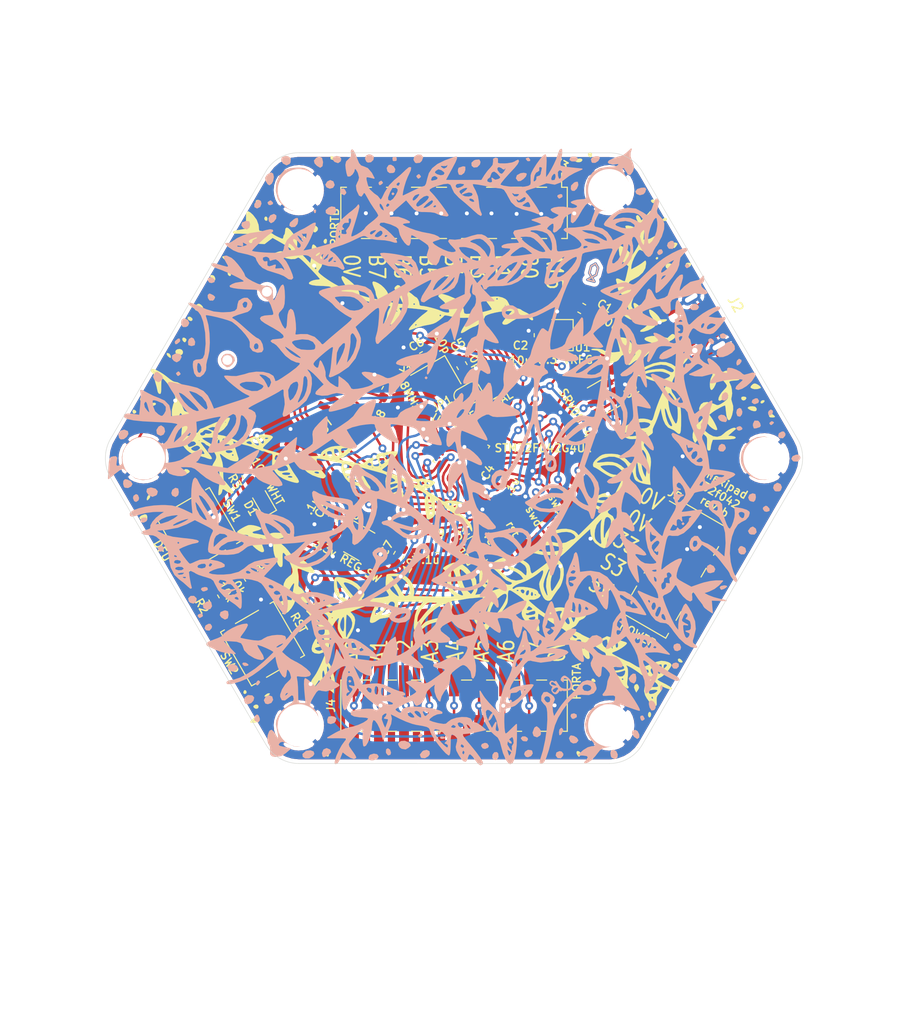
<source format=kicad_pcb>
(kicad_pcb (version 20171130) (host pcbnew 5.1.6-c6e7f7d~87~ubuntu18.04.1)
  (layers (0 F.Cu signal) (31 B.Cu signal) (34 B.Paste user) (35 F.Paste user) (36 B.SilkS user) (37 F.SilkS user) (38 B.Mask user) (39 F.Mask user) (44 Edge.Cuts user))
  (net 0 "")
  (net 1 GND)
  (net 2 +5V)
  (net 3 +3V3)
  (net 4 "Net-(C5-Pad2)")
  (net 5 "Net-(C7-Pad2)")
  (net 6 ~RST~)
  (net 7 SWD)
  (net 8 SWC)
  (net 9 D-)
  (net 10 "Net-(J2-Pad4)")
  (net 11 D+)
  (net 12 PA15)
  (net 13 PB1)
  (net 14 PB3)
  (net 15 PB4)
  (net 16 PB5)
  (net 17 PB6)
  (net 18 PB7)
  (net 19 SPIMOSI)
  (net 20 SPIMISO)
  (net 21 SPISCK)
  (net 22 SPINSS)
  (net 23 SPID2)
  (net 24 SPID1)
  (net 25 PA1)
  (net 26 PA0)
  (net 27 BOOT0)
  (net 28 "Net-(U3-Pad3)")
  (net 29 "Net-(D1-Pad2)")
  (net 30 CARD_DET)
  (net 31 "Net-(JP1-Pad2)")
  (net 32 "Net-(J6-Pad4)")
  (module chinese-connectors:chinausb-multi (layer F.Cu) (at 193.47 58.05 300)
    (fp_text reference J2 (at 0 -3.6 120) (layer F.SilkS))
    (fp_text value USB_B_Micro)
    (pad 6 smd rect (at -3.7 0 300) (size 1.2 1.5) (layers F.Cu F.Paste F.Mask) (net 1 GND))
    (pad 6 smd rect (at 3.7 0 300) (size 1.2 1.5) (layers F.Cu F.Paste F.Mask) (net 1 GND))
    (pad 6 smd rect (at 1.05 0 300) (size 1.8 1.8) (layers F.Cu F.Paste F.Mask) (net 1 GND))
    (pad 6 smd rect (at -1.05 0 300) (size 1.8 1.8) (layers F.Cu F.Paste F.Mask) (net 1 GND))
    (pad "" np_thru_hole circle (at 2 2.35 300) (size 0.55 0.55) (drill 0.55) (layers *.Cu *.Mask) (clearance 0.001))
    (pad "" np_thru_hole circle (at -2 2.35 300) (size 0.55 0.55) (drill 0.55) (layers *.Cu *.Mask) (clearance 0.001))
    (pad 5 smd rect (at -1.3 2.65 300) (size 0.4 1.35) (layers F.Cu F.Paste F.Mask) (net 1 GND))
    (pad 4 smd rect (at -0.65 2.65 300) (size 0.4 1.35) (layers F.Cu F.Paste F.Mask) (net 10 "Net-(J2-Pad4)"))
    (pad 3 smd rect (at 0 2.65 300) (size 0.4 1.35) (layers F.Cu F.Paste F.Mask) (net 11 D+))
    (pad 2 smd rect (at 0.65 2.65 300) (size 0.4 1.35) (layers F.Cu F.Paste F.Mask) (net 9 D-))
    (pad 1 smd rect (at 1.3 2.65 300) (size 0.4 1.35) (layers F.Cu F.Paste F.Mask) (net 2 +5V))
    (pad 6 smd rect (at 3.25 2.55 300) (size 1.85 1.6) (layers F.Cu F.Paste F.Mask) (net 1 GND) (clearance 0.048))
    (pad 6 smd rect (at -3.25 2.55 300) (size 1.85 1.6) (layers F.Cu F.Paste F.Mask) (net 1 GND) (clearance 0.048))
    (pad 6 thru_hole oval (at 2.8 0 300) (size 1.1 2) (drill oval 0.5 1.4) (layers *.Cu *.Mask) (net 1 GND))
    (pad 6 thru_hole oval (at -2.8 0 300) (size 1.1 2) (drill oval 0.5 1.4) (layers *.Cu *.Mask) (net 1 GND))
  )
  (module MicroSD-HYC77-TF09-200:MicroSD-HYC77-TF09-200 (layer F.Cu) (at 150.1 53.1 240)
    (fp_text reference J7 (at 10.836791 -12.030127 60) (layer F.SilkS) (effects (font (size 0.8 0.8))))
    (fp_text value Micro_SD_Card_Det)
    (pad 11 smd roundrect (at 14.9 -0.4 240) (size 1.2 2.2) (layers F.Cu F.Paste F.Mask) (roundrect_rratio 0.1) (net 1 GND))
    (pad 11 smd roundrect (at 14 -10 240) (size 1.6 1.5) (layers F.Cu F.Paste F.Mask) (roundrect_rratio 0.1) (net 1 GND))
    (pad 11 smd roundrect (at -0.6 -10 240) (size 1.2 1.5) (layers F.Cu F.Paste F.Mask) (roundrect_rratio 0.1) (net 1 GND))
    (pad 11 smd roundrect (at -0.6 -0.4 240) (size 1.2 2.2) (layers F.Cu F.Paste F.Mask) (roundrect_rratio 0.1) (net 1 GND))
    (pad ~ thru_hole circle (at 10.2 0 240) (size 1.2 1.2) (drill 1) (layers *.Cu *.Mask))
    (pad ~ thru_hole circle (at 2.2 0 240) (size 1.2 1.2) (drill 1) (layers *.Cu *.Mask))
    (pad 9 smd roundrect (at 0.6 -11 240) (size 0.7 1.6) (layers F.Cu F.Paste F.Mask) (roundrect_rratio 0.1) (net 30 CARD_DET))
    (pad 8 smd roundrect (at 1.7 -11 240) (size 0.7 1.6) (layers F.Cu F.Paste F.Mask) (roundrect_rratio 0.1) (net 24 SPID1))
    (pad 7 smd roundrect (at 2.8 -11 240) (size 0.7 1.6) (layers F.Cu F.Paste F.Mask) (roundrect_rratio 0.1) (net 20 SPIMISO))
    (pad 6 smd roundrect (at 3.9 -11 240) (size 0.7 1.6) (layers F.Cu F.Paste F.Mask) (roundrect_rratio 0.1) (net 1 GND))
    (pad 5 smd roundrect (at 5 -11 240) (size 0.7 1.6) (layers F.Cu F.Paste F.Mask) (roundrect_rratio 0.1) (net 21 SPISCK))
    (pad 4 smd roundrect (at 6.1 -11 240) (size 0.7 1.6) (layers F.Cu F.Paste F.Mask) (roundrect_rratio 0.1) (net 5 "Net-(C7-Pad2)"))
    (pad 3 smd roundrect (at 7.2 -11 240) (size 0.7 1.6) (layers F.Cu F.Paste F.Mask) (roundrect_rratio 0.1) (net 19 SPIMOSI))
    (pad 2 smd roundrect (at 8.3 -11 240) (size 0.7 1.6) (layers F.Cu F.Paste F.Mask) (roundrect_rratio 0.1) (net 22 SPINSS))
    (pad 1 smd roundrect (at 9.4 -11 240) (size 0.7 1.6) (layers F.Cu F.Paste F.Mask) (roundrect_rratio 0.1) (net 23 SPID2))
  )
  (module stm32f042_breakout:leaves_front-cristabelle (layer F.Cu) (at 168.2 72.45 90)
    (fp_text reference J15 hide)
    (fp_text value ARTWORK hide)
  )
  (module Connector_PinHeader_2.54mm:PinHeader_2x09_P2.54mm_Vertical_SMD (layer F.Cu) (at 168 97 90)
    (fp_text reference J4 (at 0 -12.49 90) (layer F.SilkS) (effects (font (size 0.8 0.8))))
    (fp_text value PORTA (at 2.4668 12.4512 90) (layer F.SilkS) (effects (font (size 0.8 0.8))))
    (pad 18 smd rect (at 2.525 10.16 90) (size 3.15 1) (layers F.Cu F.Paste F.Mask) (net 1 GND))
    (pad 17 smd rect (at -2.525 10.16 90) (size 3.15 1) (layers F.Cu F.Paste F.Mask) (net 1 GND))
    (pad 16 smd rect (at 2.525 7.62 90) (size 3.15 1) (layers F.Cu F.Paste F.Mask) (net 19 SPIMOSI))
    (pad 15 smd rect (at -2.525 7.62 90) (size 3.15 1) (layers F.Cu F.Paste F.Mask) (net 19 SPIMOSI))
    (pad 14 smd rect (at 2.525 5.08 90) (size 3.15 1) (layers F.Cu F.Paste F.Mask) (net 20 SPIMISO))
    (pad 13 smd rect (at -2.525 5.08 90) (size 3.15 1) (layers F.Cu F.Paste F.Mask) (net 20 SPIMISO))
    (pad 12 smd rect (at 2.525 2.54 90) (size 3.15 1) (layers F.Cu F.Paste F.Mask) (net 21 SPISCK))
    (pad 11 smd rect (at -2.525 2.54 90) (size 3.15 1) (layers F.Cu F.Paste F.Mask) (net 21 SPISCK))
    (pad 10 smd rect (at 2.525 0 90) (size 3.15 1) (layers F.Cu F.Paste F.Mask) (net 22 SPINSS))
    (pad 9 smd rect (at -2.525 0 90) (size 3.15 1) (layers F.Cu F.Paste F.Mask) (net 22 SPINSS))
    (pad 8 smd rect (at 2.525 -2.54 90) (size 3.15 1) (layers F.Cu F.Paste F.Mask) (net 23 SPID2))
    (pad 7 smd rect (at -2.525 -2.54 90) (size 3.15 1) (layers F.Cu F.Paste F.Mask) (net 23 SPID2))
    (pad 6 smd rect (at 2.525 -5.08 90) (size 3.15 1) (layers F.Cu F.Paste F.Mask) (net 24 SPID1))
    (pad 5 smd rect (at -2.525 -5.08 90) (size 3.15 1) (layers F.Cu F.Paste F.Mask) (net 24 SPID1))
    (pad 4 smd rect (at 2.525 -7.62 90) (size 3.15 1) (layers F.Cu F.Paste F.Mask) (net 25 PA1))
    (pad 3 smd rect (at -2.525 -7.62 90) (size 3.15 1) (layers F.Cu F.Paste F.Mask) (net 25 PA1))
    (pad 2 smd rect (at 2.525 -10.16 90) (size 3.15 1) (layers F.Cu F.Paste F.Mask) (net 26 PA0))
    (pad 1 smd rect (at -2.525 -10.16 90) (size 3.15 1) (layers F.Cu F.Paste F.Mask) (net 26 PA0))
  )
  (module Capacitor_SMD:C_0603_1608Metric (layer F.Cu) (at 180.95976 56.6928 330)
    (fp_text reference C1 (at 1.905307 -1.380391 150) (layer F.SilkS) (effects (font (size 0.8 0.8))))
    (fp_text value 10u (at 3.055264 -0.136118 150) (layer F.SilkS) (effects (font (size 0.8 0.8))))
    (pad 1 smd roundrect (at -0.7875 0 330) (size 0.875 0.95) (layers F.Cu F.Paste F.Mask) (net 1 GND))
    (pad 2 smd roundrect (at 0.7875 0 330) (size 0.875 0.95) (layers F.Cu F.Paste F.Mask) (net 2 +5V))
  )
  (module Capacitor_SMD:C_0603_1608Metric (layer F.Cu) (at 176.64684 59.4106 270)
    (fp_text reference C2 (at 1.0414 1.89484 180) (layer F.SilkS) (effects (font (size 0.8 0.8))))
    (fp_text value 10u (at 2.5654 1.89484 180) (layer F.SilkS) (effects (font (size 0.8 0.8))))
    (pad 2 smd roundrect (at 0.7875 0 270) (size 0.875 0.95) (layers F.Cu F.Paste F.Mask) (net 3 +3V3))
    (pad 1 smd roundrect (at -0.7875 0 270) (size 0.875 0.95) (layers F.Cu F.Paste F.Mask) (net 1 GND))
  )
  (module Capacitor_SMD:C_0603_1608Metric (layer F.Cu) (at 155.782578 77.887542 60)
    (fp_text reference C3 (at 0 -1.43 60) (layer F.SilkS) (effects (font (size 0.8 0.8))))
    (fp_text value .1u (at -0.062847 -2.483939 60) (layer F.SilkS) (effects (font (size 0.8 0.8))))
    (pad 2 smd roundrect (at 0.7875 0 60) (size 0.875 0.95) (layers F.Cu F.Paste F.Mask) (net 2 +5V))
    (pad 1 smd roundrect (at -0.7875 0 60) (size 0.875 0.95) (layers F.Cu F.Paste F.Mask) (net 1 GND))
  )
  (module Capacitor_SMD:C_0603_1608Metric (layer F.Cu) (at 172.65645 74.037195 60)
    (fp_text reference C4 (at 0 -1.43 60) (layer F.SilkS) (effects (font (size 0.8 0.8))))
    (fp_text value .1u (at 0 1.43 60) (layer F.SilkS) (effects (font (size 0.8 0.8))))
    (pad 1 smd roundrect (at -0.7875 0 60) (size 0.875 0.95) (layers F.Cu F.Paste F.Mask) (net 1 GND))
    (pad 2 smd roundrect (at 0.7875 0 60) (size 0.875 0.95) (layers F.Cu F.Paste F.Mask) (net 3 +3V3))
  )
  (module Capacitor_SMD:C_0603_1608Metric (layer F.Cu) (at 168.8 62.5 120)
    (fp_text reference C5 (at 2.018653 0.70359 210) (layer F.SilkS) (effects (font (size 0.8 0.8))))
    (fp_text value 10p (at -0.022215 1.408668 300) (layer F.SilkS) (effects (font (size 0.8 0.8))))
    (pad 2 smd roundrect (at 0.7875 0 120) (size 0.875 0.95) (layers F.Cu F.Paste F.Mask) (net 4 "Net-(C5-Pad2)"))
    (pad 1 smd roundrect (at -0.7875 0 120) (size 0.875 0.95) (layers F.Cu F.Paste F.Mask) (net 1 GND))
  )
  (module Capacitor_SMD:C_0603_1608Metric (layer F.Cu) (at 164.9 61.6 30)
    (fp_text reference C6 (at 0 -1.43 30) (layer F.SilkS) (effects (font (size 0.8 0.8))))
    (fp_text value 10p (at 2.345448 -0.262436 120) (layer F.SilkS) (effects (font (size 0.8 0.8))))
    (pad 1 smd roundrect (at -0.7875 0 30) (size 0.875 0.95) (layers F.Cu F.Paste F.Mask) (net 1 GND))
    (pad 2 smd roundrect (at 0.7875 0 30) (size 0.875 0.95) (layers F.Cu F.Paste F.Mask) (net 4 "Net-(C5-Pad2)"))
  )
  (module Capacitor_SMD:C_0603_1608Metric (layer F.Cu) (at 162.392186 81.741119 60)
    (fp_text reference C7 (at 0 -1.43 60) (layer F.SilkS) (effects (font (size 0.8 0.8))))
    (fp_text value 10u (at 0 1.43 60) (layer F.SilkS) (effects (font (size 0.8 0.8))))
    (pad 1 smd roundrect (at -0.7875 0 60) (size 0.875 0.95) (layers F.Cu F.Paste F.Mask) (net 1 GND))
    (pad 2 smd roundrect (at 0.7875 0 60) (size 0.875 0.95) (layers F.Cu F.Paste F.Mask) (net 5 "Net-(C7-Pad2)"))
  )
  (module Capacitor_SMD:C_0603_1608Metric (layer F.Cu) (at 161.18835 65.007495 240)
    (fp_text reference C8 (at 2.765594 -0.674861 60) (layer F.SilkS) (effects (font (size 0.8 0.8))))
    (fp_text value .1u (at 2.761696 0.678389 60) (layer F.SilkS) (effects (font (size 0.8 0.8))))
    (pad 2 smd roundrect (at 0.7875 0 240) (size 0.875 0.95) (layers F.Cu F.Paste F.Mask) (net 5 "Net-(C7-Pad2)"))
    (pad 1 smd roundrect (at -0.7875 0 240) (size 0.875 0.95) (layers F.Cu F.Paste F.Mask) (net 1 GND))
  )
  (module Connector_PinHeader_2.54mm:PinHeader_2x09_P2.54mm_Vertical_SMD (layer F.Cu) (at 168 47 270)
    (fp_text reference J3 (at -4.95 -10.9 330) (layer F.SilkS) (effects (font (size 0.8 0.8))))
    (fp_text value PORTB (at 1.45 12.1 90) (layer F.SilkS) (effects (font (size 0.8 0.8))))
    (pad 1 smd rect (at -2.525 -10.16 270) (size 3.15 1) (layers F.Cu F.Paste F.Mask) (net 12 PA15))
    (pad 2 smd rect (at 2.525 -10.16 270) (size 3.15 1) (layers F.Cu F.Paste F.Mask) (net 12 PA15))
    (pad 3 smd rect (at -2.525 -7.62 270) (size 3.15 1) (layers F.Cu F.Paste F.Mask) (net 30 CARD_DET))
    (pad 4 smd rect (at 2.525 -7.62 270) (size 3.15 1) (layers F.Cu F.Paste F.Mask) (net 30 CARD_DET))
    (pad 5 smd rect (at -2.525 -5.08 270) (size 3.15 1) (layers F.Cu F.Paste F.Mask) (net 13 PB1))
    (pad 6 smd rect (at 2.525 -5.08 270) (size 3.15 1) (layers F.Cu F.Paste F.Mask) (net 13 PB1))
    (pad 7 smd rect (at -2.525 -2.54 270) (size 3.15 1) (layers F.Cu F.Paste F.Mask) (net 14 PB3))
    (pad 8 smd rect (at 2.525 -2.54 270) (size 3.15 1) (layers F.Cu F.Paste F.Mask) (net 14 PB3))
    (pad 9 smd rect (at -2.525 0 270) (size 3.15 1) (layers F.Cu F.Paste F.Mask) (net 15 PB4))
    (pad 10 smd rect (at 2.525 0 270) (size 3.15 1) (layers F.Cu F.Paste F.Mask) (net 15 PB4))
    (pad 11 smd rect (at -2.525 2.54 270) (size 3.15 1) (layers F.Cu F.Paste F.Mask) (net 16 PB5))
    (pad 12 smd rect (at 2.525 2.54 270) (size 3.15 1) (layers F.Cu F.Paste F.Mask) (net 16 PB5))
    (pad 13 smd rect (at -2.525 5.08 270) (size 3.15 1) (layers F.Cu F.Paste F.Mask) (net 17 PB6))
    (pad 14 smd rect (at 2.525 5.08 270) (size 3.15 1) (layers F.Cu F.Paste F.Mask) (net 17 PB6))
    (pad 15 smd rect (at -2.525 7.62 270) (size 3.15 1) (layers F.Cu F.Paste F.Mask) (net 18 PB7))
    (pad 16 smd rect (at 2.525 7.62 270) (size 3.15 1) (layers F.Cu F.Paste F.Mask) (net 18 PB7))
    (pad 17 smd rect (at -2.525 10.16 270) (size 3.15 1) (layers F.Cu F.Paste F.Mask) (net 1 GND))
    (pad 18 smd rect (at 2.525 10.16 270) (size 3.15 1) (layers F.Cu F.Paste F.Mask) (net 1 GND))
  )
  (module Connector_PinHeader_2.54mm:PinHeader_2x05_P2.54mm_Vertical_SMD (layer F.Cu) (at 190.4365 83.2993 330)
    (fp_text reference J5 (at -3.88126 -6.649539 150) (layer F.SilkS) (effects (font (size 0.8 0.8))))
    (fp_text value POWER (at -0.028855 7.523021 150) (layer F.SilkS) (effects (font (size 0.8 0.8))))
    (pad 1 smd rect (at -2.525 -5.08 330) (size 3.15 1) (layers F.Cu F.Paste F.Mask) (net 1 GND))
    (pad 2 smd rect (at 2.525 -5.08 330) (size 3.15 1) (layers F.Cu F.Paste F.Mask) (net 1 GND))
    (pad 3 smd rect (at -2.525 -2.54 330) (size 3.15 1) (layers F.Cu F.Paste F.Mask) (net 1 GND))
    (pad 4 smd rect (at 2.525 -2.54 330) (size 3.15 1) (layers F.Cu F.Paste F.Mask) (net 1 GND))
    (pad 5 smd rect (at -2.525 0 330) (size 3.15 1) (layers F.Cu F.Paste F.Mask) (net 3 +3V3))
    (pad 6 smd rect (at 2.525 0 330) (size 3.15 1) (layers F.Cu F.Paste F.Mask) (net 3 +3V3))
    (pad 7 smd rect (at -2.525 2.54 330) (size 3.15 1) (layers F.Cu F.Paste F.Mask) (net 5 "Net-(C7-Pad2)"))
    (pad 8 smd rect (at 2.525 2.54 330) (size 3.15 1) (layers F.Cu F.Paste F.Mask) (net 5 "Net-(C7-Pad2)"))
    (pad 9 smd rect (at -2.525 5.08 330) (size 3.15 1) (layers F.Cu F.Paste F.Mask) (net 2 +5V))
    (pad 10 smd rect (at 2.525 5.08 330) (size 3.15 1) (layers F.Cu F.Paste F.Mask) (net 2 +5V))
  )
  (module Package_TO_SOT_SMD:SOT-23-5 (layer F.Cu) (at 158.378744 80.436043 330)
    (fp_text reference J6 (at -1.900927 -2.235015 150) (layer F.SilkS) (effects (font (size 0.8 0.8))))
    (fp_text value "3.3v REG SW" (at -0.132145 2.228606 150) (layer F.SilkS) (effects (font (size 0.8 0.8))))
    (pad 1 smd rect (at -1.1 -0.95 330) (size 1.06 0.65) (layers F.Cu F.Paste F.Mask) (net 2 +5V))
    (pad 2 smd rect (at -1.1 0 330) (size 1.06 0.65) (layers F.Cu F.Paste F.Mask) (net 1 GND))
    (pad 3 smd rect (at -1.1 0.95 330) (size 1.06 0.65) (layers F.Cu F.Paste F.Mask) (net 12 PA15))
    (pad 4 smd rect (at 1.1 0.95 330) (size 1.06 0.65) (layers F.Cu F.Paste F.Mask) (net 32 "Net-(J6-Pad4)"))
    (pad 5 smd rect (at 1.1 -0.95 330) (size 1.06 0.65) (layers F.Cu F.Paste F.Mask) (net 5 "Net-(C7-Pad2)"))
  )
  (module Resistor_SMD:R_0603_1608Metric (layer F.Cu) (at 147.21 83.97 300)
    (fp_text reference R1 (at 0 -1.43 120) (layer F.SilkS) (effects (font (size 0.8 0.8))))
    (fp_text value 10k (at 0 1.43 120) (layer F.SilkS) (effects (font (size 0.8 0.8))))
    (pad 1 smd roundrect (at -0.7875 0 300) (size 0.875 0.95) (layers F.Cu F.Paste F.Mask) (net 27 BOOT0))
    (pad 2 smd roundrect (at 0.7875 0 300) (size 0.875 0.95) (layers F.Cu F.Paste F.Mask) (net 1 GND))
  )
  (module Resistor_SMD:R_0603_1608Metric (layer F.Cu) (at 143.64 86.17 120)
    (fp_text reference R2 (at 0 -1.43 120) (layer F.SilkS) (effects (font (size 0.8 0.8))))
    (fp_text value 10k (at 0 1.43 120) (layer F.SilkS) (effects (font (size 0.8 0.8))))
    (pad 2 smd roundrect (at 0.7875 0 120) (size 0.875 0.95) (layers F.Cu F.Paste F.Mask) (net 3 +3V3))
    (pad 1 smd roundrect (at -0.7875 0 120) (size 0.875 0.95) (layers F.Cu F.Paste F.Mask) (net 6 ~RST~))
  )
  (module Button_Switch_SMD:SW_SPST_EVPBF (layer F.Cu) (at 142.06 79.15 300)
    (fp_text reference SW1 (at 0 -3.9 120) (layer F.SilkS) (effects (font (size 0.8 0.8))))
    (fp_text value DFU (at 0 4.25 120) (layer F.SilkS) (effects (font (size 0.8 0.8))))
    (pad 1 smd rect (at 2.88 -2 300) (size 2.75 1) (layers F.Cu F.Paste F.Mask) (net 27 BOOT0))
    (pad 1 smd rect (at -2.88 -2 300) (size 2.75 1) (layers F.Cu F.Paste F.Mask) (net 27 BOOT0))
    (pad 2 smd rect (at -2.88 2 300) (size 2.75 1) (layers F.Cu F.Paste F.Mask) (net 3 +3V3))
    (pad 2 smd rect (at 2.88 2 300) (size 2.75 1) (layers F.Cu F.Paste F.Mask) (net 3 +3V3))
  )
  (module Button_Switch_SMD:SW_SPST_EVPBF (layer F.Cu) (at 148.562051 90.715847 120)
    (fp_text reference SW2 (at 0 -3.9 120) (layer F.SilkS) (effects (font (size 0.8 0.8))))
    (fp_text value RST (at 0 4.25 120) (layer F.SilkS) (effects (font (size 0.8 0.8))))
    (pad 2 smd rect (at 2.88 2 120) (size 2.75 1) (layers F.Cu F.Paste F.Mask) (net 1 GND))
    (pad 2 smd rect (at -2.88 2 120) (size 2.75 1) (layers F.Cu F.Paste F.Mask) (net 1 GND))
    (pad 1 smd rect (at -2.88 -2 120) (size 2.75 1) (layers F.Cu F.Paste F.Mask) (net 6 ~RST~))
    (pad 1 smd rect (at 2.88 -2 120) (size 2.75 1) (layers F.Cu F.Paste F.Mask) (net 6 ~RST~))
  )
  (module Package_TO_SOT_SMD:SOT-23 (layer F.Cu) (at 179.3273 59.40298)
    (fp_text reference U1 (at 1.7227 1.24702) (layer F.SilkS) (effects (font (size 0.8 0.8))))
    (fp_text value "3.3 VREG" (at 0 2.5) (layer F.SilkS) (effects (font (size 0.8 0.8))))
    (pad 1 smd rect (at -1 -0.95) (size 0.9 0.8) (layers F.Cu F.Paste F.Mask) (net 1 GND))
    (pad 2 smd rect (at -1 0.95) (size 0.9 0.8) (layers F.Cu F.Paste F.Mask) (net 3 +3V3))
    (pad 3 smd rect (at 1 0) (size 0.9 0.8) (layers F.Cu F.Paste F.Mask) (net 2 +5V))
  )
  (module Package_TO_SOT_SMD:SOT-23-6 (layer F.Cu) (at 183.113828 65.703124 210)
    (fp_text reference U2 (at -2.77606 -0.964067 30) (layer F.SilkS) (effects (font (size 0.8 0.8))))
    (fp_text value SRV05-4 (at 3.205644 -0.004681 120) (layer F.SilkS) (effects (font (size 0.8 0.8))))
    (pad 1 smd rect (at -1.1 -0.95 210) (size 1.06 0.65) (layers F.Cu F.Paste F.Mask) (net 9 D-))
    (pad 2 smd rect (at -1.1 0 210) (size 1.06 0.65) (layers F.Cu F.Paste F.Mask) (net 1 GND))
    (pad 3 smd rect (at -1.1 0.95 210) (size 1.06 0.65) (layers F.Cu F.Paste F.Mask) (net 11 D+))
    (pad 4 smd rect (at 1.1 0.95 210) (size 1.06 0.65) (layers F.Cu F.Paste F.Mask) (net 11 D+))
    (pad 6 smd rect (at 1.1 -0.95 210) (size 1.06 0.65) (layers F.Cu F.Paste F.Mask) (net 9 D-))
    (pad 5 smd rect (at 1.1 0 210) (size 1.06 0.65) (layers F.Cu F.Paste F.Mask) (net 2 +5V))
  )
  (module Package_DFN_QFN:QFN-28_4x4mm_P0.5mm (layer F.Cu) (at 168.7322 71.4375 330)
    (fp_text reference U3 (at -3.626892 -1.817561 330) (layer F.SilkS) (effects (font (size 0.8 0.8))))
    (fp_text value STM32F042G4Ux (at 6.907284 -4.647834) (layer F.SilkS) (effects (font (size 0.8 0.8))))
    (pad 1 smd custom (at -1.9975 -1.5 330) (size 0.136863 0.136863) (layers F.Cu F.Paste F.Mask) (net 27 BOOT0) (options (clearance outline) (anchor circle)) (primitives (gr_poly (pts (xy -0.3325 -0.08) (xy 0.19886 -0.08) (xy 0.3325 0.05364) (xy 0.3325 0.08) (xy -0.3325 0.08)) (width 0.09))))
    (pad 2 smd roundrect (at -1.9375 -1 330) (size 0.875 0.25) (layers F.Cu F.Paste F.Mask) (net 31 "Net-(JP1-Pad2)"))
    (pad 3 smd roundrect (at -1.9375 -0.5 330) (size 0.875 0.25) (layers F.Cu F.Paste F.Mask) (net 28 "Net-(U3-Pad3)"))
    (pad 4 smd roundrect (at -1.9375 0 330) (size 0.875 0.25) (layers F.Cu F.Paste F.Mask) (net 6 ~RST~))
    (pad 5 smd roundrect (at -1.9375 0.5 330) (size 0.875 0.25) (layers F.Cu F.Paste F.Mask) (net 3 +3V3))
    (pad 6 smd roundrect (at -1.9375 1 330) (size 0.875 0.25) (layers F.Cu F.Paste F.Mask) (net 26 PA0))
    (pad 7 smd custom (at -1.9975 1.5 330) (size 0.136863 0.136863) (layers F.Cu F.Paste F.Mask) (net 25 PA1) (options (clearance outline) (anchor circle)) (primitives (gr_poly (pts (xy -0.3325 -0.08) (xy 0.3325 -0.08) (xy 0.3325 -0.05364) (xy 0.19886 0.08) (xy -0.3325 0.08)) (width 0.09))))
    (pad 8 smd custom (at -1.5 1.9975 330) (size 0.136863 0.136863) (layers F.Cu F.Paste F.Mask) (net 24 SPID1) (options (clearance outline) (anchor circle)) (primitives (gr_poly (pts (xy -0.08 -0.19886) (xy 0.05364 -0.3325) (xy 0.08 -0.3325) (xy 0.08 0.3325) (xy -0.08 0.3325)) (width 0.09))))
    (pad 9 smd roundrect (at -1 1.9375 330) (size 0.25 0.875) (layers F.Cu F.Paste F.Mask) (net 23 SPID2))
    (pad 10 smd roundrect (at -0.5 1.9375 330) (size 0.25 0.875) (layers F.Cu F.Paste F.Mask) (net 22 SPINSS))
    (pad 11 smd roundrect (at 0 1.9375 330) (size 0.25 0.875) (layers F.Cu F.Paste F.Mask) (net 21 SPISCK))
    (pad 12 smd roundrect (at 0.5 1.9375 330) (size 0.25 0.875) (layers F.Cu F.Paste F.Mask) (net 20 SPIMISO))
    (pad 13 smd roundrect (at 1 1.9375 330) (size 0.25 0.875) (layers F.Cu F.Paste F.Mask) (net 19 SPIMOSI))
    (pad 14 smd custom (at 1.5 1.9975 330) (size 0.136863 0.136863) (layers F.Cu F.Paste F.Mask) (net 30 CARD_DET) (options (clearance outline) (anchor circle)) (primitives (gr_poly (pts (xy -0.08 -0.3325) (xy -0.05364 -0.3325) (xy 0.08 -0.19886) (xy 0.08 0.3325) (xy -0.08 0.3325)) (width 0.09))))
    (pad 15 smd custom (at 1.9975 1.5 330) (size 0.136863 0.136863) (layers F.Cu F.Paste F.Mask) (net 13 PB1) (options (clearance outline) (anchor circle)) (primitives (gr_poly (pts (xy -0.3325 -0.08) (xy 0.3325 -0.08) (xy 0.3325 0.08) (xy -0.19886 0.08) (xy -0.3325 -0.05364)) (width 0.09))))
    (pad 16 smd roundrect (at 1.9375 1 330) (size 0.875 0.25) (layers F.Cu F.Paste F.Mask) (net 1 GND))
    (pad 17 smd roundrect (at 1.9375 0.5 330) (size 0.875 0.25) (layers F.Cu F.Paste F.Mask) (net 3 +3V3))
    (pad 18 smd roundrect (at 1.9375 0 330) (size 0.875 0.25) (layers F.Cu F.Paste F.Mask) (net 3 +3V3))
    (pad 19 smd roundrect (at 1.9375 -0.5 330) (size 0.875 0.25) (layers F.Cu F.Paste F.Mask) (net 9 D-))
    (pad 20 smd roundrect (at 1.9375 -1 330) (size 0.875 0.25) (layers F.Cu F.Paste F.Mask) (net 11 D+))
    (pad 21 smd custom (at 1.9975 -1.5 330) (size 0.136863 0.136863) (layers F.Cu F.Paste F.Mask) (net 7 SWD) (options (clearance outline) (anchor circle)) (primitives (gr_poly (pts (xy -0.3325 0.05364) (xy -0.19886 -0.08) (xy 0.3325 -0.08) (xy 0.3325 0.08) (xy -0.3325 0.08)) (width 0.09))))
    (pad 22 smd custom (at 1.5 -1.9975 330) (size 0.136863 0.136863) (layers F.Cu F.Paste F.Mask) (net 8 SWC) (options (clearance outline) (anchor circle)) (primitives (gr_poly (pts (xy -0.08 -0.3325) (xy 0.08 -0.3325) (xy 0.08 0.19886) (xy -0.05364 0.3325) (xy -0.08 0.3325)) (width 0.09))))
    (pad 23 smd roundrect (at 1 -1.9375 330) (size 0.25 0.875) (layers F.Cu F.Paste F.Mask) (net 12 PA15))
    (pad 24 smd roundrect (at 0.5 -1.9375 330) (size 0.25 0.875) (layers F.Cu F.Paste F.Mask) (net 14 PB3))
    (pad 25 smd roundrect (at 0 -1.9375 330) (size 0.25 0.875) (layers F.Cu F.Paste F.Mask) (net 15 PB4))
    (pad 26 smd roundrect (at -0.5 -1.9375 330) (size 0.25 0.875) (layers F.Cu F.Paste F.Mask) (net 16 PB5))
    (pad 27 smd roundrect (at -1 -1.9375 330) (size 0.25 0.875) (layers F.Cu F.Paste F.Mask) (net 17 PB6))
    (pad 28 smd custom (at -1.5 -1.9975 330) (size 0.136863 0.136863) (layers F.Cu F.Paste F.Mask) (net 18 PB7) (options (clearance outline) (anchor circle)) (primitives (gr_poly (pts (xy -0.08 -0.3325) (xy 0.08 -0.3325) (xy 0.08 0.3325) (xy 0.05364 0.3325) (xy -0.08 0.19886)) (width 0.09))))
  )
  (module Crystal:Crystal_SMD_3225-4Pin_3.2x2.5mm (layer F.Cu) (at 166.1495 63.9113 210)
    (fp_text reference Y1 (at 2.017891 2.303911 30) (layer F.SilkS) (effects (font (size 0.8 0.8))))
    (fp_text value 8MHz (at 3.054602 -0.151726 300) (layer F.SilkS) (effects (font (size 0.8 0.8))))
    (pad 1 smd rect (at -1.1 0.85 210) (size 1.4 1.2) (layers F.Cu F.Paste F.Mask) (net 4 "Net-(C5-Pad2)"))
    (pad 2 smd rect (at 1.1 0.85 210) (size 1.4 1.2) (layers F.Cu F.Paste F.Mask) (net 1 GND))
    (pad 3 smd rect (at 1.1 -0.85 210) (size 1.4 1.2) (layers F.Cu F.Paste F.Mask) (net 28 "Net-(U3-Pad3)"))
    (pad 4 smd rect (at -1.1 -0.85 210) (size 1.4 1.2) (layers F.Cu F.Paste F.Mask) (net 1 GND))
  )
  (module Diode_SMD:D_0603_1608Metric (layer F.Cu) (at 148.6 76.25 120)
    (fp_text reference D1 (at 0 -1.43 120) (layer F.SilkS) (effects (font (size 0.8 0.8))))
    (fp_text value WHT (at 0 1.43 120) (layer F.SilkS) (effects (font (size 0.8 0.8))))
    (pad 1 smd roundrect (at -0.7875 0 120) (size 0.875 0.95) (layers F.Cu F.Paste F.Mask) (net 1 GND))
    (pad 2 smd roundrect (at 0.7875 0 120) (size 0.875 0.95) (layers F.Cu F.Paste F.Mask) (net 29 "Net-(D1-Pad2)"))
  )
  (module Resistor_SMD:R_0603_1608Metric (layer F.Cu) (at 147 73.55 120)
    (fp_text reference R3 (at 0 -1.43 120) (layer F.SilkS) (effects (font (size 0.8 0.8))))
    (fp_text value 10k (at 0 1.43 120) (layer F.SilkS) (effects (font (size 0.8 0.8))))
    (pad 1 smd roundrect (at -0.7875 0 120) (size 0.875 0.95) (layers F.Cu F.Paste F.Mask) (net 29 "Net-(D1-Pad2)"))
    (pad 2 smd roundrect (at 0.7875 0 120) (size 0.875 0.95) (layers F.Cu F.Paste F.Mask) (net 27 BOOT0))
  )
  (module Capacitor_SMD:C_0603_1608Metric (layer F.Cu) (at 166.28364 80.95488)
    (fp_text reference C9 (at 0 -1.43) (layer F.SilkS) (effects (font (size 0.8 0.8))))
    (fp_text value .1u (at -0.68364 1.24512 180) (layer F.SilkS) (effects (font (size 0.8 0.8))))
    (pad 1 smd roundrect (at -0.7875 0) (size 0.875 0.95) (layers F.Cu F.Paste F.Mask) (net 1 GND))
    (pad 2 smd roundrect (at 0.7875 0) (size 0.875 0.95) (layers F.Cu F.Paste F.Mask) (net 6 ~RST~))
  )
  (module stm32f042_breakout:back-artwork-cristabelle-braden-vsmall (layer B.Cu) (at 157.67778 77.277096 90)
    (fp_text reference J14 hide)
    (fp_text value ARTWORK hide)
  )
  (module Jumper:SolderJumper-2_P1.3mm_Bridged_RoundedPad1.0x1.5mm (layer F.Cu) (at 169.45 65.45 210)
    (fp_text reference JP1 (at 2.744967 0.545577 210) (layer F.SilkS) (effects (font (size 0.8 0.8))))
    (fp_text value EN_XTAL (at -1.441858 -2.102628 210) (layer F.SilkS) (effects (font (size 0.8 0.8))))
    (fp_poly (pts (xy 0.25 -0.3) (xy -0.25 -0.3) (xy -0.25 0.3) (xy 0.25 0.3)) (layer F.Cu) (width 0.2))
    (pad 2 smd custom (at 0.65 0 210) (size 1 0.5) (layers F.Cu F.Mask) (net 31 "Net-(JP1-Pad2)") (options (clearance outline) (anchor rect)) (primitives (gr_circle (center 0 0.25) (end 0.5 0.25) (width 0)) (gr_circle (center 0 -0.25) (end 0.5 -0.25) (width 0)) (gr_poly (pts (xy 0 -0.75) (xy -0.5 -0.75) (xy -0.5 0.75) (xy 0 0.75)) (width 0))))
    (pad 1 smd custom (at -0.65 0 210) (size 1 0.5) (layers F.Cu F.Mask) (net 4 "Net-(C5-Pad2)") (options (clearance outline) (anchor rect)) (primitives (gr_circle (center 0 0.25) (end 0.5 0.25) (width 0)) (gr_circle (center 0 -0.25) (end 0.5 -0.25) (width 0)) (gr_poly (pts (xy 0 -0.75) (xy 0.5 -0.75) (xy 0.5 0.75) (xy 0 0.75)) (width 0))))
  )
  (module stm32f042_breakout:stm32f042_breakout_pin (layer F.Cu) (at 152.25 44.7)
    (fp_text reference J8 hide)
    (fp_text value MNT)
    (pad 1 np_thru_hole circle (at 0 0) (size 4.3 4.3) (drill 4.3) (layers *.Cu *.Mask) (net 1 GND))
  )
  (module stm32f042_breakout:stm32f042_breakout_pin (layer F.Cu) (at 183.75 44.7)
    (fp_text reference J9 hide)
    (fp_text value MNT)
    (pad 1 np_thru_hole circle (at 0 0) (size 4.3 4.3) (drill 4.3) (layers *.Cu *.Mask) (net 1 GND))
  )
  (module stm32f042_breakout:stm32f042_breakout_pin (layer F.Cu) (at 199.5 71.9)
    (fp_text reference J10 hide)
    (fp_text value MNT)
    (pad 1 np_thru_hole circle (at 0 0) (size 4.3 4.3) (drill 4.3) (layers *.Cu *.Mask) (net 1 GND))
  )
  (module stm32f042_breakout:stm32f042_breakout_pin (layer F.Cu) (at 183.75 99)
    (fp_text reference J11 hide)
    (fp_text value MNT)
    (pad 1 np_thru_hole circle (at 0 0) (size 4.3 4.3) (drill 4.3) (layers *.Cu *.Mask) (net 1 GND))
  )
  (module stm32f042_breakout:stm32f042_breakout_pin (layer F.Cu) (at 136.5 71.9)
    (fp_text reference J12 hide)
    (fp_text value MNT)
    (pad 1 np_thru_hole circle (at 0 0) (size 4.3 4.3) (drill 4.3) (layers *.Cu *.Mask) (net 1 GND))
  )
  (module stm32f042_breakout:stm32f042_breakout_pin (layer F.Cu) (at 152.25 99)
    (fp_text reference J13 hide)
    (fp_text value MNT)
    (pad 1 np_thru_hole circle (at 0 0) (size 4.3 4.3) (drill 4.3) (layers *.Cu *.Mask) (net 1 GND))
  )
  (module stm32f042_breakout:cb-signature (layer B.Cu) (at 185.166 95.504 210)
    (fp_text reference J16 hide)
    (fp_text value ARTWORK hide)
  )
  (module stlink-pgmhdr:POGO-5 (layer F.Cu) (at 175.006 78.4606 30)
    (fp_text reference J1 (at -5.812651 -2.144193 210) (layer F.SilkS) (effects (font (size 0.8 0.8))))
    (fp_text value PGM)
    (fp_text user vcc (at -3.711177 0.015948 300) (layer F.SilkS) (effects (font (size 0.8 0.8))))
    (fp_text user rst (at -1.200563 -0.012565 120) (layer F.SilkS) (effects (font (size 0.8 0.8))))
    (fp_text user swd (at 1.296392 -0.037417 120) (layer F.SilkS) (effects (font (size 0.8 0.8))))
    (fp_text user swc (at 3.884949 -0.020929 120) (layer F.SilkS) (effects (font (size 0.8 0.8))))
    (fp_text user gnd (at -6.65 0 120) (layer F.SilkS) (effects (font (size 0.8 0.8))))
    (pad 1 smd roundrect (at -5.08 0 30) (size 1.6 2.6) (layers F.Cu F.Paste F.Mask) (roundrect_rratio 0.1) (net 1 GND))
    (pad 2 smd oval (at -2.54 0 30) (size 1.6 2.6) (layers F.Cu F.Paste F.Mask) (net 2 +5V))
    (pad 3 smd oval (at 0 0 30) (size 1.6 2.6) (layers F.Cu F.Paste F.Mask) (net 6 ~RST~))
    (pad 4 smd oval (at 2.54 0 30) (size 1.6 2.6) (layers F.Cu F.Paste F.Mask) (net 7 SWD))
    (pad 5 smd oval (at 5.08 0 30) (size 1.6 2.6) (layers F.Cu F.Paste F.Mask) (net 8 SWC))
  )
  (gr_arc (start 183.79 44.738275) (end 187.199999 42.998276) (angle -62.96641901) (layer Edge.Cuts) (width 0.05))
  (gr_arc (start 152.21 44.73) (end 152.31 40.9) (angle -59.17343975) (layer Edge.Cuts) (width 0.05))
  (gr_arc (start 136.59 71.9) (end 133.270001 69.710001) (angle -65.71959672) (layer Edge.Cuts) (width 0.05))
  (gr_arc (start 152.26 98.98) (end 148.91 100.95) (angle -59.39587122) (layer Edge.Cuts) (width 0.05))
  (gr_arc (start 183.76 99) (end 183.77 102.87) (angle -59.24374704) (layer Edge.Cuts) (width 0.05))
  (gr_arc (start 199.54 71.87) (end 202.819999 73.869999) (angle -62.20892162) (layer Edge.Cuts) (width 0.05))
  (gr_text "A15\nB0\nB1\nB3\nB4\nB5\nB6\nB7\n0V" (at 167.894 51.054 270) (layer F.SilkS) (effects (font (size 1.6 1.3) (thickness 0.2)) (justify left)))
  (gr_text "hexipad\n32f042\nrev b" (at 195.072 75.692 330) (layer F.SilkS) (effects (font (size 0.8 0.8))))
  (gr_text "0V\n0V\n33\nS3\n5V" (at 185.42 80.518 330) (layer F.SilkS) (effects (font (size 1.6 1.3) (thickness 0.2))))
  (gr_text "A0\nA1\nA2\nA3\nA4\nA5\nA6\nA7\n0V" (at 168.148 91.44 90) (layer F.SilkS) (effects (font (size 1.6 1.3) (thickness 0.2))))
  (gr_line (start 181.544295 53.785764) (end 182.238236 53.971705) (layer B.SilkS) (width 0.12))
  (gr_line (start 182.424177 53.277764) (end 181.544295 53.785764) (layer B.SilkS) (width 0.12))
  (gr_line (start 182.610118 52.583823) (end 182.424177 53.277764) (layer B.SilkS) (width 0.12))
  (gr_line (start 182.356118 52.143882) (end 182.610118 52.583823) (layer B.SilkS) (width 0.12))
  (gr_line (start 181.916177 52.397882) (end 182.356118 52.143882) (layer B.SilkS) (width 0.12))
  (gr_line (start 181.730236 53.091823) (end 181.916177 52.397882) (layer B.SilkS) (width 0.12))
  (gr_line (start 182.238236 53.971705) (end 181.730236 53.091823) (layer B.SilkS) (width 0.12))
  (gr_line (start 181.730236 53.091823) (end 182.238236 53.971705) (layer F.SilkS) (width 0.12))
  (gr_line (start 181.916177 52.397882) (end 181.730236 53.091823) (layer F.SilkS) (width 0.12))
  (gr_line (start 182.356118 52.143882) (end 181.916177 52.397882) (layer F.SilkS) (width 0.12))
  (gr_line (start 182.610118 52.583823) (end 182.356118 52.143882) (layer F.SilkS) (width 0.12))
  (gr_line (start 182.424177 53.277764) (end 182.610118 52.583823) (layer F.SilkS) (width 0.12))
  (gr_line (start 181.544295 53.785764) (end 182.424177 53.277764) (layer F.SilkS) (width 0.12))
  (gr_line (start 182.238236 53.971705) (end 181.544295 53.785764) (layer F.SilkS) (width 0.12))
  (gr_circle (center 167.83304 68.030908) (end 168.01084 68.018208) (layer F.SilkS) (width 0.12))
  (gr_line (start 202.838602 69.900834) (end 187.199999 42.998276) (layer Edge.Cuts) (width 0.05))
  (gr_line (start 152.250093 102.866297) (end 183.77 102.87) (layer Edge.Cuts) (width 0.05))
  (gr_line (start 187.090801 100.970474) (end 202.819999 73.869999) (layer Edge.Cuts) (width 0.05))
  (gr_line (start 133.228527 74.025792) (end 148.91 100.95) (layer Edge.Cuts) (width 0.05))
  (gr_line (start 148.972337 42.681479) (end 133.270001 69.710001) (layer Edge.Cuts) (width 0.05))
  (gr_line (start 183.79 40.91) (end 152.31 40.9) (layer Edge.Cuts) (width 0.05))
  (segment (start 182.356118 52.143882) (end 182.610118 52.583823) (width 0.25) (layer F.Cu) (net 0))
  (segment (start 182.610118 52.583823) (end 182.424177 53.277764) (width 0.25) (layer F.Cu) (net 0))
  (segment (start 182.424177 53.277764) (end 181.544295 53.785764) (width 0.25) (layer F.Cu) (net 0))
  (segment (start 181.544295 53.785764) (end 182.238236 53.971705) (width 0.25) (layer F.Cu) (net 0))
  (segment (start 182.238236 53.971705) (end 181.730236 53.091823) (width 0.25) (layer F.Cu) (net 0))
  (segment (start 181.730236 53.091823) (end 181.916177 52.397882) (width 0.25) (layer F.Cu) (net 0))
  (segment (start 181.916177 52.397882) (end 182.356118 52.143882) (width 0.25) (layer F.Cu) (net 0))
  (segment (start 182.238236 53.971705) (end 181.544295 53.785764) (width 0.25) (layer B.Cu) (net 0))
  (segment (start 181.544295 53.785764) (end 182.424177 53.277764) (width 0.25) (layer B.Cu) (net 0))
  (segment (start 182.424177 53.277764) (end 182.610118 52.583823) (width 0.25) (layer B.Cu) (net 0))
  (segment (start 182.610118 52.583823) (end 182.356118 52.143882) (width 0.25) (layer B.Cu) (net 0))
  (segment (start 182.356118 52.143882) (end 181.916177 52.397882) (width 0.25) (layer B.Cu) (net 0))
  (segment (start 181.916177 52.397882) (end 181.730236 53.091823) (width 0.25) (layer B.Cu) (net 0))
  (segment (start 181.730236 53.091823) (end 182.238236 53.971705) (width 0.25) (layer B.Cu) (net 0))
  (segment (start 159.63392 63.24092) (end 157.702979 61.950799) (width 0.25) (layer F.Cu) (net 1))
  (segment (start 151.786954 70.197656) (end 143.02311 66.177079) (width 0.25) (layer F.Cu) (net 1))
  (via (at 159.927616 63.404424) (size 0.8) (drill 0.4) (layers F.Cu B.Cu) (net 1))
  (segment (start 164.465 64.38392) (end 159.927616 63.404424) (width 0.25) (layer B.Cu) (net 1))
  (segment (start 161.5821 64.3255) (end 159.927616 63.404424) (width 0.25) (layer F.Cu) (net 1))
  (segment (start 159.927616 63.404424) (end 159.63392 63.24092) (width 0.25) (layer F.Cu) (net 1))
  (segment (start 164.465 64.38392) (end 170.39336 65.74028) (width 0.25) (layer B.Cu) (net 1))
  (via (at 153.4414 94.80296) (size 0.8) (drill 0.4) (layers F.Cu B.Cu) (net 1))
  (segment (start 152.333551 93.048453) (end 153.4414 94.80296) (width 0.25) (layer F.Cu) (net 1))
  (via (at 148.40712 86.233) (size 0.8) (drill 0.4) (layers F.Cu B.Cu) (net 1))
  (segment (start 149.453551 88.060147) (end 148.40712 86.233) (width 0.25) (layer F.Cu) (net 1))
  (segment (start 147.84075 85.009995) (end 148.40712 86.233) (width 0.25) (layer F.Cu) (net 1))
  (segment (start 155.388828 78.569537) (end 157.426116 79.886043) (width 0.25) (layer F.Cu) (net 1))
  (via (at 160.53308 81.6356) (size 0.8) (drill 0.4) (layers F.Cu B.Cu) (net 1))
  (segment (start 160.549529 81.619151) (end 160.53308 81.6356) (width 0.25) (layer F.Cu) (net 1))
  (segment (start 160.549529 81.619151) (end 161.998436 82.423114) (width 0.25) (layer F.Cu) (net 1))
  (via (at 153.83256 78.59268) (size 0.8) (drill 0.4) (layers F.Cu B.Cu) (net 1))
  (segment (start 155.388828 78.569537) (end 153.83256 78.59268) (width 0.25) (layer F.Cu) (net 1))
  (segment (start 135.631501 71.915001) (end 135.78332 70.23608) (width 0.25) (layer F.Cu) (net 1))
  (segment (start 135.78332 70.23608) (end 136.94156 68.19392) (width 0.25) (layer F.Cu) (net 1))
  (segment (start 136.94156 68.19392) (end 139.51204 66.11112) (width 0.25) (layer F.Cu) (net 1))
  (segment (start 139.51204 66.11112) (end 141.88948 65.6844) (width 0.25) (layer F.Cu) (net 1))
  (segment (start 141.88948 65.6844) (end 143.02311 66.177079) (width 0.25) (layer F.Cu) (net 1))
  (via (at 156.67228 56.1594) (size 0.8) (drill 0.4) (layers F.Cu B.Cu) (net 1))
  (segment (start 159.086954 57.553685) (end 156.67228 56.1594) (width 0.25) (layer F.Cu) (net 1))
  (segment (start 150.77311 52.753685) (end 156.67228 56.1594) (width 0.25) (layer F.Cu) (net 1))
  (segment (start 156.67228 56.1594) (end 157.92704 53.14188) (width 0.25) (layer F.Cu) (net 1))
  (segment (start 157.92704 53.14188) (end 158.2166 49.515) (width 0.25) (layer F.Cu) (net 1))
  (segment (start 156.67228 56.1594) (end 159.927616 63.404424) (width 0.25) (layer B.Cu) (net 1))
  (via (at 185.34888 64.40424) (size 0.8) (drill 0.4) (layers F.Cu B.Cu) (net 1))
  (segment (start 184.066456 65.153124) (end 185.34888 64.40424) (width 0.25) (layer F.Cu) (net 1))
  (segment (start 185.34888 64.40424) (end 195.7964 60.90282) (width 0.25) (layer B.Cu) (net 1))
  (segment (start 193.237664 60.930958) (end 194.5714 58.781058) (width 0.25) (layer F.Cu) (net 1))
  (segment (start 176.64684 58.6231) (end 178.3273 58.45298) (width 0.25) (layer F.Cu) (net 1))
  (segment (start 178.3273 58.45298) (end 180.166005 56.50225) (width 0.25) (layer F.Cu) (net 1))
  (segment (start 178.3273 58.45298) (end 178.46548 57.00268) (width 0.25) (layer F.Cu) (net 1))
  (via (at 178.46548 57.00268) (size 0.8) (drill 0.4) (layers F.Cu B.Cu) (net 1))
  (segment (start 170.765954 73.790326) (end 171.043042 73.960278) (width 0.25) (layer F.Cu) (net 1))
  (segment (start 171.043042 73.960278) (end 172.2627 74.71919) (width 0.25) (layer F.Cu) (net 1))
  (via (at 171.043042 73.960278) (size 0.8) (drill 0.4) (layers F.Cu B.Cu) (net 1))
  (segment (start 170.91152 73.87844) (end 171.043042 73.960278) (width 0.25) (layer F.Cu) (net 1))
  (segment (start 170.765954 73.790326) (end 170.91152 73.87844) (width 0.25) (layer F.Cu) (net 1))
  (segment (start 169.910124 73.272275) (end 170.765954 73.790326) (width 0.25) (layer F.Cu) (net 1))
  (segment (start 148.40712 86.233) (end 153.83256 78.59268) (width 0.25) (layer B.Cu) (net 1))
  (segment (start 153.83256 78.59268) (end 150.92172 71.92772) (width 0.25) (layer B.Cu) (net 1))
  (via (at 150.92172 71.92772) (size 0.8) (drill 0.4) (layers F.Cu B.Cu) (net 1))
  (segment (start 151.786954 70.197656) (end 150.92172 71.92772) (width 0.25) (layer F.Cu) (net 1))
  (via (at 151.40432 68.92544) (size 0.8) (drill 0.4) (layers F.Cu B.Cu) (net 1))
  (segment (start 151.786954 70.197656) (end 151.40432 68.92544) (width 0.25) (layer F.Cu) (net 1))
  (via (at 171.71924 82.75828) (size 0.8) (drill 0.4) (layers F.Cu B.Cu) (net 1))
  (segment (start 170.606591 81.0006) (end 171.71924 82.75828) (width 0.25) (layer F.Cu) (net 1))
  (segment (start 163.68776 83.1088) (end 161.998436 82.423114) (width 0.25) (layer F.Cu) (net 1))
  (segment (start 164.85616 83.27644) (end 163.68776 83.1088) (width 0.25) (layer F.Cu) (net 1))
  (via (at 170.42892 83.41868) (size 0.8) (drill 0.4) (layers F.Cu B.Cu) (net 1))
  (segment (start 170.42892 83.41868) (end 171.71924 82.75828) (width 0.25) (layer B.Cu) (net 1))
  (segment (start 165.49614 80.95488) (end 165.52164 81.77784) (width 0.25) (layer F.Cu) (net 1))
  (segment (start 165.52164 81.77784) (end 166.10584 82.50936) (width 0.25) (layer F.Cu) (net 1))
  (segment (start 166.10584 82.50936) (end 166.9034 82.84464) (width 0.25) (layer F.Cu) (net 1))
  (segment (start 166.9034 82.84464) (end 168.427105 83.367585) (width 0.25) (layer F.Cu) (net 1))
  (segment (start 170.42892 83.41868) (end 168.427105 83.367585) (width 0.25) (layer F.Cu) (net 1))
  (segment (start 168.427105 83.367585) (end 164.85616 83.27644) (width 0.25) (layer F.Cu) (net 1))
  (segment (start 178.3588 96.94672) (end 178.3588 99.4918) (width 0.25) (layer F.Cu) (net 1))
  (segment (start 178.3588 94.4418) (end 178.3588 96.94672) (width 0.25) (layer F.Cu) (net 1))
  (segment (start 171.71924 82.75828) (end 170.65244 79.48676) (width 0.25) (layer B.Cu) (net 1))
  (segment (start 170.39336 65.74028) (end 171.043042 73.960278) (width 0.25) (layer B.Cu) (net 1))
  (via (at 175.56988 58.95848) (size 0.8) (drill 0.4) (layers F.Cu B.Cu) (net 1))
  (segment (start 176.64684 58.6231) (end 175.56988 58.95848) (width 0.25) (layer F.Cu) (net 1))
  (segment (start 175.56988 58.95848) (end 176.25568 63.40348) (width 0.25) (layer B.Cu) (net 1))
  (segment (start 176.25568 63.40348) (end 175.52924 64.91224) (width 0.25) (layer B.Cu) (net 1))
  (segment (start 173.33468 65.29324) (end 170.39336 65.74028) (width 0.25) (layer B.Cu) (net 1))
  (segment (start 174.992503 65.005423) (end 173.33468 65.29324) (width 0.25) (layer B.Cu) (net 1))
  (segment (start 175.52924 64.91224) (end 174.992503 65.005423) (width 0.25) (layer B.Cu) (net 1))
  (segment (start 175.29048 67.16776) (end 176.27092 66.98488) (width 0.25) (layer B.Cu) (net 1))
  (segment (start 176.27092 66.98488) (end 178.41976 66.96456) (width 0.25) (layer B.Cu) (net 1))
  (segment (start 180.81752 70.07352) (end 183.37276 70.58152) (width 0.25) (layer B.Cu) (net 1))
  (segment (start 183.37276 70.58152) (end 185.72988 69.15912) (width 0.25) (layer B.Cu) (net 1))
  (segment (start 185.72988 69.15912) (end 186.3598 66.88836) (width 0.25) (layer B.Cu) (net 1))
  (segment (start 186.3598 66.88836) (end 185.34888 64.40424) (width 0.25) (layer B.Cu) (net 1))
  (segment (start 191.622211 81.050931) (end 191.65316 81.11744) (width 0.25) (layer F.Cu) (net 1))
  (segment (start 189.519786 79.837095) (end 191.622211 81.050931) (width 0.25) (layer F.Cu) (net 1))
  (via (at 191.65316 81.11744) (size 0.8) (drill 0.4) (layers F.Cu B.Cu) (net 1))
  (segment (start 191.787055 81.146105) (end 193.893214 82.362095) (width 0.25) (layer F.Cu) (net 1))
  (segment (start 191.787055 81.146105) (end 191.65316 81.11744) (width 0.25) (layer F.Cu) (net 1))
  (segment (start 191.622211 81.050931) (end 191.787055 81.146105) (width 0.25) (layer F.Cu) (net 1))
  (segment (start 191.65316 81.11744) (end 183.37276 70.58152) (width 0.25) (layer B.Cu) (net 1))
  (segment (start 185.72988 69.15912) (end 192.944376 78.881344) (width 0.25) (layer B.Cu) (net 1))
  (segment (start 195.163214 80.162391) (end 192.944376 78.881344) (width 0.25) (layer F.Cu) (net 1))
  (via (at 192.944376 78.881344) (size 0.8) (drill 0.4) (layers F.Cu B.Cu) (net 1))
  (segment (start 192.944376 78.881344) (end 190.789786 77.637391) (width 0.25) (layer F.Cu) (net 1))
  (segment (start 191.65316 81.11744) (end 192.944376 78.881344) (width 0.25) (layer F.Cu) (net 1))
  (segment (start 178.3588 94.4418) (end 178.30292 91.68384) (width 0.25) (layer F.Cu) (net 1))
  (segment (start 178.30292 91.68384) (end 178.3334 88.94572) (width 0.25) (layer F.Cu) (net 1))
  (segment (start 178.3334 88.94572) (end 174.67072 85.8774) (width 0.25) (layer F.Cu) (net 1))
  (segment (start 192.2214 54.710738) (end 193.74104 57.01284) (width 0.25) (layer B.Cu) (net 1))
  (segment (start 195.7964 60.90282) (end 192.2214 54.710738) (width 0.25) (layer B.Cu) (net 1))
  (segment (start 148.40712 86.233) (end 153.4414 94.80296) (width 0.25) (layer B.Cu) (net 1))
  (via (at 139.7 66.04) (size 0.8) (drill 0.4) (layers F.Cu B.Cu) (net 1))
  (segment (start 143.02311 66.177079) (end 139.7 66.04) (width 0.25) (layer F.Cu) (net 1))
  (via (at 153.8 52.35) (size 0.8) (drill 0.4) (layers F.Cu B.Cu) (net 1))
  (segment (start 150.77311 52.753685) (end 153.8 52.35) (width 0.25) (layer F.Cu) (net 1))
  (segment (start 158.2166 44.465) (end 158.15 42.75) (width 0.25) (layer F.Cu) (net 1))
  (segment (start 158.15 42.75) (end 158.25 42.6) (width 0.25) (layer F.Cu) (net 1))
  (segment (start 158.25 42.6) (end 158.75 42.45) (width 0.25) (layer F.Cu) (net 1))
  (segment (start 158.75 42.45) (end 159.4 42.3) (width 0.25) (layer F.Cu) (net 1))
  (segment (start 159.4 42.3) (end 174.2 42.25) (width 0.25) (layer F.Cu) (net 1))
  (segment (start 174.2 42.25) (end 174.65 42.5) (width 0.25) (layer F.Cu) (net 1))
  (via (at 180.2 47.05) (size 0.8) (drill 0.4) (layers F.Cu B.Cu) (net 1))
  (segment (start 158.51163 80.48837) (end 159.05 79.1) (width 0.25) (layer F.Cu) (net 1))
  (segment (start 158.51163 80.48837) (end 160.549529 81.619151) (width 0.25) (layer F.Cu) (net 1))
  (segment (start 157.426116 79.886043) (end 158.51163 80.48837) (width 0.25) (layer F.Cu) (net 1))
  (segment (start 159.05 79.1) (end 158.35 77.45) (width 0.25) (layer F.Cu) (net 1))
  (segment (start 158.35 77.45) (end 157.65 76.45) (width 0.25) (layer F.Cu) (net 1))
  (segment (start 157.65 76.45) (end 158.6 75.65) (width 0.25) (layer F.Cu) (net 1))
  (segment (start 158.6 75.65) (end 159.4 75.6) (width 0.25) (layer F.Cu) (net 1))
  (segment (start 159.4 75.6) (end 159.85 75.65) (width 0.25) (layer F.Cu) (net 1))
  (segment (start 159.85 75.65) (end 160.5 76) (width 0.25) (layer F.Cu) (net 1))
  (segment (start 160.5 76) (end 160.9 76.55) (width 0.25) (layer F.Cu) (net 1))
  (via (at 161.45 78) (size 0.8) (drill 0.4) (layers F.Cu B.Cu) (net 1))
  (segment (start 160.9 76.55) (end 161.45 78) (width 0.25) (layer F.Cu) (net 1))
  (segment (start 170.42892 83.41868) (end 172.05 85.55) (width 0.25) (layer B.Cu) (net 1))
  (segment (start 172.05 85.55) (end 177.1 86.1) (width 0.25) (layer B.Cu) (net 1))
  (via (at 181.85 80.05) (size 0.8) (drill 0.4) (layers F.Cu B.Cu) (net 1))
  (segment (start 177.1 86.1) (end 181.85 80.05) (width 0.25) (layer B.Cu) (net 1))
  (via (at 183.6 75.5) (size 0.8) (drill 0.4) (layers F.Cu B.Cu) (net 1))
  (segment (start 181.85 80.05) (end 183.6 75.5) (width 0.25) (layer B.Cu) (net 1))
  (via (at 178.8 82.85) (size 0.8) (drill 0.4) (layers F.Cu B.Cu) (net 1))
  (segment (start 181.85 80.05) (end 178.8 82.85) (width 0.25) (layer B.Cu) (net 1))
  (segment (start 153.83256 78.59268) (end 154.65 80.25) (width 0.25) (layer F.Cu) (net 1))
  (via (at 155.7 81.85) (size 0.8) (drill 0.4) (layers F.Cu B.Cu) (net 1))
  (segment (start 154.65 80.25) (end 155.7 81.85) (width 0.25) (layer F.Cu) (net 1))
  (via (at 158.45 85.5) (size 0.8) (drill 0.4) (layers F.Cu B.Cu) (net 1))
  (segment (start 155.7 81.85) (end 158.45 85.5) (width 0.25) (layer F.Cu) (net 1))
  (via (at 158.25 89.35) (size 0.8) (drill 0.4) (layers F.Cu B.Cu) (net 1))
  (segment (start 158.45 85.5) (end 158.25 89.35) (width 0.25) (layer F.Cu) (net 1))
  (via (at 167.65 90.6) (size 0.8) (drill 0.4) (layers F.Cu B.Cu) (net 1))
  (segment (start 169.15 98) (end 169.55 96.7) (width 0.25) (layer B.Cu) (net 1))
  (segment (start 157.25 98.25) (end 165.6 98.5) (width 0.25) (layer B.Cu) (net 1))
  (segment (start 169.55 96.7) (end 167.65 90.6) (width 0.25) (layer B.Cu) (net 1))
  (segment (start 158.25 89.35) (end 156.4 97.15) (width 0.25) (layer B.Cu) (net 1))
  (segment (start 165.6 98.5) (end 169.15 98) (width 0.25) (layer B.Cu) (net 1))
  (segment (start 156.4 97.15) (end 157.25 98.25) (width 0.25) (layer B.Cu) (net 1))
  (via (at 191.2 71.7) (size 0.8) (drill 0.4) (layers F.Cu B.Cu) (net 1))
  (segment (start 183.6 75.5) (end 191.2 71.7) (width 0.25) (layer B.Cu) (net 1))
  (segment (start 178.3273 58.45298) (end 179.15 59.75) (width 0.25) (layer F.Cu) (net 1))
  (segment (start 179.15 59.75) (end 179.85 60.45) (width 0.25) (layer F.Cu) (net 1))
  (via (at 181.15 61.4) (size 0.8) (drill 0.4) (layers F.Cu B.Cu) (net 1))
  (segment (start 179.85 60.45) (end 181.15 61.4) (width 0.25) (layer F.Cu) (net 1))
  (segment (start 181.15 61.4) (end 181.3 63.1) (width 0.25) (layer F.Cu) (net 1))
  (segment (start 181.3 63.1) (end 180.5 65.05) (width 0.25) (layer F.Cu) (net 1))
  (via (at 178.79731 67.25269) (size 0.8) (drill 0.4) (layers F.Cu B.Cu) (net 1))
  (segment (start 180.5 65.05) (end 178.79731 67.25269) (width 0.25) (layer F.Cu) (net 1))
  (segment (start 178.41976 66.96456) (end 178.79731 67.25269) (width 0.25) (layer B.Cu) (net 1))
  (segment (start 178.79731 67.25269) (end 179.96408 68.14312) (width 0.25) (layer B.Cu) (net 1))
  (segment (start 178.79731 67.25269) (end 180.498369 69.351631) (width 0.25) (layer B.Cu) (net 1))
  (segment (start 179.96408 68.14312) (end 180.498369 69.351631) (width 0.25) (layer B.Cu) (net 1))
  (segment (start 180.498369 69.351631) (end 180.81752 70.07352) (width 0.25) (layer B.Cu) (net 1))
  (segment (start 178.79731 67.25269) (end 179.95 70.05) (width 0.25) (layer B.Cu) (net 1))
  (via (at 179.95 71.35) (size 0.8) (drill 0.4) (layers F.Cu B.Cu) (net 1))
  (segment (start 179.95 70.05) (end 179.95 71.35) (width 0.25) (layer B.Cu) (net 1))
  (via (at 159.05 47.0334) (size 0.8) (drill 0.4) (layers F.Cu B.Cu) (net 1))
  (segment (start 176.85 47.1) (end 180.2 47.05) (width 0.25) (layer B.Cu) (net 1))
  (via (at 176.85 47.1) (size 0.8) (drill 0.4) (layers F.Cu B.Cu) (net 1))
  (segment (start 174.35 47.1) (end 176.85 47.1) (width 0.25) (layer B.Cu) (net 1))
  (via (at 174.35 47.1) (size 0.8) (drill 0.4) (layers F.Cu B.Cu) (net 1))
  (segment (start 174.35 47.1) (end 171.8 47.05) (width 0.25) (layer B.Cu) (net 1))
  (via (at 171.8 47.05) (size 0.8) (drill 0.4) (layers F.Cu B.Cu) (net 1))
  (segment (start 171.8 47.05) (end 169.3 47.05) (width 0.25) (layer B.Cu) (net 1))
  (via (at 169.3 47.05) (size 0.8) (drill 0.4) (layers F.Cu B.Cu) (net 1))
  (segment (start 169.3 47.05) (end 166.7 47.05) (width 0.25) (layer B.Cu) (net 1))
  (via (at 166.7 47.05) (size 0.8) (drill 0.4) (layers F.Cu B.Cu) (net 1))
  (via (at 161.65 47.05) (size 0.8) (drill 0.4) (layers F.Cu B.Cu) (net 1))
  (via (at 164.2 47.05) (size 0.8) (drill 0.4) (layers F.Cu B.Cu) (net 1))
  (segment (start 164.2 47.05) (end 161.65 47.05) (width 0.25) (layer B.Cu) (net 1))
  (segment (start 166.7 47.05) (end 164.2 47.05) (width 0.25) (layer B.Cu) (net 1))
  (segment (start 171.39412 84.12988) (end 170.42892 83.41868) (width 0.25) (layer B.Cu) (net 1))
  (segment (start 177.62728 90.56116) (end 175.18888 86.37016) (width 0.25) (layer B.Cu) (net 1))
  (segment (start 175.18888 86.37016) (end 171.39412 84.12988) (width 0.25) (layer B.Cu) (net 1))
  (segment (start 178.2 96.96704) (end 177.62728 90.56116) (width 0.25) (layer B.Cu) (net 1))
  (via (at 178.2 96.96704) (size 0.8) (drill 0.4) (layers F.Cu B.Cu) (net 1))
  (segment (start 178.3588 96.94672) (end 178.2 96.96704) (width 0.25) (layer F.Cu) (net 1))
  (segment (start 147.60375 84.651995) (end 144.35 85.77) (width 0.25) (layer F.Cu) (net 1))
  (segment (start 144.35 85.77) (end 142.5 86.81) (width 0.25) (layer F.Cu) (net 1))
  (segment (start 161.45 78) (end 162.39 78.6) (width 0.25) (layer F.Cu) (net 1))
  (segment (start 162.39 78.6) (end 163.53 78.46) (width 0.25) (layer F.Cu) (net 1))
  (segment (start 163.53 78.46) (end 164.6 78.23) (width 0.25) (layer F.Cu) (net 1))
  (segment (start 164.6 78.23) (end 165.85 78.06) (width 0.25) (layer F.Cu) (net 1))
  (segment (start 165.85 78.06) (end 167.07 78.02) (width 0.25) (layer F.Cu) (net 1))
  (segment (start 167.07 78.02) (end 168.59 78.12) (width 0.25) (layer F.Cu) (net 1))
  (segment (start 168.59 78.12) (end 169.58 78.16) (width 0.25) (layer F.Cu) (net 1))
  (segment (start 169.58 78.16) (end 170.06 78.11) (width 0.25) (layer F.Cu) (net 1))
  (segment (start 170.06 78.11) (end 170.25 77.94) (width 0.25) (layer F.Cu) (net 1))
  (via (at 170.88 77.09) (size 0.8) (drill 0.4) (layers F.Cu B.Cu) (net 1))
  (segment (start 170.25 77.94) (end 170.88 77.09) (width 0.25) (layer F.Cu) (net 1))
  (segment (start 170.88 77.09) (end 171.65 76.65) (width 0.25) (layer F.Cu) (net 1))
  (segment (start 171.65 76.65) (end 173.28 76.04) (width 0.25) (layer F.Cu) (net 1))
  (segment (start 174.64 75.75) (end 175.1 75.67) (width 0.25) (layer F.Cu) (net 1))
  (segment (start 175.1 75.67) (end 175.36 75.29) (width 0.25) (layer F.Cu) (net 1))
  (segment (start 175.36 75.29) (end 175.43 74.53) (width 0.25) (layer F.Cu) (net 1))
  (segment (start 175.43 74.53) (end 175.3 74.33) (width 0.25) (layer F.Cu) (net 1))
  (segment (start 175.3 74.33) (end 174.96 74.17) (width 0.25) (layer F.Cu) (net 1))
  (segment (start 174.96 74.17) (end 174.25 74.04) (width 0.25) (layer F.Cu) (net 1))
  (segment (start 174.25 74.04) (end 173.51 74.43) (width 0.25) (layer F.Cu) (net 1))
  (segment (start 173.51 74.43) (end 172.89 74.89) (width 0.25) (layer F.Cu) (net 1))
  (segment (start 172.89 74.89) (end 172.2627 74.71919) (width 0.25) (layer F.Cu) (net 1))
  (segment (start 179.95 71.35) (end 178.92 72.26) (width 0.25) (layer F.Cu) (net 1))
  (segment (start 178.92 72.26) (end 177.55 72.73) (width 0.25) (layer F.Cu) (net 1))
  (segment (start 177.55 72.73) (end 176.54 73.13) (width 0.25) (layer F.Cu) (net 1))
  (via (at 175.96 73.18) (size 0.8) (drill 0.4) (layers F.Cu B.Cu) (net 1))
  (segment (start 176.54 73.13) (end 175.96 73.18) (width 0.25) (layer F.Cu) (net 1))
  (via (at 175.24 75.78) (size 0.8) (drill 0.4) (layers F.Cu B.Cu) (net 1))
  (segment (start 174.118879 75.861121) (end 175.24 75.78) (width 0.25) (layer F.Cu) (net 1))
  (segment (start 174.118879 75.861121) (end 174.64 75.75) (width 0.25) (layer F.Cu) (net 1))
  (segment (start 173.28 76.04) (end 174.118879 75.861121) (width 0.25) (layer F.Cu) (net 1))
  (segment (start 148.99375 76.931995) (end 149.5 77.95) (width 0.25) (layer F.Cu) (net 1))
  (via (at 149.39 80.71) (size 0.8) (drill 0.4) (layers F.Cu B.Cu) (net 1))
  (segment (start 149.5 77.95) (end 149.39 80.71) (width 0.25) (layer F.Cu) (net 1))
  (via (at 162.59 83.88) (size 0.8) (drill 0.4) (layers F.Cu B.Cu) (net 1))
  (segment (start 161.998436 82.423114) (end 162.59 83.88) (width 0.25) (layer F.Cu) (net 1))
  (segment (start 168.76 71.02) (end 169.04 70.8) (width 0.25) (layer B.Cu) (net 1))
  (via (at 169.05 70.75) (size 0.8) (drill 0.4) (layers F.Cu B.Cu) (net 1))
  (segment (start 170.39336 65.74028) (end 168.76 71.02) (width 0.25) (layer B.Cu) (net 1))
  (segment (start 164.771872 63.725178) (end 164.218005 61.99375) (width 0.25) (layer F.Cu) (net 1))
  (segment (start 167.527128 64.097422) (end 166.35 63.95) (width 0.25) (layer F.Cu) (net 1))
  (segment (start 166.35 63.95) (end 166.025 63.85) (width 0.25) (layer F.Cu) (net 1))
  (segment (start 166.025 63.85) (end 165.675 63.725) (width 0.25) (layer F.Cu) (net 1))
  (segment (start 165.675 63.725) (end 164.771872 63.725178) (width 0.25) (layer F.Cu) (net 1))
  (segment (start 169.19375 63.181995) (end 169.675 62.875) (width 0.25) (layer F.Cu) (net 1))
  (via (at 170.225 62.775) (size 0.8) (drill 0.4) (layers F.Cu B.Cu) (net 1))
  (segment (start 169.675 62.875) (end 170.225 62.775) (width 0.25) (layer F.Cu) (net 1))
  (segment (start 164.218005 61.99375) (end 163.875 61.35) (width 0.25) (layer F.Cu) (net 1))
  (segment (start 163.875 61.35) (end 163.45 60.825) (width 0.25) (layer F.Cu) (net 1))
  (via (at 162.875 60.65) (size 0.8) (drill 0.4) (layers F.Cu B.Cu) (net 1))
  (segment (start 163.45 60.825) (end 162.875 60.65) (width 0.25) (layer F.Cu) (net 1))
  (segment (start 161.5821 64.3255) (end 162.35 64.75) (width 0.25) (layer F.Cu) (net 1))
  (segment (start 162.35 64.75) (end 162.55 65.05) (width 0.25) (layer F.Cu) (net 1))
  (segment (start 162.55 65.05) (end 162.525 65.725) (width 0.25) (layer F.Cu) (net 1))
  (via (at 162.3 66.75) (size 0.8) (drill 0.4) (layers F.Cu B.Cu) (net 1))
  (segment (start 162.525 65.725) (end 162.3 66.75) (width 0.25) (layer F.Cu) (net 1))
  (segment (start 164.771872 63.725178) (end 164.2 64.3) (width 0.25) (layer F.Cu) (net 1))
  (segment (start 164.2 64.3) (end 164 64.75) (width 0.25) (layer F.Cu) (net 1))
  (segment (start 164 64.75) (end 164 65.1) (width 0.25) (layer F.Cu) (net 1))
  (segment (start 164 65.1) (end 164.05 65.575) (width 0.25) (layer F.Cu) (net 1))
  (segment (start 164.05 65.575) (end 164.175 65.825) (width 0.25) (layer F.Cu) (net 1))
  (segment (start 164.175 65.825) (end 164.425 66.15) (width 0.25) (layer F.Cu) (net 1))
  (segment (start 164.425 66.15) (end 164.65 66.425) (width 0.25) (layer F.Cu) (net 1))
  (segment (start 164.65 66.425) (end 164.7 66.65) (width 0.25) (layer F.Cu) (net 1))
  (via (at 164.7 66.65) (size 0.8) (drill 0.4) (layers F.Cu B.Cu) (net 1))
  (segment (start 156.67228 56.1594) (end 160.02 55.88) (width 0.25) (layer F.Cu) (net 1))
  (segment (start 160.02 55.88) (end 165.1 58.42) (width 0.25) (layer F.Cu) (net 1))
  (segment (start 165.1 58.42) (end 165.75 58.8) (width 0.25) (layer F.Cu) (net 1))
  (via (at 166.25 59.25) (size 0.8) (drill 0.4) (layers F.Cu B.Cu) (net 1))
  (segment (start 165.75 58.8) (end 166.25 59.25) (width 0.25) (layer F.Cu) (net 1))
  (segment (start 190.540033 58.268494) (end 192.77 57.1) (width 0.25) (layer F.Cu) (net 1))
  (segment (start 192.901635 62.15891) (end 195.02 60.5) (width 0.25) (layer F.Cu) (net 1))
  (segment (start 194.99 60.48) (end 192.07 55.7) (width 0.25) (layer F.Cu) (net 1))
  (via (at 188.8744 58.1152) (size 0.8) (drill 0.4) (layers F.Cu B.Cu) (net 1))
  (segment (start 185.34888 64.40424) (end 188.8744 58.1152) (width 0.25) (layer B.Cu) (net 1))
  (segment (start 157.901116 79.063319) (end 156.176328 77.205547) (width 0.25) (layer F.Cu) (net 2))
  (segment (start 180.3273 59.40298) (end 181.529995 57.28975) (width 0.25) (layer F.Cu) (net 2))
  (segment (start 172.806295 79.7306) (end 173.863 81.7118) (width 0.25) (layer F.Cu) (net 2))
  (segment (start 173.863 81.7118) (end 174.91456 83.09356) (width 0.25) (layer F.Cu) (net 2))
  (segment (start 176.23536 83.86572) (end 177.45456 84.00796) (width 0.25) (layer F.Cu) (net 2))
  (segment (start 177.45456 84.00796) (end 180.3146 84.3534) (width 0.25) (layer F.Cu) (net 2))
  (segment (start 180.3146 84.3534) (end 182.87492 85.08492) (width 0.25) (layer F.Cu) (net 2))
  (segment (start 182.87492 85.08492) (end 185.709786 86.436209) (width 0.25) (layer F.Cu) (net 2))
  (segment (start 192.363933 60.257612) (end 190.9064 61.05652) (width 0.25) (layer F.Cu) (net 2))
  (segment (start 190.9064 61.05652) (end 189.54496 61.849) (width 0.25) (layer F.Cu) (net 2))
  (segment (start 189.54496 61.849) (end 188.8744 62.357) (width 0.25) (layer F.Cu) (net 2))
  (segment (start 188.8744 62.357) (end 188.12256 63.25108) (width 0.25) (layer F.Cu) (net 2))
  (segment (start 188.12256 63.25108) (end 187.8584 64.42964) (width 0.25) (layer F.Cu) (net 2))
  (segment (start 187.8584 64.42964) (end 187.59424 65.52184) (width 0.25) (layer F.Cu) (net 2))
  (segment (start 187.59424 65.52184) (end 187.20816 66.27368) (width 0.25) (layer F.Cu) (net 2))
  (segment (start 187.20816 66.27368) (end 186.57824 66.7004) (width 0.25) (layer F.Cu) (net 2))
  (segment (start 186.57824 66.7004) (end 185.05932 67.7164) (width 0.25) (layer F.Cu) (net 2))
  (via (at 184.16524 68.30568) (size 0.8) (drill 0.4) (layers F.Cu B.Cu) (net 2))
  (segment (start 185.05932 67.7164) (end 184.16524 68.30568) (width 0.25) (layer F.Cu) (net 2))
  (via (at 183.53532 61.76772) (size 0.8) (drill 0.4) (layers F.Cu B.Cu) (net 2))
  (segment (start 184.16524 68.30568) (end 183.53532 61.76772) (width 0.25) (layer B.Cu) (net 2))
  (segment (start 183.53532 61.76772) (end 180.3273 59.40298) (width 0.25) (layer F.Cu) (net 2))
  (via (at 181.14264 66.82232) (size 0.8) (drill 0.4) (layers F.Cu B.Cu) (net 2))
  (segment (start 182.1612 66.253124) (end 181.14264 66.82232) (width 0.25) (layer F.Cu) (net 2))
  (segment (start 181.14264 66.82232) (end 181.75224 66.4972) (width 0.25) (layer B.Cu) (net 2))
  (segment (start 181.75224 66.4972) (end 182.38216 66.47688) (width 0.25) (layer B.Cu) (net 2))
  (segment (start 182.38216 66.47688) (end 183.1594 67.10172) (width 0.25) (layer B.Cu) (net 2))
  (segment (start 183.1594 67.10172) (end 184.16524 68.30568) (width 0.25) (layer B.Cu) (net 2))
  (segment (start 185.709786 86.436209) (end 190.083214 88.961209) (width 0.25) (layer F.Cu) (net 2))
  (segment (start 190.083214 88.961209) (end 191.55156 89.7382) (width 0.25) (layer F.Cu) (net 2))
  (segment (start 191.55156 89.7382) (end 191.89192 89.70264) (width 0.25) (layer F.Cu) (net 2))
  (segment (start 191.89192 89.70264) (end 192.95872 88.42248) (width 0.25) (layer F.Cu) (net 2))
  (segment (start 192.95872 88.42248) (end 193.34988 87.42172) (width 0.25) (layer F.Cu) (net 2))
  (segment (start 193.34988 87.42172) (end 194.183 86.10092) (width 0.25) (layer F.Cu) (net 2))
  (segment (start 194.183 86.10092) (end 194.5894 85.19668) (width 0.25) (layer F.Cu) (net 2))
  (segment (start 194.5894 85.19668) (end 194.6402 84.8614) (width 0.25) (layer F.Cu) (net 2))
  (segment (start 194.6402 84.8614) (end 194.60972 84.59216) (width 0.25) (layer F.Cu) (net 2))
  (segment (start 194.60972 84.59216) (end 194.06616 84.05876) (width 0.25) (layer F.Cu) (net 2))
  (segment (start 194.06616 84.05876) (end 187.579 79.84236) (width 0.25) (layer F.Cu) (net 2))
  (segment (start 187.579 79.84236) (end 187.28944 79.43088) (width 0.25) (layer F.Cu) (net 2))
  (segment (start 187.28944 79.43088) (end 186.94908 78.4606) (width 0.25) (layer F.Cu) (net 2))
  (segment (start 186.94908 78.4606) (end 186.24804 75.41768) (width 0.25) (layer F.Cu) (net 2))
  (segment (start 186.24804 75.41768) (end 186.47664 72.517) (width 0.25) (layer F.Cu) (net 2))
  (segment (start 186.47664 72.517) (end 187.26912 67.437) (width 0.25) (layer F.Cu) (net 2))
  (segment (start 187.26912 67.437) (end 187.5028 66.02984) (width 0.25) (layer F.Cu) (net 2))
  (segment (start 187.5028 66.02984) (end 187.59424 65.52184) (width 0.25) (layer F.Cu) (net 2))
  (segment (start 156.176328 77.205547) (end 155.15336 76.6318) (width 0.25) (layer F.Cu) (net 2))
  (segment (start 155.15336 76.6318) (end 154.77236 76.5556) (width 0.25) (layer F.Cu) (net 2))
  (segment (start 154.77236 76.5556) (end 154.03576 76.5302) (width 0.25) (layer F.Cu) (net 2))
  (segment (start 154.03576 76.5302) (end 152.8826 76.61656) (width 0.25) (layer F.Cu) (net 2))
  (segment (start 152.8826 76.61656) (end 152.3238 77.0636) (width 0.25) (layer F.Cu) (net 2))
  (segment (start 152.3238 77.0636) (end 151.59736 78.14056) (width 0.25) (layer F.Cu) (net 2))
  (segment (start 151.59736 78.14056) (end 151.49576 79.02956) (width 0.25) (layer F.Cu) (net 2))
  (segment (start 151.49576 79.02956) (end 152.019 80.25892) (width 0.25) (layer F.Cu) (net 2))
  (segment (start 152.019 80.25892) (end 153.12136 80.77708) (width 0.25) (layer F.Cu) (net 2))
  (segment (start 153.12136 80.77708) (end 153.80716 81.1022) (width 0.25) (layer F.Cu) (net 2))
  (segment (start 153.80716 81.1022) (end 154.33548 81.58988) (width 0.25) (layer F.Cu) (net 2))
  (segment (start 154.33548 81.58988) (end 154.90444 82.40268) (width 0.25) (layer F.Cu) (net 2))
  (segment (start 154.90444 82.40268) (end 155.61564 83.60156) (width 0.25) (layer F.Cu) (net 2))
  (segment (start 155.61564 83.60156) (end 156.3878 85.07984) (width 0.25) (layer F.Cu) (net 2))
  (via (at 156.55036 85.83168) (size 0.8) (drill 0.4) (layers F.Cu B.Cu) (net 2))
  (segment (start 156.3878 85.07984) (end 156.55036 85.83168) (width 0.25) (layer F.Cu) (net 2))
  (segment (start 156.55036 85.83168) (end 156.83484 86.42096) (width 0.25) (layer B.Cu) (net 2))
  (segment (start 156.83484 86.42096) (end 157.52572 86.88832) (width 0.25) (layer B.Cu) (net 2))
  (segment (start 157.52572 86.88832) (end 159.004 87.51824) (width 0.25) (layer B.Cu) (net 2))
  (segment (start 159.004 87.51824) (end 160.16224 87.45728) (width 0.25) (layer B.Cu) (net 2))
  (via (at 160.69056 87.19312) (size 0.8) (drill 0.4) (layers F.Cu B.Cu) (net 2))
  (segment (start 160.16224 87.45728) (end 160.69056 87.19312) (width 0.25) (layer B.Cu) (net 2))
  (segment (start 160.69056 87.19312) (end 161.9504 86.9696) (width 0.25) (layer F.Cu) (net 2))
  (segment (start 161.9504 86.9696) (end 163.1696 86.84768) (width 0.25) (layer F.Cu) (net 2))
  (segment (start 163.1696 86.84768) (end 167.55872 86.35492) (width 0.25) (layer F.Cu) (net 2))
  (segment (start 167.55872 86.35492) (end 170.09872 85.64372) (width 0.25) (layer F.Cu) (net 2))
  (segment (start 170.09872 85.64372) (end 172.26788 84.85124) (width 0.25) (layer F.Cu) (net 2))
  (segment (start 172.26788 84.85124) (end 173.22292 84.30768) (width 0.25) (layer F.Cu) (net 2))
  (segment (start 173.22292 84.30768) (end 174.38116 83.94192) (width 0.25) (layer F.Cu) (net 2))
  (segment (start 174.38116 83.94192) (end 175.7426 83.75904) (width 0.25) (layer F.Cu) (net 2))
  (segment (start 175.7426 83.75904) (end 175.985305 83.719535) (width 0.25) (layer F.Cu) (net 2))
  (segment (start 174.91456 83.09356) (end 175.985305 83.719535) (width 0.25) (layer F.Cu) (net 2))
  (segment (start 175.985305 83.719535) (end 176.23536 83.86572) (width 0.25) (layer F.Cu) (net 2))
  (segment (start 178.3273 60.35298) (end 176.64684 60.1981) (width 0.25) (layer F.Cu) (net 3))
  (segment (start 173.0502 73.3552) (end 172.21708 73.31964) (width 0.25) (layer F.Cu) (net 3))
  (segment (start 172.21708 73.31964) (end 171.51096 73.10628) (width 0.25) (layer F.Cu) (net 3))
  (segment (start 171.51096 73.10628) (end 171.08932 72.90816) (width 0.25) (layer F.Cu) (net 3))
  (segment (start 171.08932 72.90816) (end 170.410124 72.40625) (width 0.25) (layer F.Cu) (net 3))
  (segment (start 138.953649 77.499847) (end 141.833649 82.488153) (width 0.25) (layer F.Cu) (net 3))
  (segment (start 143.3576 85.7758) (end 141.833649 82.488153) (width 0.25) (layer F.Cu) (net 3))
  (segment (start 166.804276 70.901763) (end 166.2176 70.57644) (width 0.25) (layer F.Cu) (net 3))
  (segment (start 166.2176 70.57644) (end 165.72484 70.27164) (width 0.25) (layer F.Cu) (net 3))
  (via (at 165.24732 69.88048) (size 0.8) (drill 0.4) (layers F.Cu B.Cu) (net 3))
  (segment (start 165.72484 70.27164) (end 165.24732 69.88048) (width 0.25) (layer F.Cu) (net 3))
  (segment (start 165.24732 69.88048) (end 165.83152 69.38264) (width 0.25) (layer B.Cu) (net 3))
  (segment (start 165.83152 69.38264) (end 165.97376 68.95592) (width 0.25) (layer B.Cu) (net 3))
  (segment (start 165.97376 68.95592) (end 165.83152 68.51396) (width 0.25) (layer B.Cu) (net 3))
  (segment (start 165.83152 68.51396) (end 165.54196 68.22948) (width 0.25) (layer B.Cu) (net 3))
  (segment (start 165.54196 68.22948) (end 165.04412 68.00596) (width 0.25) (layer B.Cu) (net 3))
  (segment (start 165.04412 68.00596) (end 164.29736 67.96532) (width 0.25) (layer B.Cu) (net 3))
  (segment (start 164.29736 67.96532) (end 162.47872 68.28536) (width 0.25) (layer B.Cu) (net 3))
  (segment (start 162.47872 68.28536) (end 161.35604 68.6816) (width 0.25) (layer B.Cu) (net 3))
  (segment (start 161.35604 68.6816) (end 160.00476 69.83984) (width 0.25) (layer B.Cu) (net 3))
  (segment (start 160.00476 69.83984) (end 158.13024 71.26224) (width 0.25) (layer B.Cu) (net 3))
  (segment (start 158.13024 71.26224) (end 155.75788 71.99376) (width 0.25) (layer B.Cu) (net 3))
  (segment (start 155.75788 71.99376) (end 154.61996 72.05472) (width 0.25) (layer B.Cu) (net 3))
  (segment (start 154.61996 72.05472) (end 153.50236 71.8312) (width 0.25) (layer B.Cu) (net 3))
  (segment (start 153.50236 71.8312) (end 152.54732 71.36384) (width 0.25) (layer B.Cu) (net 3))
  (segment (start 152.54732 71.36384) (end 151.57196 70.93712) (width 0.25) (layer B.Cu) (net 3))
  (segment (start 151.57196 70.93712) (end 151.08428 70.79488) (width 0.25) (layer B.Cu) (net 3))
  (segment (start 151.08428 70.79488) (end 150.43912 70.83552) (width 0.25) (layer B.Cu) (net 3))
  (segment (start 150.43912 70.83552) (end 149.87016 71.12) (width 0.25) (layer B.Cu) (net 3))
  (segment (start 149.87016 71.12) (end 149.17928 71.60768) (width 0.25) (layer B.Cu) (net 3))
  (segment (start 149.17928 71.60768) (end 148.22424 72.52208) (width 0.25) (layer B.Cu) (net 3))
  (segment (start 148.22424 72.52208) (end 145.78076 75.28052) (width 0.25) (layer B.Cu) (net 3))
  (segment (start 145.78076 75.28052) (end 144.31772 77.089) (width 0.25) (layer B.Cu) (net 3))
  (via (at 143.60652 77.86116) (size 0.8) (drill 0.4) (layers F.Cu B.Cu) (net 3))
  (segment (start 144.31772 77.089) (end 143.60652 77.86116) (width 0.25) (layer B.Cu) (net 3))
  (segment (start 143.60652 77.86116) (end 142.1892 78.2066) (width 0.25) (layer F.Cu) (net 3))
  (segment (start 142.1892 78.2066) (end 140.31976 78.18628) (width 0.25) (layer F.Cu) (net 3))
  (segment (start 140.31976 78.18628) (end 138.953649 77.499847) (width 0.25) (layer F.Cu) (net 3))
  (segment (start 141.833649 82.488153) (end 141.43736 80.80248) (width 0.25) (layer F.Cu) (net 3))
  (segment (start 141.43736 80.80248) (end 141.70152 79.68488) (width 0.25) (layer F.Cu) (net 3))
  (segment (start 141.70152 79.68488) (end 142.63116 78.89748) (width 0.25) (layer F.Cu) (net 3))
  (segment (start 142.63116 78.89748) (end 143.26108 78.34884) (width 0.25) (layer F.Cu) (net 3))
  (segment (start 143.26108 78.34884) (end 143.60652 77.86116) (width 0.25) (layer F.Cu) (net 3))
  (segment (start 170.410124 72.40625) (end 169.64152 72.02424) (width 0.25) (layer F.Cu) (net 3))
  (segment (start 167.81272 71.02348) (end 168.10228 71.0946) (width 0.25) (layer F.Cu) (net 3))
  (segment (start 166.804276 70.901763) (end 167.2336 71.13016) (width 0.25) (layer F.Cu) (net 3))
  (segment (start 167.2336 71.13016) (end 167.81272 71.02348) (width 0.25) (layer F.Cu) (net 3))
  (segment (start 168.10228 71.0946) (end 169.22496 71.74992) (width 0.25) (layer F.Cu) (net 3))
  (segment (start 170.160124 72.839263) (end 169.7228 72.57796) (width 0.25) (layer F.Cu) (net 3))
  (segment (start 169.7228 72.57796) (end 169.56532 72.42048) (width 0.25) (layer F.Cu) (net 3))
  (segment (start 169.56532 72.42048) (end 169.50944 72.25284) (width 0.25) (layer F.Cu) (net 3))
  (segment (start 169.50944 72.25284) (end 169.457743 71.903217) (width 0.25) (layer F.Cu) (net 3))
  (segment (start 169.22496 71.74992) (end 169.457743 71.903217) (width 0.25) (layer F.Cu) (net 3))
  (segment (start 169.457743 71.903217) (end 169.64152 72.02424) (width 0.25) (layer F.Cu) (net 3))
  (segment (start 188.249786 82.0368) (end 192.623214 84.5618) (width 0.25) (layer F.Cu) (net 3))
  (segment (start 188.249786 82.0368) (end 184.12968 79.85252) (width 0.25) (layer F.Cu) (net 3))
  (segment (start 184.12968 79.85252) (end 181.72176 78.69936) (width 0.25) (layer F.Cu) (net 3))
  (segment (start 181.72176 78.69936) (end 180.53304 78.3336) (width 0.25) (layer F.Cu) (net 3))
  (segment (start 180.53304 78.3336) (end 179.52212 77.9526) (width 0.25) (layer F.Cu) (net 3))
  (segment (start 179.52212 77.9526) (end 179.10556 77.71384) (width 0.25) (layer F.Cu) (net 3))
  (segment (start 179.10556 77.71384) (end 178.74996 77.35824) (width 0.25) (layer F.Cu) (net 3))
  (segment (start 178.74996 77.35824) (end 177.83556 75.70724) (width 0.25) (layer F.Cu) (net 3))
  (segment (start 177.83556 75.70724) (end 177.5206 75.17384) (width 0.25) (layer F.Cu) (net 3))
  (segment (start 177.5206 75.17384) (end 177.1396 74.74204) (width 0.25) (layer F.Cu) (net 3))
  (segment (start 173.0502 73.3552) (end 174.0154 73.48728) (width 0.25) (layer F.Cu) (net 3))
  (segment (start 174.0154 73.48728) (end 175.09744 73.71588) (width 0.25) (layer F.Cu) (net 3))
  (segment (start 175.09744 73.71588) (end 176.022 73.99528) (width 0.25) (layer F.Cu) (net 3))
  (segment (start 176.022 73.99528) (end 176.5808 74.28484) (width 0.25) (layer F.Cu) (net 3))
  (segment (start 176.5808 74.28484) (end 177.1396 74.74204) (width 0.25) (layer F.Cu) (net 3))
  (via (at 176.5808 74.28484) (size 0.8) (drill 0.4) (layers F.Cu B.Cu) (net 3))
  (segment (start 179.2224 60.72632) (end 178.3273 60.35298) (width 0.25) (layer F.Cu) (net 3))
  (segment (start 176.69764 68.67144) (end 176.72304 69.28104) (width 0.25) (layer B.Cu) (net 3))
  (via (at 176.69256 67.8434) (size 0.8) (drill 0.4) (layers F.Cu B.Cu) (net 3))
  (segment (start 176.69256 67.8434) (end 177.27676 67.68592) (width 0.25) (layer F.Cu) (net 3))
  (segment (start 176.69256 67.8434) (end 176.69764 68.67144) (width 0.25) (layer B.Cu) (net 3))
  (segment (start 177.12436 70.6628) (end 176.92116 71.91248) (width 0.25) (layer B.Cu) (net 3))
  (segment (start 177.02276 70.09384) (end 177.12436 70.6628) (width 0.25) (layer B.Cu) (net 3))
  (segment (start 176.92116 69.70776) (end 177.02276 70.09384) (width 0.25) (layer B.Cu) (net 3))
  (segment (start 176.7332 72.97928) (end 176.5808 74.28484) (width 0.25) (layer B.Cu) (net 3))
  (segment (start 176.92116 71.91248) (end 176.7332 72.97928) (width 0.25) (layer B.Cu) (net 3))
  (segment (start 176.72304 69.28104) (end 176.92116 69.70776) (width 0.25) (layer B.Cu) (net 3))
  (segment (start 177.27676 67.68592) (end 178.52644 66.36004) (width 0.25) (layer F.Cu) (net 3))
  (segment (start 178.52644 66.36004) (end 179.13096 65.3034) (width 0.25) (layer F.Cu) (net 3))
  (segment (start 179.13096 65.3034) (end 179.41544 64.72428) (width 0.25) (layer F.Cu) (net 3))
  (segment (start 179.41544 64.72428) (end 179.8828 63.04788) (width 0.25) (layer F.Cu) (net 3))
  (segment (start 179.8828 63.04788) (end 179.77104 61.42228) (width 0.25) (layer F.Cu) (net 3))
  (segment (start 179.77104 61.42228) (end 179.2224 60.72632) (width 0.25) (layer F.Cu) (net 3))
  (segment (start 168.40625 61.818005) (end 166.677128 62.625178) (width 0.25) (layer F.Cu) (net 4))
  (segment (start 166.677128 62.625178) (end 165.581995 61.20625) (width 0.25) (layer F.Cu) (net 4))
  (segment (start 169.962917 65.075) (end 170.65 64.425) (width 0.25) (layer F.Cu) (net 4))
  (segment (start 170.65 64.425) (end 170.9 64.175) (width 0.25) (layer F.Cu) (net 4))
  (segment (start 170.9 64.175) (end 171.125 63.85) (width 0.25) (layer F.Cu) (net 4))
  (segment (start 171.125 63.85) (end 171.2 63.475) (width 0.25) (layer F.Cu) (net 4))
  (segment (start 171.2 63.475) (end 171.2 63.025) (width 0.25) (layer F.Cu) (net 4))
  (segment (start 171.2 63.025) (end 171.1 62.75) (width 0.25) (layer F.Cu) (net 4))
  (segment (start 171.1 62.75) (end 170.9 62.4) (width 0.25) (layer F.Cu) (net 4))
  (segment (start 170.9 62.4) (end 170.675 62.075) (width 0.25) (layer F.Cu) (net 4))
  (segment (start 170.675 62.075) (end 170.25 61.825) (width 0.25) (layer F.Cu) (net 4))
  (segment (start 170.25 61.825) (end 169.75 61.6) (width 0.25) (layer F.Cu) (net 4))
  (segment (start 169.75 61.6) (end 169.35 61.525) (width 0.25) (layer F.Cu) (net 4))
  (segment (start 169.35 61.525) (end 169.075 61.55) (width 0.25) (layer F.Cu) (net 4))
  (segment (start 169.075 61.55) (end 168.40625 61.818005) (width 0.25) (layer F.Cu) (net 4))
  (segment (start 156.602979 63.856055) (end 158.19628 64.76492) (width 0.25) (layer F.Cu) (net 5))
  (segment (start 158.19628 64.76492) (end 159.3088 65.23228) (width 0.25) (layer F.Cu) (net 5))
  (segment (start 159.3088 65.23228) (end 160.7946 65.68949) (width 0.25) (layer F.Cu) (net 5))
  (via (at 159.9184 71.74992) (size 0.8) (drill 0.4) (layers F.Cu B.Cu) (net 5))
  (segment (start 161.3662 80.62976) (end 161.6964 80.7974) (width 0.25) (layer F.Cu) (net 5))
  (segment (start 161.6964 80.7974) (end 162.13836 80.91424) (width 0.25) (layer F.Cu) (net 5))
  (segment (start 162.13836 80.91424) (end 162.785936 81.059124) (width 0.25) (layer F.Cu) (net 5))
  (segment (start 159.806372 80.163319) (end 161.3662 80.62976) (width 0.25) (layer F.Cu) (net 5))
  (segment (start 161.3662 80.62976) (end 161.94532 80.66532) (width 0.25) (layer F.Cu) (net 5))
  (segment (start 161.94532 80.66532) (end 162.31108 80.41132) (width 0.25) (layer F.Cu) (net 5))
  (segment (start 162.31108 80.41132) (end 162.85464 79.91348) (width 0.25) (layer F.Cu) (net 5))
  (segment (start 162.85464 79.91348) (end 163.30168 79.52232) (width 0.25) (layer F.Cu) (net 5))
  (segment (start 163.30168 79.52232) (end 164.12464 79.11592) (width 0.25) (layer F.Cu) (net 5))
  (segment (start 164.12464 79.11592) (end 164.95268 78.97368) (width 0.25) (layer F.Cu) (net 5))
  (segment (start 164.95268 78.97368) (end 166.3954 78.97368) (width 0.25) (layer F.Cu) (net 5))
  (segment (start 166.3954 78.97368) (end 167.2082 78.93812) (width 0.25) (layer F.Cu) (net 5))
  (segment (start 167.2082 78.93812) (end 167.83304 78.79588) (width 0.25) (layer F.Cu) (net 5))
  (segment (start 174.42688 76.44892) (end 175.25492 76.65212) (width 0.25) (layer F.Cu) (net 5))
  (segment (start 175.25492 76.65212) (end 175.5902 76.96708) (width 0.25) (layer F.Cu) (net 5))
  (segment (start 175.5902 76.96708) (end 176.81956 79.02448) (width 0.25) (layer F.Cu) (net 5))
  (segment (start 176.81956 79.02448) (end 177.1904 79.49692) (width 0.25) (layer F.Cu) (net 5))
  (segment (start 177.1904 79.49692) (end 177.85588 80.14208) (width 0.25) (layer F.Cu) (net 5))
  (segment (start 177.85588 80.14208) (end 178.57724 80.54848) (width 0.25) (layer F.Cu) (net 5))
  (segment (start 178.57724 80.54848) (end 179.5018 80.75168) (width 0.25) (layer F.Cu) (net 5))
  (segment (start 179.5018 80.75168) (end 180.4924 80.96504) (width 0.25) (layer F.Cu) (net 5))
  (segment (start 180.4924 80.96504) (end 182.40756 81.52384) (width 0.25) (layer F.Cu) (net 5))
  (segment (start 182.40756 81.52384) (end 183.4642 82.1436) (width 0.25) (layer F.Cu) (net 5))
  (segment (start 183.4642 82.1436) (end 184.43956 82.804) (width 0.25) (layer F.Cu) (net 5))
  (segment (start 184.43956 82.804) (end 185.17616 83.20024) (width 0.25) (layer F.Cu) (net 5))
  (segment (start 185.17616 83.20024) (end 186.979786 84.236505) (width 0.25) (layer F.Cu) (net 5))
  (segment (start 186.979786 84.236505) (end 191.353214 86.761505) (width 0.25) (layer F.Cu) (net 5))
  (segment (start 160.89376 79.90332) (end 161.07156 80.29956) (width 0.25) (layer F.Cu) (net 5))
  (segment (start 160.30956 78.12024) (end 160.54324 78.81112) (width 0.25) (layer F.Cu) (net 5))
  (segment (start 159.92856 77.34808) (end 160.30956 78.12024) (width 0.25) (layer F.Cu) (net 5))
  (segment (start 159.52216 76.7842) (end 159.92856 77.34808) (width 0.25) (layer F.Cu) (net 5))
  (segment (start 159.366583 76.583417) (end 159.17164 76.33208) (width 0.25) (layer B.Cu) (net 5))
  (segment (start 159.366583 76.583417) (end 158.73984 75.77328) (width 0.25) (layer B.Cu) (net 5))
  (segment (start 161.07156 80.29956) (end 161.3662 80.62976) (width 0.25) (layer F.Cu) (net 5))
  (segment (start 159.366583 76.583417) (end 159.52216 76.7842) (width 0.25) (layer F.Cu) (net 5))
  (segment (start 159.17164 71.71436) (end 159.9184 71.74992) (width 0.25) (layer B.Cu) (net 5))
  (segment (start 157.7848 73.85812) (end 157.91688 72.90308) (width 0.25) (layer B.Cu) (net 5))
  (segment (start 158.24708 72.1106) (end 159.17164 71.71436) (width 0.25) (layer B.Cu) (net 5))
  (segment (start 157.91688 72.90308) (end 158.24708 72.1106) (width 0.25) (layer B.Cu) (net 5))
  (segment (start 160.54324 78.81112) (end 160.89376 79.90332) (width 0.25) (layer F.Cu) (net 5))
  (via (at 159.366583 76.583417) (size 0.8) (drill 0.4) (layers F.Cu B.Cu) (net 5))
  (segment (start 158.73984 75.77328) (end 158.18104 74.84872) (width 0.25) (layer B.Cu) (net 5))
  (segment (start 158.18104 74.84872) (end 157.7848 73.85812) (width 0.25) (layer B.Cu) (net 5))
  (segment (start 167.83304 78.79588) (end 169.277651 78.598161) (width 0.25) (layer F.Cu) (net 5))
  (segment (start 169.277651 78.598161) (end 169.639484 78.612781) (width 0.25) (layer F.Cu) (net 5))
  (segment (start 169.639484 78.612781) (end 170.128638 78.564517) (width 0.25) (layer F.Cu) (net 5))
  (segment (start 170.128638 78.564517) (end 170.36 78.48) (width 0.25) (layer F.Cu) (net 5))
  (segment (start 170.36 78.48) (end 170.79 78.07) (width 0.25) (layer F.Cu) (net 5))
  (segment (start 170.79 78.07) (end 171.291501 77.751501) (width 0.25) (layer F.Cu) (net 5))
  (segment (start 171.291501 77.751501) (end 172.5 76.9) (width 0.25) (layer F.Cu) (net 5))
  (segment (start 172.5 76.9) (end 173.35 76.55) (width 0.25) (layer F.Cu) (net 5))
  (segment (start 173.35 76.55) (end 174 76.46) (width 0.25) (layer F.Cu) (net 5))
  (segment (start 174 76.46) (end 174.42688 76.44892) (width 0.25) (layer F.Cu) (net 5))
  (segment (start 160.475 66.325) (end 160.7946 65.68949) (width 0.25) (layer F.Cu) (net 5))
  (segment (start 160.45 66.85) (end 160.475 66.325) (width 0.25) (layer F.Cu) (net 5))
  (segment (start 160.625 67.45) (end 160.45 66.85) (width 0.25) (layer F.Cu) (net 5))
  (segment (start 160.825 67.975) (end 160.625 67.45) (width 0.25) (layer F.Cu) (net 5))
  (segment (start 161.1 68.4) (end 160.825 67.975) (width 0.25) (layer F.Cu) (net 5))
  (segment (start 161.575 69.25) (end 161.1 68.4) (width 0.25) (layer F.Cu) (net 5))
  (segment (start 160.4264 72.009) (end 160.87344 72.009) (width 0.25) (layer F.Cu) (net 5))
  (segment (start 159.9184 71.74992) (end 160.4264 72.009) (width 0.25) (layer F.Cu) (net 5))
  (segment (start 161.825 70.3) (end 161.575 69.25) (width 0.25) (layer F.Cu) (net 5))
  (segment (start 161.38144 71.74992) (end 161.80816 71.14032) (width 0.25) (layer F.Cu) (net 5))
  (segment (start 160.87344 72.009) (end 161.38144 71.74992) (width 0.25) (layer F.Cu) (net 5))
  (segment (start 161.80816 71.14032) (end 161.825 70.3) (width 0.25) (layer F.Cu) (net 5))
  (segment (start 144.1451 87.13979) (end 145.989449 90.060147) (width 0.25) (layer F.Cu) (net 6))
  (segment (start 148.869449 95.048453) (end 148.30552 93.78696) (width 0.25) (layer F.Cu) (net 6))
  (segment (start 148.30552 93.78696) (end 148.46808 92.97416) (width 0.25) (layer F.Cu) (net 6))
  (segment (start 148.46808 92.97416) (end 149.098 92.1004) (width 0.25) (layer F.Cu) (net 6))
  (segment (start 153.1366 86.86292) (end 153.42108 85.22208) (width 0.25) (layer F.Cu) (net 6))
  (segment (start 145.989449 90.060147) (end 146.86788 91.02344) (width 0.25) (layer F.Cu) (net 6))
  (segment (start 146.86788 91.02344) (end 147.39112 91.4908) (width 0.25) (layer F.Cu) (net 6))
  (segment (start 147.39112 91.4908) (end 148.1836 91.57208) (width 0.25) (layer F.Cu) (net 6))
  (segment (start 148.1836 91.57208) (end 149.01672 91.186) (width 0.25) (layer F.Cu) (net 6))
  (segment (start 149.01672 91.186) (end 150.09368 90.27668) (width 0.25) (layer F.Cu) (net 6))
  (segment (start 151.06904 89.4842) (end 152.18664 88.50884) (width 0.25) (layer F.Cu) (net 6))
  (segment (start 152.18664 88.50884) (end 152.99755 87.45539) (width 0.25) (layer F.Cu) (net 6))
  (segment (start 152.99755 87.45539) (end 153.1366 86.86292) (width 0.25) (layer F.Cu) (net 6))
  (segment (start 164.08908 69.60616) (end 163.3982 69.76364) (width 0.25) (layer B.Cu) (net 6))
  (segment (start 163.3982 69.76364) (end 162.75812 70.1548) (width 0.25) (layer B.Cu) (net 6))
  (segment (start 162.75812 70.1548) (end 162.52444 70.60692) (width 0.25) (layer B.Cu) (net 6))
  (segment (start 162.52444 70.60692) (end 162.37712 71.53148) (width 0.25) (layer B.Cu) (net 6))
  (segment (start 162.37712 71.53148) (end 162.48888 72.17156) (width 0.25) (layer B.Cu) (net 6))
  (segment (start 162.48888 72.17156) (end 162.77336 72.64908) (width 0.25) (layer B.Cu) (net 6))
  (segment (start 162.77336 72.64908) (end 163.30168 73.74128) (width 0.25) (layer B.Cu) (net 6))
  (segment (start 163.30168 73.74128) (end 163.64712 74.41184) (width 0.25) (layer B.Cu) (net 6))
  (segment (start 163.64712 74.41184) (end 164.23132 75.55484) (width 0.25) (layer B.Cu) (net 6))
  (segment (start 164.23132 75.55484) (end 164.39388 76.2762) (width 0.25) (layer B.Cu) (net 6))
  (segment (start 164.39388 76.2762) (end 164.50564 77.23124) (width 0.25) (layer B.Cu) (net 6))
  (segment (start 164.50564 77.23124) (end 164.48532 78.0796) (width 0.25) (layer B.Cu) (net 6))
  (segment (start 163.92144 80.42148) (end 163.068 82.08772) (width 0.25) (layer B.Cu) (net 6))
  (segment (start 163.068 82.08772) (end 162.17392 82.9818) (width 0.25) (layer B.Cu) (net 6))
  (segment (start 162.17392 82.9818) (end 160.53308 83.4898) (width 0.25) (layer B.Cu) (net 6))
  (segment (start 160.53308 83.4898) (end 159.00908 83.73364) (width 0.25) (layer B.Cu) (net 6))
  (segment (start 159.00908 83.73364) (end 157.607 83.83524) (width 0.25) (layer B.Cu) (net 6))
  (segment (start 157.607 83.83524) (end 156.53004 83.8962) (width 0.25) (layer B.Cu) (net 6))
  (segment (start 156.53004 83.8962) (end 155.8798 83.85556) (width 0.25) (layer B.Cu) (net 6))
  (segment (start 155.8798 83.85556) (end 155.17876 83.81492) (width 0.25) (layer B.Cu) (net 6))
  (segment (start 155.17876 83.81492) (end 154.40152 83.7946) (width 0.25) (layer B.Cu) (net 6))
  (segment (start 154.40152 83.7946) (end 153.89352 83.9978) (width 0.25) (layer B.Cu) (net 6))
  (via (at 153.89352 83.9978) (size 0.8) (drill 0.4) (layers F.Cu B.Cu) (net 6))
  (segment (start 153.42108 85.22208) (end 153.5684 84.57692) (width 0.25) (layer F.Cu) (net 6))
  (segment (start 153.5684 84.57692) (end 153.89352 83.9978) (width 0.25) (layer F.Cu) (net 6))
  (segment (start 164.08908 69.60616) (end 164.39388 69.47408) (width 0.25) (layer B.Cu) (net 6))
  (segment (start 164.39388 69.47408) (end 164.66312 69.26072) (width 0.25) (layer B.Cu) (net 6))
  (segment (start 164.66312 69.26072) (end 164.88156 68.94068) (width 0.25) (layer B.Cu) (net 6))
  (via (at 164.88156 68.94068) (size 0.8) (drill 0.4) (layers F.Cu B.Cu) (net 6))
  (segment (start 164.88156 68.94068) (end 165.46068 69.11848) (width 0.25) (layer F.Cu) (net 6))
  (segment (start 165.46068 69.11848) (end 165.6842 69.23532) (width 0.25) (layer F.Cu) (net 6))
  (segment (start 165.6842 69.23532) (end 165.93312 69.52488) (width 0.25) (layer F.Cu) (net 6))
  (segment (start 165.93312 69.52488) (end 166.17188 69.9008) (width 0.25) (layer F.Cu) (net 6))
  (segment (start 166.17188 69.9008) (end 166.39032 70.104) (width 0.25) (layer F.Cu) (net 6))
  (segment (start 166.39032 70.104) (end 167.054276 70.46875) (width 0.25) (layer F.Cu) (net 6))
  (segment (start 164.48532 78.0796) (end 164.434354 78.389646) (width 0.25) (layer B.Cu) (net 6))
  (segment (start 164.434354 78.389646) (end 164.3634 78.82128) (width 0.25) (layer B.Cu) (net 6))
  (segment (start 167.07114 80.95488) (end 167.1066 80.36052) (width 0.25) (layer F.Cu) (net 6))
  (segment (start 167.1066 80.36052) (end 167.1574 80.08112) (width 0.25) (layer F.Cu) (net 6))
  (segment (start 167.1574 80.08112) (end 167.259 79.81188) (width 0.25) (layer F.Cu) (net 6))
  (segment (start 167.259 79.81188) (end 167.4622 79.53248) (width 0.25) (layer F.Cu) (net 6))
  (segment (start 167.4622 79.53248) (end 167.80764 79.34452) (width 0.25) (layer F.Cu) (net 6))
  (segment (start 174.13732 77.16012) (end 175.006 78.4606) (width 0.25) (layer F.Cu) (net 6))
  (segment (start 167.4622 79.53248) (end 167.02024 79.73568) (width 0.25) (layer F.Cu) (net 6))
  (segment (start 167.02024 79.73568) (end 166.4716 79.75092) (width 0.25) (layer F.Cu) (net 6))
  (segment (start 166.4716 79.75092) (end 166.05504 79.60868) (width 0.25) (layer F.Cu) (net 6))
  (segment (start 166.05504 79.60868) (end 165.6588 79.57312) (width 0.25) (layer F.Cu) (net 6))
  (segment (start 165.6588 79.57312) (end 165.06444 79.60868) (width 0.25) (layer F.Cu) (net 6))
  (segment (start 165.06444 79.60868) (end 164.78504 79.72552) (width 0.25) (layer F.Cu) (net 6))
  (via (at 163.979709 80.210509) (size 0.8) (drill 0.4) (layers F.Cu B.Cu) (net 6))
  (segment (start 164.78504 79.72552) (end 163.979709 80.210509) (width 0.25) (layer F.Cu) (net 6))
  (segment (start 164.3634 78.82128) (end 163.979709 80.210509) (width 0.25) (layer B.Cu) (net 6))
  (segment (start 163.979709 80.210509) (end 163.92144 80.42148) (width 0.25) (layer B.Cu) (net 6))
  (segment (start 167.80764 79.34452) (end 168.26 79.21) (width 0.25) (layer F.Cu) (net 6))
  (segment (start 168.26 79.21) (end 168.87244 79.107825) (width 0.25) (layer F.Cu) (net 6))
  (segment (start 168.87244 79.107825) (end 169.42 79.1) (width 0.25) (layer F.Cu) (net 6))
  (segment (start 169.42 79.1) (end 170.18 79.04) (width 0.25) (layer F.Cu) (net 6))
  (segment (start 170.18 79.04) (end 170.54 78.94) (width 0.25) (layer F.Cu) (net 6))
  (segment (start 170.54 78.94) (end 170.99 78.64) (width 0.25) (layer F.Cu) (net 6))
  (segment (start 170.99 78.64) (end 171.54 78.21) (width 0.25) (layer F.Cu) (net 6))
  (segment (start 171.54 78.21) (end 172.22 77.68) (width 0.25) (layer F.Cu) (net 6))
  (segment (start 172.22 77.68) (end 172.9 77.28) (width 0.25) (layer F.Cu) (net 6))
  (segment (start 172.9 77.28) (end 173.43 77.05) (width 0.25) (layer F.Cu) (net 6))
  (segment (start 173.43 77.05) (end 173.75 77.01) (width 0.25) (layer F.Cu) (net 6))
  (segment (start 173.75 77.01) (end 174.13732 77.16012) (width 0.25) (layer F.Cu) (net 6))
  (segment (start 149.098 92.1004) (end 149.45614 91.53144) (width 0.25) (layer F.Cu) (net 6))
  (segment (start 149.45614 91.53144) (end 150.06828 90.80246) (width 0.25) (layer F.Cu) (net 6))
  (segment (start 150.06828 90.80246) (end 150.686464 89.795044) (width 0.25) (layer F.Cu) (net 6))
  (segment (start 150.09368 90.27668) (end 150.686464 89.795044) (width 0.25) (layer F.Cu) (net 6))
  (segment (start 150.686464 89.795044) (end 151.06904 89.4842) (width 0.25) (layer F.Cu) (net 6))
  (segment (start 171.212086 71.137212) (end 171.82084 71.41464) (width 0.25) (layer F.Cu) (net 7))
  (segment (start 171.82084 71.41464) (end 172.53204 71.48576) (width 0.25) (layer F.Cu) (net 7))
  (segment (start 172.53204 71.48576) (end 173.08576 71.31812) (width 0.25) (layer F.Cu) (net 7))
  (segment (start 173.08576 71.31812) (end 173.9646 71.30288) (width 0.25) (layer F.Cu) (net 7))
  (segment (start 173.9646 71.30288) (end 174.31004 71.32828) (width 0.25) (layer F.Cu) (net 7))
  (segment (start 174.31004 71.32828) (end 174.96028 71.40956) (width 0.25) (layer F.Cu) (net 7))
  (segment (start 174.96028 71.40956) (end 175.48352 71.30288) (width 0.25) (layer F.Cu) (net 7))
  (segment (start 175.48352 71.30288) (end 175.9712 71.0946) (width 0.25) (layer F.Cu) (net 7))
  (segment (start 175.9712 71.0946) (end 176.59096 70.62724) (width 0.25) (layer F.Cu) (net 7))
  (segment (start 176.59096 70.62724) (end 177.292 69.93128) (width 0.25) (layer F.Cu) (net 7))
  (via (at 177.63744 69.39788) (size 0.8) (drill 0.4) (layers F.Cu B.Cu) (net 7))
  (segment (start 177.292 69.93128) (end 177.63744 69.39788) (width 0.25) (layer F.Cu) (net 7))
  (segment (start 177.63744 69.39788) (end 177.78984 70.94728) (width 0.25) (layer B.Cu) (net 7))
  (segment (start 177.78984 70.94728) (end 177.81524 72.02932) (width 0.25) (layer B.Cu) (net 7))
  (segment (start 177.81524 72.02932) (end 177.56632 73.56856) (width 0.25) (layer B.Cu) (net 7))
  (segment (start 177.56632 73.56856) (end 177.38852 74.69124) (width 0.25) (layer B.Cu) (net 7))
  (segment (start 177.38852 74.69124) (end 177.03292 75.33132) (width 0.25) (layer B.Cu) (net 7))
  (segment (start 177.03292 75.33132) (end 176.68748 75.47864) (width 0.25) (layer B.Cu) (net 7))
  (via (at 176.30648 75.3364) (size 0.8) (drill 0.4) (layers F.Cu B.Cu) (net 7))
  (segment (start 176.68748 75.47864) (end 176.30648 75.3364) (width 0.25) (layer B.Cu) (net 7))
  (segment (start 176.30648 75.3364) (end 177.205705 77.1906) (width 0.25) (layer F.Cu) (net 7))
  (segment (start 171.029988 70.457614) (end 171.32808 69.92112) (width 0.25) (layer F.Cu) (net 8))
  (segment (start 171.32808 69.92112) (end 171.61256 69.7484) (width 0.25) (layer F.Cu) (net 8))
  (segment (start 171.61256 69.7484) (end 172.23232 69.56552) (width 0.25) (layer F.Cu) (net 8))
  (segment (start 172.23232 69.56552) (end 172.65904 69.56552) (width 0.25) (layer F.Cu) (net 8))
  (segment (start 172.65904 69.56552) (end 172.96384 69.67728) (width 0.25) (layer F.Cu) (net 8))
  (segment (start 172.96384 69.67728) (end 173.5328 69.95668) (width 0.25) (layer F.Cu) (net 8))
  (segment (start 173.5328 69.95668) (end 174.04588 70.23608) (width 0.25) (layer F.Cu) (net 8))
  (segment (start 174.04588 70.23608) (end 174.34052 70.30212) (width 0.25) (layer F.Cu) (net 8))
  (segment (start 174.34052 70.30212) (end 174.9044 70.3072) (width 0.25) (layer F.Cu) (net 8))
  (segment (start 174.9044 70.3072) (end 175.40224 70.14972) (width 0.25) (layer F.Cu) (net 8))
  (segment (start 175.40224 70.14972) (end 175.87468 69.85) (width 0.25) (layer F.Cu) (net 8))
  (segment (start 175.87468 69.85) (end 176.79924 69.10832) (width 0.25) (layer F.Cu) (net 8))
  (via (at 178.05908 68.16852) (size 0.8) (drill 0.4) (layers F.Cu B.Cu) (net 8))
  (segment (start 176.79924 69.10832) (end 178.05908 68.16852) (width 0.25) (layer F.Cu) (net 8))
  (segment (start 178.05908 68.16852) (end 178.62804 68.69176) (width 0.25) (layer B.Cu) (net 8))
  (segment (start 178.62804 68.69176) (end 178.816 69.55536) (width 0.25) (layer B.Cu) (net 8))
  (segment (start 178.816 69.55536) (end 178.82108 70.60184) (width 0.25) (layer B.Cu) (net 8))
  (segment (start 178.82108 70.60184) (end 178.7906 71.19112) (width 0.25) (layer B.Cu) (net 8))
  (segment (start 178.7906 71.19112) (end 178.77536 72.34428) (width 0.25) (layer B.Cu) (net 8))
  (segment (start 178.77536 72.34428) (end 178.6128 73.51268) (width 0.25) (layer B.Cu) (net 8))
  (via (at 178.54676 74.04608) (size 0.8) (drill 0.4) (layers F.Cu B.Cu) (net 8))
  (segment (start 178.6128 73.51268) (end 178.54676 74.04608) (width 0.25) (layer B.Cu) (net 8))
  (segment (start 178.54676 74.04608) (end 179.405409 75.9206) (width 0.25) (layer F.Cu) (net 8))
  (segment (start 192.038933 59.694696) (end 188.68644 61.4172) (width 0.25) (layer F.Cu) (net 9))
  (segment (start 188.68644 61.4172) (end 187.9854 61.80836) (width 0.25) (layer F.Cu) (net 9))
  (segment (start 187.9854 61.80836) (end 187.59424 62.3316) (width 0.25) (layer F.Cu) (net 9))
  (segment (start 187.59424 62.3316) (end 187.28944 62.92596) (width 0.25) (layer F.Cu) (net 9))
  (segment (start 187.28944 62.92596) (end 187.11164 63.68796) (width 0.25) (layer F.Cu) (net 9))
  (segment (start 187.11164 63.68796) (end 187.03544 64.11976) (width 0.25) (layer F.Cu) (net 9))
  (segment (start 187.03544 64.11976) (end 186.84748 64.51092) (width 0.25) (layer F.Cu) (net 9))
  (segment (start 186.84748 64.51092) (end 186.32424 64.99352) (width 0.25) (layer F.Cu) (net 9))
  (segment (start 186.32424 64.99352) (end 185.70448 65.30848) (width 0.25) (layer F.Cu) (net 9))
  (segment (start 185.70448 65.30848) (end 184.541456 65.975848) (width 0.25) (layer F.Cu) (net 9))
  (segment (start 184.541456 65.975848) (end 182.6362 67.075848) (width 0.25) (layer F.Cu) (net 9))
  (segment (start 170.660124 71.973237) (end 171.16044 72.25284) (width 0.25) (layer F.Cu) (net 9))
  (segment (start 171.16044 72.25284) (end 171.5262 72.45604) (width 0.25) (layer F.Cu) (net 9))
  (segment (start 171.5262 72.45604) (end 171.82084 72.53732) (width 0.25) (layer F.Cu) (net 9))
  (segment (start 171.82084 72.53732) (end 172.22724 72.53732) (width 0.25) (layer F.Cu) (net 9))
  (segment (start 172.22724 72.53732) (end 172.67936 72.52716) (width 0.25) (layer F.Cu) (net 9))
  (segment (start 172.67936 72.52716) (end 173.16196 72.4154) (width 0.25) (layer F.Cu) (net 9))
  (segment (start 173.16196 72.4154) (end 173.6852 72.3138) (width 0.25) (layer F.Cu) (net 9))
  (segment (start 173.6852 72.3138) (end 174.34052 72.34936) (width 0.25) (layer F.Cu) (net 9))
  (segment (start 174.34052 72.34936) (end 175.14824 72.51192) (width 0.25) (layer F.Cu) (net 9))
  (segment (start 175.14824 72.51192) (end 176.26076 72.42556) (width 0.25) (layer F.Cu) (net 9))
  (segment (start 176.26076 72.42556) (end 177.3682 71.90232) (width 0.25) (layer F.Cu) (net 9))
  (segment (start 177.3682 71.90232) (end 178.17592 71.02856) (width 0.25) (layer F.Cu) (net 9))
  (segment (start 178.17592 71.02856) (end 178.68392 70.1802) (width 0.25) (layer F.Cu) (net 9))
  (segment (start 178.68392 70.1802) (end 179.51196 68.9864) (width 0.25) (layer F.Cu) (net 9))
  (segment (start 179.51196 68.9864) (end 180.29428 68.31584) (width 0.25) (layer F.Cu) (net 9))
  (segment (start 180.29428 68.31584) (end 182.6362 67.075848) (width 0.25) (layer F.Cu) (net 9))
  (segment (start 183.591456 64.3304) (end 185.68924 63.13932) (width 0.25) (layer F.Cu) (net 11))
  (segment (start 185.68924 63.13932) (end 186.60364 62.41796) (width 0.25) (layer F.Cu) (net 11))
  (segment (start 186.60364 62.41796) (end 187.11164 61.8236) (width 0.25) (layer F.Cu) (net 11))
  (segment (start 187.11164 61.8236) (end 187.84824 61.214) (width 0.25) (layer F.Cu) (net 11))
  (segment (start 187.84824 61.214) (end 189.11824 60.51296) (width 0.25) (layer F.Cu) (net 11))
  (segment (start 189.11824 60.51296) (end 191.713933 59.131779) (width 0.25) (layer F.Cu) (net 11))
  (segment (start 181.6862 65.4304) (end 183.591456 64.3304) (width 0.25) (layer F.Cu) (net 11))
  (segment (start 170.910124 71.540225) (end 171.61764 71.96328) (width 0.25) (layer F.Cu) (net 11))
  (segment (start 171.61764 71.96328) (end 171.88688 72.0598) (width 0.25) (layer F.Cu) (net 11))
  (segment (start 171.88688 72.0598) (end 172.29836 72.06488) (width 0.25) (layer F.Cu) (net 11))
  (segment (start 172.29836 72.06488) (end 172.8216 71.97344) (width 0.25) (layer F.Cu) (net 11))
  (segment (start 172.8216 71.97344) (end 173.37024 71.87184) (width 0.25) (layer F.Cu) (net 11))
  (segment (start 173.37024 71.87184) (end 174.01032 71.8312) (width 0.25) (layer F.Cu) (net 11))
  (segment (start 174.01032 71.8312) (end 174.4472 71.882) (width 0.25) (layer F.Cu) (net 11))
  (segment (start 174.4472 71.882) (end 175.13808 71.99884) (width 0.25) (layer F.Cu) (net 11))
  (segment (start 175.13808 71.99884) (end 175.63084 71.98868) (width 0.25) (layer F.Cu) (net 11))
  (segment (start 175.63084 71.98868) (end 176.18964 71.87692) (width 0.25) (layer F.Cu) (net 11))
  (segment (start 176.18964 71.87692) (end 176.86528 71.5772) (width 0.25) (layer F.Cu) (net 11))
  (segment (start 176.86528 71.5772) (end 177.3428 71.23176) (width 0.25) (layer F.Cu) (net 11))
  (segment (start 177.3428 71.23176) (end 177.78476 70.65772) (width 0.25) (layer F.Cu) (net 11))
  (segment (start 177.78476 70.65772) (end 178.52644 69.37248) (width 0.25) (layer F.Cu) (net 11))
  (segment (start 178.52644 69.37248) (end 179.28844 67.93992) (width 0.25) (layer F.Cu) (net 11))
  (segment (start 179.28844 67.93992) (end 179.92852 66.89344) (width 0.25) (layer F.Cu) (net 11))
  (segment (start 179.92852 66.89344) (end 180.57876 66.20764) (width 0.25) (layer F.Cu) (net 11))
  (segment (start 180.57876 66.20764) (end 181.6862 65.4304) (width 0.25) (layer F.Cu) (net 11))
  (segment (start 156.951116 80.708767) (end 156.68752 81.44764) (width 0.25) (layer F.Cu) (net 12))
  (segment (start 156.68752 81.44764) (end 157.06852 82.3214) (width 0.25) (layer F.Cu) (net 12))
  (segment (start 157.06852 82.3214) (end 158.28772 83.69808) (width 0.25) (layer F.Cu) (net 12))
  (segment (start 158.28772 83.69808) (end 159.893 84.59216) (width 0.25) (layer F.Cu) (net 12))
  (segment (start 159.893 84.59216) (end 162.99688 85.1408) (width 0.25) (layer F.Cu) (net 12))
  (segment (start 162.99688 85.1408) (end 167.07612 85.32368) (width 0.25) (layer F.Cu) (net 12))
  (segment (start 167.07612 85.32368) (end 170.02252 84.89696) (width 0.25) (layer F.Cu) (net 12))
  (segment (start 170.02252 84.89696) (end 172.53712 83.77936) (width 0.25) (layer F.Cu) (net 12))
  (via (at 177.72888 64.5668) (size 0.8) (drill 0.4) (layers F.Cu B.Cu) (net 12))
  (segment (start 177.72888 64.5668) (end 178.2572 63.83528) (width 0.25) (layer F.Cu) (net 12))
  (segment (start 178.2572 63.83528) (end 178.2572 63.07328) (width 0.25) (layer F.Cu) (net 12))
  (segment (start 178.2572 63.07328) (end 177.72888 62.46368) (width 0.25) (layer F.Cu) (net 12))
  (segment (start 176.68748 62.10808) (end 175.80864 61.82868) (width 0.25) (layer F.Cu) (net 12))
  (segment (start 175.80864 61.82868) (end 174.88916 61.17336) (width 0.25) (layer F.Cu) (net 12))
  (segment (start 174.88916 61.17336) (end 174.33036 60.47232) (width 0.25) (layer F.Cu) (net 12))
  (segment (start 174.33036 60.47232) (end 173.37024 59.21756) (width 0.25) (layer F.Cu) (net 12))
  (via (at 173.30928 83.00212) (size 0.8) (drill 0.4) (layers F.Cu B.Cu) (net 12))
  (segment (start 172.53712 83.77936) (end 173.30928 83.00212) (width 0.25) (layer F.Cu) (net 12))
  (segment (start 173.30928 83.00212) (end 179.45608 76.34732) (width 0.25) (layer B.Cu) (net 12))
  (segment (start 179.45608 76.34732) (end 179.9844 75.45832) (width 0.25) (layer B.Cu) (net 12))
  (segment (start 179.9844 75.45832) (end 180.41112 74.00544) (width 0.25) (layer B.Cu) (net 12))
  (via (at 180.60924 73.14692) (size 0.8) (drill 0.4) (layers F.Cu B.Cu) (net 12))
  (segment (start 180.41112 74.00544) (end 180.60924 73.14692) (width 0.25) (layer B.Cu) (net 12))
  (segment (start 177.270664 62.307216) (end 177.81016 62.2554) (width 0.25) (layer F.Cu) (net 12))
  (segment (start 177.270664 62.307216) (end 176.68748 62.10808) (width 0.25) (layer F.Cu) (net 12))
  (segment (start 177.72888 62.46368) (end 177.270664 62.307216) (width 0.25) (layer F.Cu) (net 12))
  (via (at 178.94808 62.5602) (size 0.8) (drill 0.4) (layers F.Cu B.Cu) (net 12))
  (segment (start 177.81016 62.2554) (end 178.94808 62.5602) (width 0.25) (layer F.Cu) (net 12))
  (segment (start 180.60924 73.14692) (end 181.229 70.44944) (width 0.25) (layer F.Cu) (net 12))
  (via (at 181.8132 68.93052) (size 0.8) (drill 0.4) (layers F.Cu B.Cu) (net 12))
  (segment (start 181.229 70.44944) (end 181.8132 68.93052) (width 0.25) (layer F.Cu) (net 12))
  (segment (start 181.8132 68.93052) (end 180.848 67.81292) (width 0.25) (layer B.Cu) (net 12))
  (segment (start 180.848 67.81292) (end 179.64404 66.66992) (width 0.25) (layer B.Cu) (net 12))
  (segment (start 179.64404 66.66992) (end 177.72888 64.5668) (width 0.25) (layer B.Cu) (net 12))
  (segment (start 173.37024 59.21756) (end 173.05 58.55) (width 0.25) (layer F.Cu) (net 12))
  (segment (start 173.05 58.55) (end 173 57.3) (width 0.25) (layer F.Cu) (net 12))
  (segment (start 173 57.3) (end 173.15 56.8) (width 0.25) (layer F.Cu) (net 12))
  (segment (start 173.15 56.8) (end 173.65 55.75) (width 0.25) (layer F.Cu) (net 12))
  (segment (start 173.65 55.75) (end 174.8 54.25) (width 0.25) (layer F.Cu) (net 12))
  (segment (start 174.8 54.25) (end 175.62068 53.3654) (width 0.25) (layer F.Cu) (net 12))
  (segment (start 175.62068 53.3654) (end 176.95 52.3) (width 0.25) (layer F.Cu) (net 12))
  (segment (start 176.95 52.3) (end 177.65 51.85) (width 0.25) (layer F.Cu) (net 12))
  (segment (start 177.65 51.85) (end 178 51.5) (width 0.25) (layer F.Cu) (net 12))
  (segment (start 178 51.5) (end 178.15 51.2) (width 0.25) (layer F.Cu) (net 12))
  (segment (start 178.15 51.2) (end 178.16 49.525) (width 0.25) (layer F.Cu) (net 12))
  (segment (start 178.16 49.525) (end 178.16 44.475) (width 0.25) (layer F.Cu) (net 12))
  (segment (start 171.53128 69.1642) (end 171.1452 69.41312) (width 0.25) (layer F.Cu) (net 12))
  (segment (start 172.13072 68.88988) (end 171.53128 69.1642) (width 0.25) (layer F.Cu) (net 12))
  (segment (start 170.86072 69.7738) (end 170.566975 70.259576) (width 0.25) (layer F.Cu) (net 12))
  (segment (start 172.69968 68.5546) (end 172.13072 68.88988) (width 0.25) (layer F.Cu) (net 12))
  (segment (start 174.32528 67.68084) (end 173.47692 68.11264) (width 0.25) (layer F.Cu) (net 12))
  (segment (start 173.47692 68.11264) (end 172.69968 68.5546) (width 0.25) (layer F.Cu) (net 12))
  (segment (start 175.39208 66.9798) (end 175.01108 67.37604) (width 0.25) (layer F.Cu) (net 12))
  (segment (start 176.21 65.86) (end 175.39208 66.9798) (width 0.25) (layer F.Cu) (net 12))
  (segment (start 176.21 65.86) (end 176.15 65.49) (width 0.25) (layer B.Cu) (net 12))
  (segment (start 176.15 65.49) (end 176.44 65.03) (width 0.25) (layer B.Cu) (net 12))
  (segment (start 171.1452 69.41312) (end 170.86072 69.7738) (width 0.25) (layer F.Cu) (net 12))
  (via (at 176.21 65.86) (size 0.8) (drill 0.4) (layers F.Cu B.Cu) (net 12))
  (segment (start 176.44 65.03) (end 176.77 64.74) (width 0.25) (layer B.Cu) (net 12))
  (segment (start 175.01108 67.37604) (end 174.32528 67.68084) (width 0.25) (layer F.Cu) (net 12))
  (segment (start 176.77 64.74) (end 177.06 64.65) (width 0.25) (layer B.Cu) (net 12))
  (segment (start 177.06 64.65) (end 177.72888 64.5668) (width 0.25) (layer B.Cu) (net 12))
  (segment (start 169.712086 73.735288) (end 170.07332 73.97496) (width 0.25) (layer F.Cu) (net 13))
  (segment (start 170.07332 73.97496) (end 170.31208 74.22896) (width 0.25) (layer F.Cu) (net 13))
  (segment (start 170.31208 74.22896) (end 170.56608 74.58964) (width 0.25) (layer F.Cu) (net 13))
  (via (at 174.498 69.04736) (size 0.8) (drill 0.4) (layers F.Cu B.Cu) (net 13))
  (segment (start 172.78096 59.69) (end 172.1612 59.03976) (width 0.25) (layer F.Cu) (net 13))
  (segment (start 173.42104 60.48248) (end 172.78096 59.69) (width 0.25) (layer F.Cu) (net 13))
  (segment (start 175.68164 62.88532) (end 175.24984 62.45352) (width 0.25) (layer F.Cu) (net 13))
  (segment (start 173.7614 61.03112) (end 173.42104 60.48248) (width 0.25) (layer F.Cu) (net 13))
  (segment (start 174.25924 61.70676) (end 173.7614 61.03112) (width 0.25) (layer F.Cu) (net 13))
  (segment (start 176.62144 64.65824) (end 176.40808 64.27724) (width 0.25) (layer F.Cu) (net 13))
  (segment (start 176.40808 64.27724) (end 176.16424 63.90132) (width 0.25) (layer F.Cu) (net 13))
  (segment (start 176.16424 63.90132) (end 175.9966 63.38316) (width 0.25) (layer F.Cu) (net 13))
  (segment (start 174.498 69.04736) (end 175.2092 68.43776) (width 0.25) (layer F.Cu) (net 13))
  (segment (start 175.9966 63.38316) (end 175.68164 62.88532) (width 0.25) (layer F.Cu) (net 13))
  (segment (start 175.24984 62.45352) (end 174.752 62.13856) (width 0.25) (layer F.Cu) (net 13))
  (segment (start 174.752 62.13856) (end 174.25924 61.70676) (width 0.25) (layer F.Cu) (net 13))
  (segment (start 175.2092 68.43776) (end 175.6156 68.04152) (width 0.25) (layer F.Cu) (net 13))
  (segment (start 175.6156 68.04152) (end 176.00168 67.437) (width 0.25) (layer F.Cu) (net 13))
  (segment (start 176.00168 67.437) (end 176.43348 66.80708) (width 0.25) (layer F.Cu) (net 13))
  (segment (start 176.43348 66.80708) (end 176.94148 66.3956) (width 0.25) (layer F.Cu) (net 13))
  (segment (start 176.94148 66.3956) (end 177.08372 65.84696) (width 0.25) (layer F.Cu) (net 13))
  (segment (start 177.08372 65.84696) (end 177.018589 65.246611) (width 0.25) (layer F.Cu) (net 13))
  (segment (start 177.018589 65.246611) (end 176.62144 64.65824) (width 0.25) (layer F.Cu) (net 13))
  (segment (start 172.65 53.7) (end 172.2 54.25) (width 0.25) (layer F.Cu) (net 13))
  (segment (start 172.2 54.25) (end 171.65 55.1) (width 0.25) (layer F.Cu) (net 13))
  (segment (start 171.65 55.1) (end 171.4 55.95) (width 0.25) (layer F.Cu) (net 13))
  (segment (start 171.4 55.95) (end 171.4 56.65) (width 0.25) (layer F.Cu) (net 13))
  (segment (start 171.4 56.65) (end 171.65 57.85) (width 0.25) (layer F.Cu) (net 13))
  (segment (start 171.65 57.85) (end 172.1612 59.03976) (width 0.25) (layer F.Cu) (net 13))
  (segment (start 173.08 44.475) (end 173.08 49.525) (width 0.25) (layer F.Cu) (net 13))
  (segment (start 172.65 53.7) (end 173 52.85) (width 0.25) (layer F.Cu) (net 13))
  (segment (start 173 52.85) (end 173.05 51.35) (width 0.25) (layer F.Cu) (net 13))
  (segment (start 173.05 51.35) (end 173.08 49.525) (width 0.25) (layer F.Cu) (net 13))
  (segment (start 170.56608 74.58964) (end 170.82 74.92) (width 0.25) (layer F.Cu) (net 13))
  (via (at 171.24 75.35) (size 0.8) (drill 0.4) (layers F.Cu B.Cu) (net 13))
  (segment (start 170.82 74.92) (end 171.24 75.35) (width 0.25) (layer F.Cu) (net 13))
  (segment (start 171.24 75.35) (end 172.16 75.08) (width 0.25) (layer B.Cu) (net 13))
  (segment (start 172.16 75.08) (end 172.66 74.83) (width 0.25) (layer B.Cu) (net 13))
  (segment (start 172.66 74.83) (end 173.07 74.41) (width 0.25) (layer B.Cu) (net 13))
  (segment (start 173.07 74.41) (end 173.52 73.47) (width 0.25) (layer B.Cu) (net 13))
  (segment (start 173.52 73.47) (end 173.65 72.68) (width 0.25) (layer B.Cu) (net 13))
  (segment (start 173.65 72.68) (end 173.8 71.4) (width 0.25) (layer B.Cu) (net 13))
  (segment (start 173.8 71.4) (end 173.76 70.59) (width 0.25) (layer B.Cu) (net 13))
  (segment (start 173.76 70.59) (end 173.86 69.96) (width 0.25) (layer B.Cu) (net 13))
  (segment (start 173.86 69.96) (end 174.08 69.5) (width 0.25) (layer B.Cu) (net 13))
  (segment (start 174.08 69.5) (end 174.498 69.04736) (width 0.25) (layer B.Cu) (net 13))
  (segment (start 170.133963 70.009576) (end 170.53052 69.35724) (width 0.25) (layer F.Cu) (net 14))
  (segment (start 170.53052 69.35724) (end 170.8404 68.99148) (width 0.25) (layer F.Cu) (net 14))
  (segment (start 170.8404 68.99148) (end 171.37888 68.6562) (width 0.25) (layer F.Cu) (net 14))
  (segment (start 171.37888 68.6562) (end 172.50156 67.92976) (width 0.25) (layer F.Cu) (net 14))
  (segment (start 172.50156 67.92976) (end 173.03496 67.35064) (width 0.25) (layer F.Cu) (net 14))
  (segment (start 173.03496 67.35064) (end 173.75124 66.30416) (width 0.25) (layer F.Cu) (net 14))
  (segment (start 173.75124 66.30416) (end 174.10684 65.15608) (width 0.25) (layer F.Cu) (net 14))
  (segment (start 174.10684 65.15608) (end 174.24908 64.15532) (width 0.25) (layer F.Cu) (net 14))
  (segment (start 174.24908 64.15532) (end 174.16272 63.15964) (width 0.25) (layer F.Cu) (net 14))
  (segment (start 174.16272 63.15964) (end 173.5328 61.6712) (width 0.25) (layer F.Cu) (net 14))
  (segment (start 173.5328 61.6712) (end 173.09592 60.833) (width 0.25) (layer F.Cu) (net 14))
  (segment (start 173.09592 60.833) (end 172.01388 59.61888) (width 0.25) (layer F.Cu) (net 14))
  (segment (start 172.01388 59.61888) (end 171.4 58.9) (width 0.25) (layer F.Cu) (net 14))
  (segment (start 171.4 58.9) (end 171.2 58.3) (width 0.25) (layer F.Cu) (net 14))
  (segment (start 171.2 58.3) (end 170.9 56.9) (width 0.25) (layer F.Cu) (net 14))
  (segment (start 170.9 56.9) (end 170.6 55.05) (width 0.25) (layer F.Cu) (net 14))
  (segment (start 170.6 55.05) (end 170.54 49.525) (width 0.25) (layer F.Cu) (net 14))
  (segment (start 170.54 49.525) (end 170.54 44.475) (width 0.25) (layer F.Cu) (net 14))
  (segment (start 170.01744 58.2168) (end 170.72864 59.11088) (width 0.25) (layer F.Cu) (net 15))
  (segment (start 170.72864 59.11088) (end 172.35424 60.77204) (width 0.25) (layer F.Cu) (net 15))
  (segment (start 172.35424 60.77204) (end 172.8724 61.44768) (width 0.25) (layer F.Cu) (net 15))
  (segment (start 172.8724 61.44768) (end 173.609 63.2714) (width 0.25) (layer F.Cu) (net 15))
  (segment (start 173.609 63.2714) (end 173.66996 63.94196) (width 0.25) (layer F.Cu) (net 15))
  (segment (start 173.66996 63.94196) (end 173.5328 65.14084) (width 0.25) (layer F.Cu) (net 15))
  (segment (start 173.5328 65.14084) (end 173.26356 66.1162) (width 0.25) (layer F.Cu) (net 15))
  (segment (start 173.26356 66.1162) (end 172.45584 67.29984) (width 0.25) (layer F.Cu) (net 15))
  (segment (start 172.45584 67.29984) (end 171.7294 67.85864) (width 0.25) (layer F.Cu) (net 15))
  (segment (start 171.7294 67.85864) (end 170.57624 68.58) (width 0.25) (layer F.Cu) (net 15))
  (segment (start 170.57624 68.58) (end 170.18 68.95592) (width 0.25) (layer F.Cu) (net 15))
  (segment (start 170.18 68.95592) (end 169.70095 69.759576) (width 0.25) (layer F.Cu) (net 15))
  (segment (start 168.84904 55.75808) (end 169.05 56.65) (width 0.25) (layer F.Cu) (net 15))
  (segment (start 169.05 56.65) (end 169.5 57.55) (width 0.25) (layer F.Cu) (net 15))
  (segment (start 169.5 57.55) (end 170.01744 58.2168) (width 0.25) (layer F.Cu) (net 15))
  (segment (start 168.84904 55.75808) (end 168.25 52.4) (width 0.25) (layer F.Cu) (net 15))
  (segment (start 168.25 52.4) (end 168.1 51.3) (width 0.25) (layer F.Cu) (net 15))
  (segment (start 168.1 51.3) (end 168 49.525) (width 0.25) (layer F.Cu) (net 15))
  (segment (start 168 49.525) (end 168 44.475) (width 0.25) (layer F.Cu) (net 15))
  (segment (start 169.267937 69.509576) (end 169.7482 68.71716) (width 0.25) (layer F.Cu) (net 16))
  (segment (start 169.7482 68.71716) (end 170.24604 68.1482) (width 0.25) (layer F.Cu) (net 16))
  (segment (start 170.24604 68.1482) (end 171.44492 67.38112) (width 0.25) (layer F.Cu) (net 16))
  (segment (start 171.44492 67.38112) (end 171.97832 67.02044) (width 0.25) (layer F.Cu) (net 16))
  (segment (start 171.97832 67.02044) (end 172.58284 66.22796) (width 0.25) (layer F.Cu) (net 16))
  (segment (start 172.58284 66.22796) (end 172.96384 65.405) (width 0.25) (layer F.Cu) (net 16))
  (segment (start 172.96384 65.405) (end 173.1772 64.2366) (width 0.25) (layer F.Cu) (net 16))
  (segment (start 173.1772 64.2366) (end 173.13148 63.44412) (width 0.25) (layer F.Cu) (net 16))
  (segment (start 173.13148 63.44412) (end 172.74032 62.484) (width 0.25) (layer F.Cu) (net 16))
  (segment (start 172.74032 62.484) (end 172.0596 61.14796) (width 0.25) (layer F.Cu) (net 16))
  (segment (start 172.0596 61.14796) (end 170.91152 60.18784) (width 0.25) (layer F.Cu) (net 16))
  (segment (start 170.91152 60.18784) (end 169.66692 59.32424) (width 0.25) (layer F.Cu) (net 16))
  (segment (start 169.66692 59.32424) (end 168.92016 58.70956) (width 0.25) (layer F.Cu) (net 16))
  (segment (start 168.92016 58.70956) (end 168.26484 57.91708) (width 0.25) (layer F.Cu) (net 16))
  (segment (start 168.26484 57.91708) (end 167.44188 56.49468) (width 0.25) (layer F.Cu) (net 16))
  (segment (start 167.44188 56.49468) (end 166.75 55) (width 0.25) (layer F.Cu) (net 16))
  (segment (start 166.75 55) (end 166.35 53.6) (width 0.25) (layer F.Cu) (net 16))
  (segment (start 166.35 53.6) (end 165.65 51.35) (width 0.25) (layer F.Cu) (net 16))
  (segment (start 165.65 51.35) (end 165.46 49.525) (width 0.25) (layer F.Cu) (net 16))
  (segment (start 165.46 49.525) (end 165.65 49.1) (width 0.25) (layer F.Cu) (net 16))
  (segment (start 165.46 49.525) (end 165.46 44.475) (width 0.25) (layer F.Cu) (net 16))
  (segment (start 166.80688 57.74436) (end 168.29024 59.14644) (width 0.25) (layer F.Cu) (net 17))
  (segment (start 168.29024 59.14644) (end 169.78884 60.04052) (width 0.25) (layer F.Cu) (net 17))
  (segment (start 169.78884 60.04052) (end 171.59732 61.47816) (width 0.25) (layer F.Cu) (net 17))
  (segment (start 171.59732 61.47816) (end 172.26788 62.71768) (width 0.25) (layer F.Cu) (net 17))
  (segment (start 172.26788 62.71768) (end 172.60824 64.02832) (width 0.25) (layer F.Cu) (net 17))
  (segment (start 172.60824 64.02832) (end 172.57268 64.92748) (width 0.25) (layer F.Cu) (net 17))
  (segment (start 172.57268 64.92748) (end 172.24248 65.81648) (width 0.25) (layer F.Cu) (net 17))
  (segment (start 172.24248 65.81648) (end 171.65828 66.63436) (width 0.25) (layer F.Cu) (net 17))
  (segment (start 171.65828 66.63436) (end 171.48048 66.802) (width 0.25) (layer F.Cu) (net 17))
  (segment (start 171.48048 66.802) (end 170.20032 67.50812) (width 0.25) (layer F.Cu) (net 17))
  (segment (start 170.20032 67.50812) (end 169.76344 67.88404) (width 0.25) (layer F.Cu) (net 17))
  (segment (start 169.76344 67.88404) (end 169.34688 68.49872) (width 0.25) (layer F.Cu) (net 17))
  (segment (start 169.34688 68.49872) (end 168.834925 69.259576) (width 0.25) (layer F.Cu) (net 17))
  (segment (start 166.80688 57.74436) (end 165.55 56) (width 0.25) (layer F.Cu) (net 17))
  (segment (start 165.55 56) (end 164.15 53.9) (width 0.25) (layer F.Cu) (net 17))
  (segment (start 164.15 53.9) (end 163.45 52.75) (width 0.25) (layer F.Cu) (net 17))
  (segment (start 163.45 52.75) (end 163 51.45) (width 0.25) (layer F.Cu) (net 17))
  (segment (start 163 51.45) (end 162.92 49.525) (width 0.25) (layer F.Cu) (net 17))
  (segment (start 162.92 49.525) (end 162.92 44.475) (width 0.25) (layer F.Cu) (net 17))
  (segment (start 168.431912 68.957614) (end 168.79824 68.22948) (width 0.25) (layer F.Cu) (net 18))
  (segment (start 168.79824 68.22948) (end 169.40784 67.35572) (width 0.25) (layer F.Cu) (net 18))
  (segment (start 169.40784 67.35572) (end 169.72788 67.07124) (width 0.25) (layer F.Cu) (net 18))
  (segment (start 169.72788 67.07124) (end 170.47972 66.74612) (width 0.25) (layer F.Cu) (net 18))
  (segment (start 170.47972 66.74612) (end 171.31284 66.33972) (width 0.25) (layer F.Cu) (net 18))
  (segment (start 171.31284 66.33972) (end 171.82084 65.59296) (width 0.25) (layer F.Cu) (net 18))
  (segment (start 171.82084 65.59296) (end 172.085 64.35344) (width 0.25) (layer F.Cu) (net 18))
  (segment (start 172.085 64.35344) (end 171.8818 63.13424) (width 0.25) (layer F.Cu) (net 18))
  (segment (start 171.8818 63.13424) (end 171.19092 61.83376) (width 0.25) (layer F.Cu) (net 18))
  (segment (start 171.19092 61.83376) (end 170.31716 61.17336) (width 0.25) (layer F.Cu) (net 18))
  (segment (start 161.22396 54.62016) (end 160.7566 53.01488) (width 0.25) (layer F.Cu) (net 18))
  (segment (start 170.31716 61.17336) (end 167.3352 59.31916) (width 0.25) (layer F.Cu) (net 18))
  (segment (start 161.22396 54.62016) (end 161.95 55.7) (width 0.25) (layer F.Cu) (net 18))
  (segment (start 161.95 55.7) (end 162.7 56.3) (width 0.25) (layer F.Cu) (net 18))
  (segment (start 162.7 56.3) (end 163.95 56.85) (width 0.25) (layer F.Cu) (net 18))
  (segment (start 163.95 56.85) (end 165.5 57.45) (width 0.25) (layer F.Cu) (net 18))
  (segment (start 165.5 57.45) (end 166.25 57.9) (width 0.25) (layer F.Cu) (net 18))
  (segment (start 166.25 57.9) (end 166.95 58.9) (width 0.25) (layer F.Cu) (net 18))
  (segment (start 166.95 58.9) (end 167.3352 59.31916) (width 0.25) (layer F.Cu) (net 18))
  (segment (start 160.38 44.475) (end 160.38 49.525) (width 0.25) (layer F.Cu) (net 18))
  (segment (start 160.38 49.525) (end 160.4 51.4) (width 0.25) (layer F.Cu) (net 18))
  (segment (start 160.4 51.4) (end 160.7566 53.01488) (width 0.25) (layer F.Cu) (net 18))
  (segment (start 156.052979 64.808683) (end 157.22092 65.532) (width 0.25) (layer F.Cu) (net 19))
  (segment (start 157.22092 65.532) (end 158.25724 66.36512) (width 0.25) (layer F.Cu) (net 19))
  (segment (start 158.25724 66.36512) (end 158.68396 67.40144) (width 0.25) (layer F.Cu) (net 19))
  (segment (start 158.68396 67.40144) (end 159.51708 68.7578) (width 0.25) (layer F.Cu) (net 19))
  (segment (start 159.51708 68.7578) (end 160.16732 69.93636) (width 0.25) (layer F.Cu) (net 19))
  (segment (start 160.16732 69.93636) (end 160.69564 70.85076) (width 0.25) (layer F.Cu) (net 19))
  (via (at 160.73628 70.8914) (size 0.8) (drill 0.4) (layers F.Cu B.Cu) (net 19))
  (segment (start 160.69564 70.85076) (end 160.73628 70.8914) (width 0.25) (layer F.Cu) (net 19))
  (segment (start 160.73628 70.8914) (end 161.42208 72.02424) (width 0.25) (layer B.Cu) (net 19))
  (segment (start 161.42208 72.02424) (end 162.37712 73.406) (width 0.25) (layer B.Cu) (net 19))
  (segment (start 162.37712 73.406) (end 162.687 74.14768) (width 0.25) (layer B.Cu) (net 19))
  (segment (start 162.687 74.14768) (end 162.9918 75.311) (width 0.25) (layer B.Cu) (net 19))
  (segment (start 162.9918 75.311) (end 162.95116 76.3778) (width 0.25) (layer B.Cu) (net 19))
  (via (at 162.8648 77.12964) (size 0.8) (drill 0.4) (layers F.Cu B.Cu) (net 19))
  (segment (start 162.95116 76.3778) (end 162.8648 77.12964) (width 0.25) (layer B.Cu) (net 19))
  (segment (start 175.62 99.525) (end 175.62 94.475) (width 0.25) (layer F.Cu) (net 19))
  (via (at 175.62 97.02) (size 0.8) (drill 0.4) (layers F.Cu B.Cu) (net 19))
  (segment (start 175.8188 96.99244) (end 175.62 97.02) (width 0.25) (layer F.Cu) (net 19))
  (segment (start 175 94) (end 175.62 97.02) (width 0.25) (layer B.Cu) (net 19))
  (segment (start 174.13224 92.48648) (end 175 94) (width 0.25) (layer B.Cu) (net 19))
  (segment (start 169.91076 89.1794) (end 171.63288 90.58148) (width 0.25) (layer B.Cu) (net 19))
  (segment (start 168.54932 87.79256) (end 169.91076 89.1794) (width 0.25) (layer B.Cu) (net 19))
  (segment (start 167.9194 86.5632) (end 168.54932 87.79256) (width 0.25) (layer B.Cu) (net 19))
  (segment (start 167.83812 85.8266) (end 167.9194 86.5632) (width 0.25) (layer B.Cu) (net 19))
  (segment (start 168.30548 82.04708) (end 168.04132 84.32292) (width 0.25) (layer B.Cu) (net 19))
  (segment (start 168.71188 80.18272) (end 168.30548 82.04708) (width 0.25) (layer B.Cu) (net 19))
  (segment (start 168.91508 78.92288) (end 168.71188 80.18272) (width 0.25) (layer B.Cu) (net 19))
  (segment (start 169.00652 75.68184) (end 168.801952 75.201226) (width 0.25) (layer F.Cu) (net 19))
  (segment (start 169.32148 77.24648) (end 169.37228 76.66736) (width 0.25) (layer F.Cu) (net 19))
  (segment (start 168.3512 74.08672) (end 168.629475 73.615424) (width 0.25) (layer F.Cu) (net 19))
  (segment (start 171.63288 90.58148) (end 174.13224 92.48648) (width 0.25) (layer B.Cu) (net 19))
  (segment (start 169.20972 76.03236) (end 169.00652 75.68184) (width 0.25) (layer F.Cu) (net 19))
  (segment (start 169.37228 76.66736) (end 169.20972 76.03236) (width 0.25) (layer F.Cu) (net 19))
  (segment (start 169.53 77.43) (end 169.32148 77.24648) (width 0.25) (layer F.Cu) (net 19))
  (via (at 169.53 77.43) (size 0.8) (drill 0.4) (layers F.Cu B.Cu) (net 19))
  (segment (start 168.43248 74.52868) (end 168.3258 74.295) (width 0.25) (layer F.Cu) (net 19))
  (segment (start 168.801952 75.201226) (end 168.7068 74.83856) (width 0.25) (layer F.Cu) (net 19))
  (segment (start 168.7068 74.83856) (end 168.43248 74.52868) (width 0.25) (layer F.Cu) (net 19))
  (segment (start 168.04132 84.32292) (end 167.83812 85.8266) (width 0.25) (layer B.Cu) (net 19))
  (segment (start 168.3258 74.295) (end 168.3512 74.08672) (width 0.25) (layer F.Cu) (net 19))
  (segment (start 163.6014 77.20076) (end 162.8648 77.12964) (width 0.25) (layer F.Cu) (net 19))
  (segment (start 169.53 77.43) (end 168.91508 78.92288) (width 0.25) (layer B.Cu) (net 19))
  (segment (start 169.53 77.43) (end 168.68 77.42) (width 0.25) (layer F.Cu) (net 19))
  (segment (start 168.68 77.42) (end 167.83 77.46) (width 0.25) (layer F.Cu) (net 19))
  (segment (start 167.83 77.46) (end 166.65 77.14) (width 0.25) (layer F.Cu) (net 19))
  (segment (start 166.65 77.14) (end 165.69 77.11) (width 0.25) (layer F.Cu) (net 19))
  (segment (start 165.69 77.11) (end 164.18 77.1) (width 0.25) (layer F.Cu) (net 19))
  (segment (start 164.18 77.1) (end 162.8648 77.12964) (width 0.25) (layer F.Cu) (net 19))
  (segment (start 157.34284 60.64504) (end 158.252979 60.998171) (width 0.25) (layer F.Cu) (net 20))
  (segment (start 152.16632 64.39916) (end 153.90876 62.59068) (width 0.25) (layer F.Cu) (net 20))
  (segment (start 151.57704 65.94856) (end 152.16632 64.39916) (width 0.25) (layer F.Cu) (net 20))
  (segment (start 153.90876 62.59068) (end 156.00172 61.25464) (width 0.25) (layer F.Cu) (net 20))
  (segment (start 154.43708 71.06412) (end 153.24328 69.68744) (width 0.25) (layer F.Cu) (net 20))
  (segment (start 156.00172 61.25464) (end 157.34284 60.64504) (width 0.25) (layer F.Cu) (net 20))
  (segment (start 153.24328 69.68744) (end 151.88184 67.59448) (width 0.25) (layer F.Cu) (net 20))
  (segment (start 151.88184 67.59448) (end 151.57704 65.94856) (width 0.25) (layer F.Cu) (net 20))
  (segment (start 161.70148 75.88504) (end 163.29152 76.42352) (width 0.25) (layer F.Cu) (net 20))
  (segment (start 163.29152 76.42352) (end 163.84016 76.52512) (width 0.25) (layer F.Cu) (net 20))
  (segment (start 163.84016 76.52512) (end 164.9984 76.5302) (width 0.25) (layer F.Cu) (net 20))
  (segment (start 168.196463 73.365424) (end 168.4782 72.91832) (width 0.25) (layer F.Cu) (net 20))
  (segment (start 168.4782 72.91832) (end 168.54424 72.53732) (width 0.25) (layer F.Cu) (net 20))
  (via (at 168.54424 72.31888) (size 0.8) (drill 0.4) (layers F.Cu B.Cu) (net 20))
  (segment (start 168.54424 72.53732) (end 168.54424 72.31888) (width 0.25) (layer F.Cu) (net 20))
  (segment (start 168.54424 72.31888) (end 168.18356 73.71588) (width 0.25) (layer B.Cu) (net 20))
  (segment (start 168.18356 73.71588) (end 168.20896 74.13244) (width 0.25) (layer B.Cu) (net 20))
  (segment (start 168.20896 74.13244) (end 168.39692 74.81824) (width 0.25) (layer B.Cu) (net 20))
  (segment (start 168.39692 74.81824) (end 168.44772 75.60564) (width 0.25) (layer B.Cu) (net 20))
  (segment (start 164.9984 76.5302) (end 166.07536 76.52512) (width 0.25) (layer F.Cu) (net 20))
  (segment (start 166.07536 76.52512) (end 166.81196 76.61656) (width 0.25) (layer F.Cu) (net 20))
  (segment (start 166.81196 76.61656) (end 167.85336 76.91628) (width 0.25) (layer F.Cu) (net 20))
  (segment (start 167.85336 76.91628) (end 168.37152 76.74356) (width 0.25) (layer F.Cu) (net 20))
  (via (at 168.61028 76.67752) (size 0.8) (drill 0.4) (layers F.Cu B.Cu) (net 20))
  (segment (start 168.37152 76.74356) (end 168.61028 76.67752) (width 0.25) (layer F.Cu) (net 20))
  (segment (start 168.61028 76.67752) (end 168.377829 76.267269) (width 0.25) (layer B.Cu) (net 20))
  (segment (start 168.44772 75.60564) (end 168.377829 76.267269) (width 0.25) (layer B.Cu) (net 20))
  (segment (start 161.70148 75.88504) (end 159.17164 74.81316) (width 0.25) (layer F.Cu) (net 20))
  (segment (start 159.17164 74.81316) (end 157.99816 74.38644) (width 0.25) (layer F.Cu) (net 20))
  (segment (start 157.99816 74.38644) (end 157.1498 74.1172) (width 0.25) (layer F.Cu) (net 20))
  (segment (start 157.1498 74.1172) (end 156.37256 73.6854) (width 0.25) (layer F.Cu) (net 20))
  (segment (start 156.37256 73.6854) (end 155.7782 73.152) (width 0.25) (layer F.Cu) (net 20))
  (segment (start 155.7782 73.152) (end 155.3464 72.55764) (width 0.25) (layer F.Cu) (net 20))
  (segment (start 155.3464 72.55764) (end 154.82824 71.62292) (width 0.25) (layer F.Cu) (net 20))
  (segment (start 154.82824 71.62292) (end 154.43708 71.06412) (width 0.25) (layer F.Cu) (net 20))
  (segment (start 173.08 99.525) (end 173.08 94.475) (width 0.25) (layer F.Cu) (net 20))
  (segment (start 168.37152 76.327) (end 168.377829 76.267269) (width 0.25) (layer B.Cu) (net 20))
  (segment (start 168.34612 76.9366) (end 168.37152 76.327) (width 0.25) (layer B.Cu) (net 20))
  (segment (start 168.36136 78.45552) (end 168.34612 76.9366) (width 0.25) (layer B.Cu) (net 20))
  (segment (start 172.20184 93.345) (end 170.67784 91.80068) (width 0.25) (layer B.Cu) (net 20))
  (segment (start 169.15892 90.17508) (end 167.67556 88.27008) (width 0.25) (layer B.Cu) (net 20))
  (segment (start 167.96512 80.9498) (end 168.36136 78.45552) (width 0.25) (layer B.Cu) (net 20))
  (via (at 173 97) (size 0.8) (drill 0.4) (layers F.Cu B.Cu) (net 20))
  (segment (start 166.86784 85.76564) (end 166.94404 85.16112) (width 0.25) (layer B.Cu) (net 20))
  (segment (start 170.67784 91.80068) (end 169.15892 90.17508) (width 0.25) (layer B.Cu) (net 20))
  (segment (start 167.67556 88.27008) (end 167.03548 86.70544) (width 0.25) (layer B.Cu) (net 20))
  (segment (start 166.94404 85.16112) (end 167.36568 83.73872) (width 0.25) (layer B.Cu) (net 20))
  (segment (start 167.03548 86.70544) (end 166.86784 85.76564) (width 0.25) (layer B.Cu) (net 20))
  (segment (start 167.36568 83.73872) (end 167.59936 82.2706) (width 0.25) (layer B.Cu) (net 20))
  (segment (start 167.59936 82.2706) (end 167.96512 80.9498) (width 0.25) (layer B.Cu) (net 20))
  (segment (start 173 97) (end 173 95) (width 0.25) (layer B.Cu) (net 20))
  (segment (start 173 95) (end 172.20184 93.345) (width 0.25) (layer B.Cu) (net 20))
  (segment (start 164.35832 75.89012) (end 163.43884 75.77328) (width 0.25) (layer F.Cu) (net 21))
  (segment (start 163.43884 75.77328) (end 161.49828 74.99604) (width 0.25) (layer F.Cu) (net 21))
  (segment (start 161.49828 74.99604) (end 157.19552 72.67448) (width 0.25) (layer F.Cu) (net 21))
  (segment (start 157.19552 72.67448) (end 154.72156 70.59676) (width 0.25) (layer F.Cu) (net 21))
  (segment (start 154.72156 70.59676) (end 153.50744 69.1388) (width 0.25) (layer F.Cu) (net 21))
  (segment (start 153.50744 69.1388) (end 152.46604 67.5386) (width 0.25) (layer F.Cu) (net 21))
  (segment (start 152.46604 67.5386) (end 152.20188 65.8622) (width 0.25) (layer F.Cu) (net 21))
  (segment (start 152.20188 65.8622) (end 152.72004 64.77) (width 0.25) (layer F.Cu) (net 21))
  (segment (start 152.72004 64.77) (end 155.03652 62.611) (width 0.25) (layer F.Cu) (net 21))
  (segment (start 155.03652 62.611) (end 156.1338 62.3062) (width 0.25) (layer F.Cu) (net 21))
  (segment (start 156.1338 62.3062) (end 157.152979 62.903427) (width 0.25) (layer F.Cu) (net 21))
  (segment (start 164.35832 75.89012) (end 165.89756 75.93076) (width 0.25) (layer F.Cu) (net 21))
  (segment (start 165.89756 75.93076) (end 166.53256 75.99172) (width 0.25) (layer F.Cu) (net 21))
  (segment (start 166.53256 75.99172) (end 167.18788 76.15936) (width 0.25) (layer F.Cu) (net 21))
  (segment (start 167.18788 76.15936) (end 167.4876 76.274761) (width 0.25) (layer F.Cu) (net 21))
  (segment (start 167.4876 76.274761) (end 167.73144 76.28636) (width 0.25) (layer F.Cu) (net 21))
  (segment (start 167.73144 76.28636) (end 168.021 76.18984) (width 0.25) (layer F.Cu) (net 21))
  (segment (start 168.021 76.18984) (end 168.29024 75.93076) (width 0.25) (layer F.Cu) (net 21))
  (segment (start 168.29024 75.93076) (end 168.38676 75.62596) (width 0.25) (layer F.Cu) (net 21))
  (segment (start 168.38676 75.62596) (end 168.38676 75.37704) (width 0.25) (layer F.Cu) (net 21))
  (segment (start 168.38676 75.37704) (end 168.29024 75.10272) (width 0.25) (layer F.Cu) (net 21))
  (segment (start 168.29024 75.10272) (end 168.04132 74.81824) (width 0.25) (layer F.Cu) (net 21))
  (segment (start 168.04132 74.81824) (end 167.77208 74.55916) (width 0.25) (layer F.Cu) (net 21))
  (segment (start 167.77208 74.55916) (end 167.55364 74.31024) (width 0.25) (layer F.Cu) (net 21))
  (segment (start 167.55364 74.31024) (end 167.40124 74.08672) (width 0.25) (layer F.Cu) (net 21))
  (segment (start 167.40124 74.08672) (end 167.37584 73.93432) (width 0.25) (layer F.Cu) (net 21))
  (segment (start 167.37584 73.93432) (end 167.42156 73.7362) (width 0.25) (layer F.Cu) (net 21))
  (segment (start 167.42156 73.7362) (end 167.76345 73.115424) (width 0.25) (layer F.Cu) (net 21))
  (via (at 156.97708 72.6948) (size 0.8) (drill 0.4) (layers F.Cu B.Cu) (net 21))
  (segment (start 157.19552 72.67448) (end 156.97708 72.6948) (width 0.25) (layer F.Cu) (net 21))
  (segment (start 170.54 94.475) (end 170.54 99.525) (width 0.25) (layer F.Cu) (net 21))
  (segment (start 170.7388 97.09404) (end 170.54 96.99) (width 0.25) (layer F.Cu) (net 21))
  (segment (start 156.32176 72.52208) (end 156.97708 72.6948) (width 0.25) (layer B.Cu) (net 21))
  (segment (start 155.05176 73.16724) (end 155.40736 72.74052) (width 0.25) (layer B.Cu) (net 21))
  (segment (start 154.99588 73.77176) (end 155.05176 73.16724) (width 0.25) (layer B.Cu) (net 21))
  (segment (start 155.09748 74.422) (end 154.99588 73.77176) (width 0.25) (layer B.Cu) (net 21))
  (segment (start 156.3624 78.76032) (end 156.38272 77.03312) (width 0.25) (layer B.Cu) (net 21))
  (segment (start 155.5496 75.42784) (end 155.32608 75.02144) (width 0.25) (layer B.Cu) (net 21))
  (segment (start 155.02128 80.31988) (end 156.01696 79.58836) (width 0.25) (layer B.Cu) (net 21))
  (segment (start 156.38272 77.03312) (end 155.5496 75.42784) (width 0.25) (layer B.Cu) (net 21))
  (segment (start 153.70556 81.01076) (end 155.02128 80.31988) (width 0.25) (layer B.Cu) (net 21))
  (segment (start 152.64892 81.78292) (end 153.70556 81.01076) (width 0.25) (layer B.Cu) (net 21))
  (segment (start 155.40736 72.74052) (end 155.84932 72.52208) (width 0.25) (layer B.Cu) (net 21))
  (segment (start 151.99868 84.03336) (end 152.019 82.90052) (width 0.25) (layer B.Cu) (net 21))
  (segment (start 155.51912 88.47836) (end 154.26436 86.83244) (width 0.25) (layer B.Cu) (net 21))
  (segment (start 166.25824 100.07092) (end 164.07892 100.13188) (width 0.25) (layer B.Cu) (net 21))
  (segment (start 156.15 98.25) (end 155.8 97.3) (width 0.25) (layer B.Cu) (net 21))
  (segment (start 155.32608 75.02144) (end 155.09748 74.422) (width 0.25) (layer B.Cu) (net 21))
  (segment (start 154.26436 86.83244) (end 152.6794 85.3694) (width 0.25) (layer B.Cu) (net 21))
  (segment (start 156.45384 90.60688) (end 155.51912 88.47836) (width 0.25) (layer B.Cu) (net 21))
  (segment (start 156.01696 79.58836) (end 156.3624 78.76032) (width 0.25) (layer B.Cu) (net 21))
  (segment (start 170.2816 99.09556) (end 168.74236 99.75596) (width 0.25) (layer B.Cu) (net 21))
  (segment (start 170.75912 98.10496) (end 170.2816 99.09556) (width 0.25) (layer B.Cu) (net 21))
  (segment (start 164.07892 100.13188) (end 159.795709 100.104291) (width 0.25) (layer B.Cu) (net 21))
  (segment (start 168.74236 99.75596) (end 166.25824 100.07092) (width 0.25) (layer B.Cu) (net 21))
  (segment (start 170.54 96.99) (end 170.75912 98.10496) (width 0.25) (layer B.Cu) (net 21))
  (segment (start 159.795709 100.104291) (end 158.35 99.8) (width 0.25) (layer B.Cu) (net 21))
  (segment (start 155.84932 72.52208) (end 156.32176 72.52208) (width 0.25) (layer B.Cu) (net 21))
  (via (at 170.54 96.99) (size 0.8) (drill 0.4) (layers F.Cu B.Cu) (net 21))
  (segment (start 157.1 99.25) (end 156.15 98.25) (width 0.25) (layer B.Cu) (net 21))
  (segment (start 155.8 97.3) (end 155.75 96) (width 0.25) (layer B.Cu) (net 21))
  (segment (start 152.019 82.90052) (end 152.64892 81.78292) (width 0.25) (layer B.Cu) (net 21))
  (segment (start 156.37256 92.98432) (end 156.45384 90.60688) (width 0.25) (layer B.Cu) (net 21))
  (segment (start 152.6794 85.3694) (end 151.99868 84.03336) (width 0.25) (layer B.Cu) (net 21))
  (segment (start 155.75 96) (end 156 94.15) (width 0.25) (layer B.Cu) (net 21))
  (segment (start 158.35 99.8) (end 157.1 99.25) (width 0.25) (layer B.Cu) (net 21))
  (segment (start 156 94.15) (end 156.37256 92.98432) (width 0.25) (layer B.Cu) (net 21))
  (segment (start 155.502979 65.761311) (end 154.49296 65.02908) (width 0.25) (layer F.Cu) (net 22))
  (segment (start 154.49296 65.02908) (end 153.90368 65.13068) (width 0.25) (layer F.Cu) (net 22))
  (segment (start 153.90368 65.13068) (end 153.27884 65.33388) (width 0.25) (layer F.Cu) (net 22))
  (segment (start 153.27884 65.33388) (end 152.9334 65.9638) (width 0.25) (layer F.Cu) (net 22))
  (segment (start 152.9334 65.9638) (end 152.91308 67.2846) (width 0.25) (layer F.Cu) (net 22))
  (segment (start 152.91308 67.2846) (end 153.72588 68.43776) (width 0.25) (layer F.Cu) (net 22))
  (segment (start 153.72588 68.43776) (end 154.98064 69.96176) (width 0.25) (layer F.Cu) (net 22))
  (segment (start 154.98064 69.96176) (end 158.65856 72.70496) (width 0.25) (layer F.Cu) (net 22))
  (segment (start 158.65856 72.70496) (end 162.941 74.89444) (width 0.25) (layer F.Cu) (net 22))
  (segment (start 162.941 74.89444) (end 164.1348 75.2602) (width 0.25) (layer F.Cu) (net 22))
  (segment (start 164.1348 75.2602) (end 164.63264 75.311) (width 0.25) (layer F.Cu) (net 22))
  (segment (start 166.989144 73.406616) (end 167.330437 72.865424) (width 0.25) (layer F.Cu) (net 22))
  (segment (start 166.989144 73.406616) (end 166.88308 73.74636) (width 0.25) (layer F.Cu) (net 22))
  (segment (start 166.88308 73.74636) (end 166.88308 74.168) (width 0.25) (layer F.Cu) (net 22))
  (segment (start 166.88308 74.168) (end 166.99484 74.48296) (width 0.25) (layer F.Cu) (net 22))
  (segment (start 164.63264 75.311) (end 165.49624 75.27036) (width 0.25) (layer F.Cu) (net 22))
  (segment (start 165.49624 75.27036) (end 166.61384 75.14336) (width 0.25) (layer F.Cu) (net 22))
  (segment (start 166.99484 74.48296) (end 167.23868 74.84872) (width 0.25) (layer F.Cu) (net 22))
  (segment (start 167.23868 74.84872) (end 167.35552 75.19416) (width 0.25) (layer F.Cu) (net 22))
  (via (at 167.62476 75.54976) (size 0.8) (drill 0.4) (layers F.Cu B.Cu) (net 22))
  (segment (start 167.35552 75.19416) (end 167.62476 75.54976) (width 0.25) (layer F.Cu) (net 22))
  (segment (start 166.61384 75.14336) (end 167.02024 75.2348) (width 0.25) (layer F.Cu) (net 22))
  (segment (start 167.02024 75.2348) (end 167.62476 75.54976) (width 0.25) (layer F.Cu) (net 22))
  (segment (start 168 94.475) (end 168 99.525) (width 0.25) (layer F.Cu) (net 22))
  (segment (start 167.6908 76.99248) (end 167.62476 75.54976) (width 0.25) (layer B.Cu) (net 22))
  (segment (start 167.75176 78.39964) (end 167.6908 76.99248) (width 0.25) (layer B.Cu) (net 22))
  (segment (start 167.52824 79.79664) (end 167.75176 78.39964) (width 0.25) (layer B.Cu) (net 22))
  (segment (start 167.09644 82.00136) (end 167.52824 79.79664) (width 0.25) (layer B.Cu) (net 22))
  (segment (start 166.63416 83.52536) (end 167.09644 82.00136) (width 0.25) (layer B.Cu) (net 22))
  (segment (start 166.20744 85.32876) (end 166.63416 83.52536) (width 0.25) (layer B.Cu) (net 22))
  (segment (start 165.23208 87.97544) (end 165.49624 86.89848) (width 0.25) (layer B.Cu) (net 22))
  (segment (start 165.47592 90.5764) (end 165.1508 89.27592) (width 0.25) (layer B.Cu) (net 22))
  (segment (start 165.49624 86.89848) (end 166.20744 85.32876) (width 0.25) (layer B.Cu) (net 22))
  (segment (start 168 97) (end 168.01084 95.86468) (width 0.25) (layer B.Cu) (net 22))
  (segment (start 167.07612 93.51264) (end 166.2684 92.18168) (width 0.25) (layer B.Cu) (net 22))
  (via (at 168 97) (size 0.8) (drill 0.4) (layers F.Cu B.Cu) (net 22))
  (segment (start 166.2684 92.18168) (end 165.47592 90.5764) (width 0.25) (layer B.Cu) (net 22))
  (segment (start 165.1508 89.27592) (end 165.23208 87.97544) (width 0.25) (layer B.Cu) (net 22))
  (segment (start 168.01084 95.86468) (end 167.4622 94.3864) (width 0.25) (layer B.Cu) (net 22))
  (segment (start 167.4622 94.3864) (end 167.07612 93.51264) (width 0.25) (layer B.Cu) (net 22))
  (segment (start 166.897425 72.615424) (end 166.22268 73.7108) (width 0.25) (layer F.Cu) (net 23))
  (segment (start 166.22268 73.7108) (end 165.55212 74.08164) (width 0.25) (layer F.Cu) (net 23))
  (segment (start 165.55212 74.08164) (end 164.51072 74.5744) (width 0.25) (layer F.Cu) (net 23))
  (segment (start 164.51072 74.5744) (end 163.94176 74.5744) (width 0.25) (layer F.Cu) (net 23))
  (segment (start 163.94176 74.5744) (end 162.69716 74.0156) (width 0.25) (layer F.Cu) (net 23))
  (segment (start 154.952979 66.713939) (end 156.11348 67.53352) (width 0.25) (layer F.Cu) (net 23))
  (segment (start 156.11348 67.53352) (end 156.60116 68.06184) (width 0.25) (layer F.Cu) (net 23))
  (segment (start 156.60116 68.06184) (end 156.7434 68.59016) (width 0.25) (layer F.Cu) (net 23))
  (segment (start 156.7434 68.59016) (end 156.86532 69.48424) (width 0.25) (layer F.Cu) (net 23))
  (segment (start 156.86532 69.48424) (end 157.0482 70.4596) (width 0.25) (layer F.Cu) (net 23))
  (segment (start 157.0482 70.4596) (end 157.27172 70.90156) (width 0.25) (layer F.Cu) (net 23))
  (segment (start 157.27172 70.90156) (end 157.53588 71.20636) (width 0.25) (layer F.Cu) (net 23))
  (segment (start 157.53588 71.20636) (end 159.01924 72.30364) (width 0.25) (layer F.Cu) (net 23))
  (segment (start 159.01924 72.30364) (end 162.69716 74.0156) (width 0.25) (layer F.Cu) (net 23))
  (segment (start 167.1828 72.15632) (end 166.897425 72.615424) (width 0.25) (layer F.Cu) (net 23))
  (segment (start 167.6654 71.79056) (end 167.1828 72.15632) (width 0.25) (layer F.Cu) (net 23))
  (segment (start 163.8808 92.69984) (end 164.4904 94.46768) (width 0.25) (layer B.Cu) (net 23))
  (segment (start 163.63696 90.73388) (end 163.8808 92.69984) (width 0.25) (layer B.Cu) (net 23))
  (segment (start 163.73856 89.535) (end 163.63696 90.73388) (width 0.25) (layer B.Cu) (net 23))
  (segment (start 166.81704 72.263) (end 166.58336 72.65924) (width 0.25) (layer B.Cu) (net 23))
  (segment (start 166.42588 72.97928) (end 166.39032 73.42632) (width 0.25) (layer B.Cu) (net 23))
  (segment (start 166.5732 81.87436) (end 165.83152 84.43976) (width 0.25) (layer B.Cu) (net 23))
  (segment (start 167.31488 71.81596) (end 167.02024 71.96836) (width 0.25) (layer B.Cu) (net 23))
  (segment (start 164.4904 94.46768) (end 165.19652 95.90532) (width 0.25) (layer B.Cu) (net 23))
  (segment (start 167.02024 71.96836) (end 166.81704 72.263) (width 0.25) (layer B.Cu) (net 23))
  (segment (start 164.24656 87.74684) (end 163.73856 89.535) (width 0.25) (layer B.Cu) (net 23))
  (segment (start 166.69004 75.0316) (end 167.132 77.02296) (width 0.25) (layer B.Cu) (net 23))
  (via (at 167.6654 71.79056) (size 0.8) (drill 0.4) (layers F.Cu B.Cu) (net 23))
  (segment (start 167.6654 71.79056) (end 167.31488 71.81596) (width 0.25) (layer B.Cu) (net 23))
  (segment (start 166.39032 73.42632) (end 166.42588 73.89368) (width 0.25) (layer B.Cu) (net 23))
  (segment (start 166.42588 73.89368) (end 166.69004 75.0316) (width 0.25) (layer B.Cu) (net 23))
  (segment (start 166.58336 72.65924) (end 166.42588 72.97928) (width 0.25) (layer B.Cu) (net 23))
  (segment (start 167.132 77.02296) (end 167.2082 78.17612) (width 0.25) (layer B.Cu) (net 23))
  (segment (start 167.2082 78.17612) (end 167.0558 79.50708) (width 0.25) (layer B.Cu) (net 23))
  (segment (start 167.0558 79.50708) (end 166.5732 81.87436) (width 0.25) (layer B.Cu) (net 23))
  (segment (start 165.83152 84.43976) (end 165.42512 85.53196) (width 0.25) (layer B.Cu) (net 23))
  (segment (start 165.42512 85.53196) (end 164.24656 87.74684) (width 0.25) (layer B.Cu) (net 23))
  (via (at 165.5 97) (size 0.8) (drill 0.4) (layers F.Cu B.Cu) (net 23))
  (segment (start 165.46 96.96) (end 165.5 97) (width 0.25) (layer F.Cu) (net 23))
  (segment (start 165.46 96.96) (end 165.46 94.475) (width 0.25) (layer F.Cu) (net 23))
  (segment (start 165.46 99.525) (end 165.46 96.96) (width 0.25) (layer F.Cu) (net 23))
  (segment (start 165.19652 95.90532) (end 165.5 97) (width 0.25) (layer B.Cu) (net 23))
  (segment (start 158.802979 60.045543) (end 162.052 61.722) (width 0.25) (layer F.Cu) (net 24))
  (segment (start 162.052 61.722) (end 162.98672 62.42304) (width 0.25) (layer F.Cu) (net 24))
  (segment (start 162.98672 62.42304) (end 163.51504 63.97752) (width 0.25) (layer F.Cu) (net 24))
  (segment (start 163.51504 63.97752) (end 163.449 66.34988) (width 0.25) (layer F.Cu) (net 24))
  (segment (start 163.449 66.34988) (end 163.25088 70.47484) (width 0.25) (layer F.Cu) (net 24))
  (segment (start 163.25088 70.47484) (end 163.41852 73.13168) (width 0.25) (layer F.Cu) (net 24))
  (segment (start 163.41852 73.13168) (end 163.72332 73.63968) (width 0.25) (layer F.Cu) (net 24))
  (segment (start 163.72332 73.63968) (end 164.1856 73.8886) (width 0.25) (layer F.Cu) (net 24))
  (segment (start 164.1856 73.8886) (end 164.75456 73.8124) (width 0.25) (layer F.Cu) (net 24))
  (segment (start 164.75456 73.8124) (end 165.52672 73.51776) (width 0.25) (layer F.Cu) (net 24))
  (segment (start 165.52672 73.51776) (end 165.90772 73.17232) (width 0.25) (layer F.Cu) (net 24))
  (segment (start 165.90772 73.17232) (end 166.1414 72.86752) (width 0.25) (layer F.Cu) (net 24))
  (segment (start 166.1414 72.86752) (end 166.434412 72.417386) (width 0.25) (layer F.Cu) (net 24))
  (segment (start 165.90772 73.17232) (end 165.227 73.23328) (width 0.25) (layer F.Cu) (net 24))
  (segment (start 165.227 73.23328) (end 164.93236 73.05548) (width 0.25) (layer F.Cu) (net 24))
  (segment (start 164.93236 73.05548) (end 164.88664 72.8218) (width 0.25) (layer F.Cu) (net 24))
  (segment (start 164.88664 72.8218) (end 165.03904 72.36968) (width 0.25) (layer F.Cu) (net 24))
  (via (at 165.28796 72.32904) (size 0.8) (drill 0.4) (layers F.Cu B.Cu) (net 24))
  (segment (start 165.03904 72.36968) (end 165.28796 72.32904) (width 0.25) (layer F.Cu) (net 24))
  (segment (start 165.28796 72.32904) (end 165.6842 74.12228) (width 0.25) (layer B.Cu) (net 24))
  (segment (start 165.6842 74.12228) (end 166.20236 75.73772) (width 0.25) (layer B.Cu) (net 24))
  (segment (start 166.20236 75.73772) (end 166.53764 77.40904) (width 0.25) (layer B.Cu) (net 24))
  (segment (start 166.53764 77.40904) (end 166.56812 78.486) (width 0.25) (layer B.Cu) (net 24))
  (segment (start 166.56812 78.486) (end 165.99916 81.70672) (width 0.25) (layer B.Cu) (net 24))
  (segment (start 165.99916 81.70672) (end 165.69436 82.83956) (width 0.25) (layer B.Cu) (net 24))
  (segment (start 165.69436 82.83956) (end 164.8968 85.29828) (width 0.25) (layer B.Cu) (net 24))
  (segment (start 164.8968 85.29828) (end 164.22116 86.54796) (width 0.25) (layer B.Cu) (net 24))
  (segment (start 164.22116 86.54796) (end 163.36772 88.23452) (width 0.25) (layer B.Cu) (net 24))
  (segment (start 163.36772 88.23452) (end 162.85972 90.00236) (width 0.25) (layer B.Cu) (net 24))
  (segment (start 162.85972 90.00236) (end 162.77844 92.00896) (width 0.25) (layer B.Cu) (net 24))
  (segment (start 162.77844 92.00896) (end 162.81908 94.34068) (width 0.25) (layer B.Cu) (net 24))
  (via (at 163.1188 96.96704) (size 0.8) (drill 0.4) (layers F.Cu B.Cu) (net 24))
  (segment (start 162.81908 94.34068) (end 163.1188 96.96704) (width 0.25) (layer B.Cu) (net 24))
  (segment (start 163.1188 94.4418) (end 163.1188 96.96704) (width 0.25) (layer F.Cu) (net 24))
  (segment (start 163.1188 96.96704) (end 163.1188 99.4918) (width 0.25) (layer F.Cu) (net 24))
  (segment (start 166.252314 71.737788) (end 165.66896 71.41972) (width 0.25) (layer F.Cu) (net 25))
  (segment (start 165.66896 71.41972) (end 165.227 71.39432) (width 0.25) (layer F.Cu) (net 25))
  (segment (start 165.227 71.39432) (end 164.35324 71.52132) (width 0.25) (layer F.Cu) (net 25))
  (via (at 164.07384 71.65848) (size 0.8) (drill 0.4) (layers F.Cu B.Cu) (net 25))
  (segment (start 164.35324 71.52132) (end 164.07384 71.65848) (width 0.25) (layer F.Cu) (net 25))
  (via (at 160.53816 96.98228) (size 0.8) (drill 0.4) (layers F.Cu B.Cu) (net 25))
  (segment (start 160.53816 96.98228) (end 160.5788 94.4418) (width 0.25) (layer F.Cu) (net 25))
  (segment (start 160.53816 96.98228) (end 160.5788 99.4918) (width 0.25) (layer F.Cu) (net 25))
  (segment (start 165.72992 75.98156) (end 165.28288 74.57948) (width 0.25) (layer B.Cu) (net 25))
  (segment (start 166.0144 77.97292) (end 165.72992 75.98156) (width 0.25) (layer B.Cu) (net 25))
  (segment (start 165.75024 80.08112) (end 166.0144 77.97292) (width 0.25) (layer B.Cu) (net 25))
  (segment (start 165.28288 74.57948) (end 164.63264 73.18248) (width 0.25) (layer B.Cu) (net 25))
  (segment (start 165.16096 82.62112) (end 165.75024 80.08112) (width 0.25) (layer B.Cu) (net 25))
  (segment (start 160.89884 93.4212) (end 161.36112 91.04884) (width 0.25) (layer B.Cu) (net 25))
  (segment (start 160.53816 96.98228) (end 160.89884 93.4212) (width 0.25) (layer B.Cu) (net 25))
  (segment (start 161.36112 91.04884) (end 162.25012 88.73744) (width 0.25) (layer B.Cu) (net 25))
  (segment (start 164.63264 73.18248) (end 164.07384 71.65848) (width 0.25) (layer B.Cu) (net 25))
  (segment (start 164.42944 84.582) (end 165.16096 82.62112) (width 0.25) (layer B.Cu) (net 25))
  (segment (start 162.25012 88.73744) (end 163.54044 86.52764) (width 0.25) (layer B.Cu) (net 25))
  (segment (start 163.54044 86.52764) (end 164.42944 84.582) (width 0.25) (layer B.Cu) (net 25))
  (segment (start 164.719 70.56628) (end 164.15004 70.55104) (width 0.25) (layer F.Cu) (net 26))
  (segment (start 164.96792 70.59676) (end 164.719 70.56628) (width 0.25) (layer F.Cu) (net 26))
  (segment (start 165.18128 70.65264) (end 164.96792 70.59676) (width 0.25) (layer F.Cu) (net 26))
  (segment (start 165.81628 70.93204) (end 165.18128 70.65264) (width 0.25) (layer F.Cu) (net 26))
  (segment (start 166.554276 71.334775) (end 165.81628 70.93204) (width 0.25) (layer F.Cu) (net 26))
  (via (at 164.15004 70.55104) (size 0.8) (drill 0.4) (layers F.Cu B.Cu) (net 26))
  (segment (start 157.84 94.475) (end 157.84 99.525) (width 0.25) (layer F.Cu) (net 26))
  (segment (start 163.40328 70.97268) (end 163.63188 70.69328) (width 0.25) (layer B.Cu) (net 26))
  (segment (start 163.0172 86.10092) (end 164.39388 82.74812) (width 0.25) (layer B.Cu) (net 26))
  (segment (start 161.7726 88.40724) (end 163.0172 86.10092) (width 0.25) (layer B.Cu) (net 26))
  (segment (start 160.69564 90.76944) (end 161.7726 88.40724) (width 0.25) (layer B.Cu) (net 26))
  (segment (start 157.84 97) (end 160.69564 90.76944) (width 0.25) (layer B.Cu) (net 26))
  (via (at 157.84 97) (size 0.8) (drill 0.4) (layers F.Cu B.Cu) (net 26))
  (segment (start 164.39388 82.74812) (end 165.08984 79.883) (width 0.25) (layer B.Cu) (net 26))
  (segment (start 163.87064 70.59168) (end 164.15004 70.55104) (width 0.25) (layer B.Cu) (net 26))
  (segment (start 158.0388 96.94164) (end 157.84 97) (width 0.25) (layer F.Cu) (net 26))
  (segment (start 163.63188 70.69328) (end 163.87064 70.59168) (width 0.25) (layer B.Cu) (net 26))
  (segment (start 165.08984 79.883) (end 165.34384 78.01864) (width 0.25) (layer B.Cu) (net 26))
  (segment (start 163.29152 71.3232) (end 163.40328 70.97268) (width 0.25) (layer B.Cu) (net 26))
  (segment (start 165.34384 78.01864) (end 165.31844 76.84008) (width 0.25) (layer B.Cu) (net 26))
  (segment (start 165.31844 76.84008) (end 165.15588 75.89012) (width 0.25) (layer B.Cu) (net 26))
  (segment (start 165.15588 75.89012) (end 164.53104 74.34072) (width 0.25) (layer B.Cu) (net 26))
  (segment (start 164.53104 74.34072) (end 164.04844 73.46696) (width 0.25) (layer B.Cu) (net 26))
  (segment (start 164.04844 73.46696) (end 163.47948 72.27316) (width 0.25) (layer B.Cu) (net 26))
  (segment (start 163.47948 72.27316) (end 163.27628 71.77024) (width 0.25) (layer B.Cu) (net 26))
  (segment (start 163.27628 71.77024) (end 163.29152 71.3232) (width 0.25) (layer B.Cu) (net 26))
  (via (at 148.0058 69.60108) (size 0.8) (drill 0.4) (layers F.Cu B.Cu) (net 27))
  (segment (start 143.93164 73.21804) (end 143.29664 74.63536) (width 0.25) (layer F.Cu) (net 27))
  (segment (start 144.2974 72.1868) (end 143.93164 73.21804) (width 0.25) (layer F.Cu) (net 27))
  (segment (start 146.560467 70.101387) (end 145.32356 70.99808) (width 0.25) (layer F.Cu) (net 27))
  (segment (start 143.29664 74.63536) (end 142.417751 75.499847) (width 0.25) (layer F.Cu) (net 27))
  (segment (start 145.131155 71.220965) (end 144.77492 72.48652) (width 0.25) (layer F.Cu) (net 27))
  (segment (start 145.131155 71.220965) (end 144.2974 72.1868) (width 0.25) (layer F.Cu) (net 27))
  (segment (start 145.32356 70.99808) (end 145.131155 71.220965) (width 0.25) (layer F.Cu) (net 27))
  (segment (start 144.8054 73.54316) (end 145.10512 74.99096) (width 0.25) (layer F.Cu) (net 27))
  (segment (start 145.10512 74.99096) (end 145.59788 77.60716) (width 0.25) (layer F.Cu) (net 27))
  (segment (start 145.59788 77.60716) (end 145.75028 78.55712) (width 0.25) (layer F.Cu) (net 27))
  (segment (start 145.75028 78.55712) (end 145.72488 79.26832) (width 0.25) (layer F.Cu) (net 27))
  (segment (start 145.72488 79.26832) (end 145.68424 80.01508) (width 0.25) (layer F.Cu) (net 27))
  (segment (start 145.68424 80.01508) (end 145.297751 80.488153) (width 0.25) (layer F.Cu) (net 27))
  (segment (start 147.05325 83.646005) (end 147.41144 82.95132) (width 0.25) (layer F.Cu) (net 27))
  (segment (start 147.41144 82.95132) (end 147.6756 82.10296) (width 0.25) (layer F.Cu) (net 27))
  (segment (start 147.6756 82.10296) (end 147.73656 80.84312) (width 0.25) (layer F.Cu) (net 27))
  (segment (start 147.73656 80.84312) (end 147.3708 78.81112) (width 0.25) (layer F.Cu) (net 27))
  (segment (start 147.3708 78.81112) (end 146.8628 77.3938) (width 0.25) (layer F.Cu) (net 27))
  (segment (start 146.8628 77.3938) (end 146.29384 75.95108) (width 0.25) (layer F.Cu) (net 27))
  (segment (start 146.29384 75.95108) (end 145.96872 75.17892) (width 0.25) (layer F.Cu) (net 27))
  (segment (start 145.96872 75.17892) (end 145.4404 74.02068) (width 0.25) (layer F.Cu) (net 27))
  (segment (start 145.4404 74.02068) (end 144.781614 72.718586) (width 0.25) (layer F.Cu) (net 27))
  (segment (start 144.77492 72.48652) (end 144.781614 72.718586) (width 0.25) (layer F.Cu) (net 27))
  (segment (start 144.781614 72.718586) (end 144.8054 73.54316) (width 0.25) (layer F.Cu) (net 27))
  (segment (start 146.60625 72.868005) (end 146.25 71.8) (width 0.25) (layer F.Cu) (net 27))
  (segment (start 146.25 71.8) (end 146.3 71.05) (width 0.25) (layer F.Cu) (net 27))
  (segment (start 146.3 71.05) (end 146.75 70.5) (width 0.25) (layer F.Cu) (net 27))
  (segment (start 146.75 70.5) (end 147.259437 69.859437) (width 0.25) (layer F.Cu) (net 27))
  (segment (start 148.0058 69.60108) (end 147.259437 69.859437) (width 0.25) (layer F.Cu) (net 27))
  (segment (start 147.259437 69.859437) (end 146.560467 70.101387) (width 0.25) (layer F.Cu) (net 27))
  (segment (start 150.57628 68.28028) (end 148.0058 69.60108) (width 0.25) (layer B.Cu) (net 27))
  (segment (start 157.33268 65.86728) (end 154.49296 66.47688) (width 0.25) (layer B.Cu) (net 27))
  (segment (start 159.32404 65.79616) (end 157.33268 65.86728) (width 0.25) (layer B.Cu) (net 27))
  (segment (start 161.417 65.74536) (end 159.32404 65.79616) (width 0.25) (layer B.Cu) (net 27))
  (segment (start 166.11092 66.06032) (end 164.9476 65.67932) (width 0.25) (layer B.Cu) (net 27))
  (segment (start 166.71036 66.49212) (end 166.11092 66.06032) (width 0.25) (layer B.Cu) (net 27))
  (segment (start 167.11676 67.12712) (end 166.71036 66.49212) (width 0.25) (layer B.Cu) (net 27))
  (segment (start 154.49296 66.47688) (end 150.57628 68.28028) (width 0.25) (layer B.Cu) (net 27))
  (segment (start 163.10356 65.57772) (end 161.417 65.74536) (width 0.25) (layer B.Cu) (net 27))
  (segment (start 164.9476 65.67932) (end 163.10356 65.57772) (width 0.25) (layer B.Cu) (net 27))
  (segment (start 167.33012 67.78752) (end 167.11676 67.12712) (width 0.25) (layer B.Cu) (net 27))
  (segment (start 167.55 68.4) (end 167.23868 68.6308) (width 0.25) (layer F.Cu) (net 27))
  (via (at 167.55 68.4) (size 0.8) (drill 0.4) (layers F.Cu B.Cu) (net 27))
  (segment (start 167.23868 68.6308) (end 167.386 68.90512) (width 0.25) (layer F.Cu) (net 27))
  (segment (start 167.386 68.90512) (end 167.752314 69.139712) (width 0.25) (layer F.Cu) (net 27))
  (segment (start 167.55 68.4) (end 167.33012 67.78752) (width 0.25) (layer B.Cu) (net 27))
  (segment (start 167.304276 70.035737) (end 166.525 69.6) (width 0.25) (layer F.Cu) (net 28))
  (segment (start 166.525 69.6) (end 166.23854 69.166399) (width 0.25) (layer F.Cu) (net 28))
  (segment (start 166.23854 69.166399) (end 166.125 68.825) (width 0.25) (layer F.Cu) (net 28))
  (segment (start 166.125 68.825) (end 166.075 68.4) (width 0.25) (layer F.Cu) (net 28))
  (segment (start 166.075 68.4) (end 166.1 68) (width 0.25) (layer F.Cu) (net 28))
  (segment (start 166.1 68) (end 166.175 67.525) (width 0.25) (layer F.Cu) (net 28))
  (segment (start 166.175 67.525) (end 166.2 67.175) (width 0.25) (layer F.Cu) (net 28))
  (segment (start 166.2 67.175) (end 166.25 66.75) (width 0.25) (layer F.Cu) (net 28))
  (segment (start 166.25 66.75) (end 166.2 66.45) (width 0.25) (layer F.Cu) (net 28))
  (segment (start 166.2 66.45) (end 166.075 66.15) (width 0.25) (layer F.Cu) (net 28))
  (segment (start 166.075 66.15) (end 165.975 65.9) (width 0.25) (layer F.Cu) (net 28))
  (segment (start 165.975 65.9) (end 165.621872 65.197422) (width 0.25) (layer F.Cu) (net 28))
  (segment (start 147.39375 74.231995) (end 148.20625 75.568005) (width 0.25) (layer F.Cu) (net 29))
  (segment (start 169.110294 74.615446) (end 169.27576 74.8538) (width 0.25) (layer F.Cu) (net 30))
  (segment (start 169.27576 74.8538) (end 169.40276 74.97572) (width 0.25) (layer F.Cu) (net 30))
  (segment (start 169.032488 73.917386) (end 168.86936 74.25944) (width 0.25) (layer F.Cu) (net 30))
  (segment (start 168.86936 74.25944) (end 168.926574 74.40791) (width 0.25) (layer F.Cu) (net 30))
  (segment (start 169.40276 74.97572) (end 169.73804 75.2602) (width 0.25) (layer F.Cu) (net 30))
  (segment (start 168.926574 74.40791) (end 169.110294 74.615446) (width 0.25) (layer F.Cu) (net 30))
  (via (at 175.04664 63.73876) (size 0.8) (drill 0.4) (layers F.Cu B.Cu) (net 30))
  (segment (start 174.84852 65.71488) (end 175.04664 63.73876) (width 0.25) (layer F.Cu) (net 30))
  (segment (start 174.60468 66.69024) (end 174.84852 65.71488) (width 0.25) (layer F.Cu) (net 30))
  (via (at 174.45228 66.65468) (size 0.8) (drill 0.4) (layers F.Cu B.Cu) (net 30))
  (segment (start 174.45228 66.65468) (end 174.60468 66.69024) (width 0.25) (layer F.Cu) (net 30))
  (segment (start 175.62 44.475) (end 175.62 49.525) (width 0.25) (layer F.Cu) (net 30))
  (segment (start 169.73804 75.2602) (end 170.38 75.64) (width 0.25) (layer F.Cu) (net 30))
  (segment (start 170.38 75.64) (end 170.92 76.01) (width 0.25) (layer F.Cu) (net 30))
  (segment (start 170.92 76.01) (end 171.18 76.11) (width 0.25) (layer F.Cu) (net 30))
  (segment (start 171.18 76.11) (end 171.6 76.07) (width 0.25) (layer F.Cu) (net 30))
  (segment (start 171.6 76.07) (end 171.91 75.97) (width 0.25) (layer F.Cu) (net 30))
  (segment (start 171.91 75.97) (end 172.53 75.71) (width 0.25) (layer F.Cu) (net 30))
  (segment (start 172.53 75.71) (end 172.9 75.59) (width 0.25) (layer F.Cu) (net 30))
  (segment (start 172.9 75.59) (end 173.49 75.39) (width 0.25) (layer F.Cu) (net 30))
  (segment (start 173.49 75.39) (end 173.96 75.25) (width 0.25) (layer F.Cu) (net 30))
  (via (at 174.47 74.88) (size 0.8) (drill 0.4) (layers F.Cu B.Cu) (net 30))
  (segment (start 173.96 75.25) (end 174.47 74.88) (width 0.25) (layer F.Cu) (net 30))
  (segment (start 175.37 70.14) (end 175.2 70.78) (width 0.25) (layer B.Cu) (net 30))
  (segment (start 175.2 70.78) (end 175.08 71.61) (width 0.25) (layer B.Cu) (net 30))
  (segment (start 175.08 71.61) (end 174.96 72.31) (width 0.25) (layer B.Cu) (net 30))
  (segment (start 174.96 72.31) (end 174.75 73.12) (width 0.25) (layer B.Cu) (net 30))
  (segment (start 174.75 73.12) (end 174.61 73.93) (width 0.25) (layer B.Cu) (net 30))
  (segment (start 174.61 73.93) (end 174.47 74.88) (width 0.25) (layer B.Cu) (net 30))
  (segment (start 175.37 70.14) (end 175.29 69.31) (width 0.25) (layer B.Cu) (net 30))
  (segment (start 175.29 69.31) (end 175.223001 68.75) (width 0.25) (layer B.Cu) (net 30))
  (segment (start 175.223001 68.75) (end 174.45228 66.65468) (width 0.25) (layer B.Cu) (net 30))
  (segment (start 149.38248 53.39588) (end 148.7932 52.57292) (width 0.25) (layer F.Cu) (net 30))
  (segment (start 157.3 42.1) (end 158.1404 41.783) (width 0.25) (layer F.Cu) (net 30))
  (segment (start 173.85284 61.77788) (end 174.76724 62.75324) (width 0.25) (layer B.Cu) (net 30))
  (segment (start 175.65 42.8) (end 175.62 44.475) (width 0.25) (layer F.Cu) (net 30))
  (segment (start 152.5016 55.70728) (end 149.38248 53.39588) (width 0.25) (layer F.Cu) (net 30))
  (segment (start 149.16912 50.75936) (end 149.5 50.2) (width 0.25) (layer F.Cu) (net 30))
  (segment (start 159.352979 59.092915) (end 152.5016 55.70728) (width 0.25) (layer F.Cu) (net 30))
  (segment (start 164.19068 59.2582) (end 163.07308 59.11596) (width 0.25) (layer F.Cu) (net 30))
  (segment (start 148.80336 51.7144) (end 149.16912 50.75936) (width 0.25) (layer F.Cu) (net 30))
  (segment (start 160.25876 59.6392) (end 159.352979 59.092915) (width 0.25) (layer F.Cu) (net 30))
  (segment (start 156.1 45.8) (end 156.45 43.15) (width 0.25) (layer F.Cu) (net 30))
  (segment (start 149.5 50.2) (end 150.3 49.75) (width 0.25) (layer F.Cu) (net 30))
  (segment (start 160.70072 59.72556) (end 160.25876 59.6392) (width 0.25) (layer F.Cu) (net 30))
  (segment (start 150.3 49.75) (end 151.05 49.55) (width 0.25) (layer F.Cu) (net 30))
  (segment (start 161.18332 59.62904) (end 160.70072 59.72556) (width 0.25) (layer F.Cu) (net 30))
  (via (at 164.551027 59.448973) (size 0.8) (drill 0.4) (layers F.Cu B.Cu) (net 30))
  (segment (start 163.07308 59.11596) (end 162.20948 59.18708) (width 0.25) (layer F.Cu) (net 30))
  (segment (start 162.20948 59.18708) (end 161.75736 59.35472) (width 0.25) (layer F.Cu) (net 30))
  (segment (start 164.551027 59.448973) (end 164.19068 59.2582) (width 0.25) (layer F.Cu) (net 30))
  (segment (start 151.05 49.55) (end 152 49.4) (width 0.25) (layer F.Cu) (net 30))
  (segment (start 169.02176 61.087) (end 170.74388 61.37148) (width 0.25) (layer B.Cu) (net 30))
  (segment (start 154.85 48.15) (end 155.8 46.9) (width 0.25) (layer F.Cu) (net 30))
  (segment (start 153.45 48.75) (end 154.85 48.15) (width 0.25) (layer F.Cu) (net 30))
  (segment (start 174.76724 62.75324) (end 174.97044 63.76416) (width 0.25) (layer B.Cu) (net 30))
  (segment (start 155.8 46.9) (end 156.1 45.8) (width 0.25) (layer F.Cu) (net 30))
  (segment (start 156.45 43.15) (end 157.3 42.1) (width 0.25) (layer F.Cu) (net 30))
  (segment (start 158.1404 41.783) (end 174.46752 41.783) (width 0.25) (layer F.Cu) (net 30))
  (segment (start 174.46752 41.783) (end 175.05 42.05) (width 0.25) (layer F.Cu) (net 30))
  (segment (start 164.551027 59.448973) (end 166.88816 60.51804) (width 0.25) (layer B.Cu) (net 30))
  (segment (start 174.97044 63.76416) (end 175.04664 63.73876) (width 0.25) (layer B.Cu) (net 30))
  (segment (start 161.75736 59.35472) (end 161.18332 59.62904) (width 0.25) (layer F.Cu) (net 30))
  (segment (start 152 49.4) (end 153.45 48.75) (width 0.25) (layer F.Cu) (net 30))
  (segment (start 175.05 42.05) (end 175.65 42.8) (width 0.25) (layer F.Cu) (net 30))
  (segment (start 148.7932 52.57292) (end 148.80336 51.7144) (width 0.25) (layer F.Cu) (net 30))
  (segment (start 166.88816 60.51804) (end 169.02176 61.087) (width 0.25) (layer B.Cu) (net 30))
  (segment (start 170.74388 61.37148) (end 172.593 61.41212) (width 0.25) (layer B.Cu) (net 30))
  (segment (start 172.593 61.41212) (end 173.85284 61.77788) (width 0.25) (layer B.Cu) (net 30))
  (segment (start 167.554276 69.602725) (end 166.875 69.225) (width 0.25) (layer F.Cu) (net 31))
  (segment (start 166.875 69.225) (end 166.7 69) (width 0.25) (layer F.Cu) (net 31))
  (segment (start 166.7 69) (end 166.6 68.75) (width 0.25) (layer F.Cu) (net 31))
  (segment (start 166.6 68.75) (end 166.625 68.225) (width 0.25) (layer F.Cu) (net 31))
  (segment (start 166.625 68.225) (end 166.9 67.7) (width 0.25) (layer F.Cu) (net 31))
  (segment (start 166.9 67.7) (end 167.475 66.825) (width 0.25) (layer F.Cu) (net 31))
  (segment (start 167.475 66.825) (end 167.95 66.375) (width 0.25) (layer F.Cu) (net 31))
  (segment (start 167.95 66.375) (end 168.275 66.1) (width 0.25) (layer F.Cu) (net 31))
  (segment (start 168.275 66.1) (end 168.837083 65.725) (width 0.25) (layer F.Cu) (net 31))
  (zone (net 1) (net_name GND) (layer F.Cu) (connect_pads (clearance 0.4)) (min_thickness 0.254) (fill yes (arc_segments 32) (thermal_gap 0.4) (thermal_bridge_width 0.4))
    (polygon (pts (xy 213.36 111.76) (xy 121.92 111.76) (xy 121.92 25.4) (xy 213.36 25.4)))
  )
  (zone (net 1) (net_name GND) (layer B.Cu) (connect_pads (clearance 0.4)) (min_thickness 0.254) (fill yes (arc_segments 32) (thermal_gap 0.4) (thermal_bridge_width 0.4))
    (polygon (pts (xy 213.36 111.76) (xy 121.92 111.76) (xy 121.92 25.4) (xy 213.36 25.4)))
  )
)
</source>
